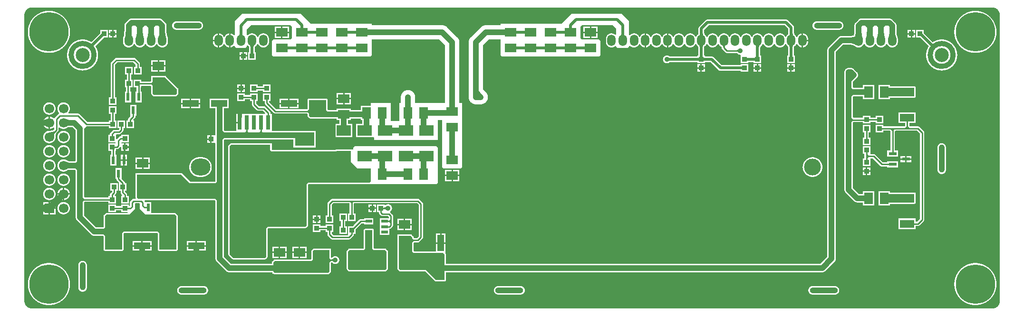
<source format=gbl>
G04*
G04 #@! TF.GenerationSoftware,Altium Limited,Altium Designer,22.1.2 (22)*
G04*
G04 Layer_Physical_Order=2*
G04 Layer_Color=15238730*
%FSLAX25Y25*%
%MOIN*%
G70*
G04*
G04 #@! TF.SameCoordinates,FAE6250E-A20C-4BD2-8625-F561C3F0017D*
G04*
G04*
G04 #@! TF.FilePolarity,Positive*
G04*
G01*
G75*
%ADD10C,0.01000*%
%ADD21C,0.04000*%
%ADD22C,0.02000*%
%ADD23O,0.19685X0.03937*%
%ADD24O,0.13780X0.11811*%
%ADD25O,0.03937X0.19685*%
%ADD26O,0.05866X0.07874*%
%ADD27C,0.11811*%
%ADD28C,0.09843*%
%ADD29C,0.27559*%
%ADD30C,0.06693*%
%ADD31R,0.06693X0.06693*%
%ADD32C,0.04724*%
%ADD33C,0.03543*%
%ADD34C,0.03700*%
%ADD35R,0.11417X0.04724*%
%ADD36R,0.04724X0.11417*%
%ADD37R,0.03347X0.03347*%
%ADD38R,0.13780X0.09685*%
%ADD39R,0.03150X0.10236*%
%ADD40R,0.22835X0.26775*%
%ADD41R,0.09843X0.07287*%
%ADD42R,0.05709X0.02362*%
%ADD43R,0.26775X0.22835*%
%ADD44R,0.10236X0.05512*%
%ADD45R,0.06000X0.08000*%
%ADD46R,0.03347X0.03347*%
%ADD47R,0.09685X0.13780*%
%ADD48C,0.03000*%
%ADD49R,0.02362X0.05709*%
%ADD50R,0.08000X0.06000*%
%ADD51R,0.07287X0.09843*%
%ADD52R,0.04500X0.02400*%
G36*
X7874Y214035D02*
X681102D01*
X681122Y214035D01*
X681303Y214032D01*
X681504Y214020D01*
X681704Y214002D01*
X681903Y213975D01*
X682101Y213942D01*
X682298Y213901D01*
X682493Y213852D01*
X682686Y213797D01*
X682877Y213734D01*
X683066Y213664D01*
X683251Y213587D01*
X683434Y213503D01*
X683613Y213413D01*
X683789Y213315D01*
X683961Y213212D01*
X684130Y213102D01*
X684294Y212985D01*
X684453Y212863D01*
X684608Y212735D01*
X684758Y212601D01*
X684902Y212461D01*
X685042Y212317D01*
X685176Y212167D01*
X685304Y212012D01*
X685426Y211853D01*
X685542Y211689D01*
X685653Y211521D01*
X685756Y211348D01*
X685853Y211173D01*
X685944Y210993D01*
X686028Y210810D01*
X686105Y210625D01*
X686175Y210436D01*
X686238Y210245D01*
X686293Y210052D01*
X686342Y209857D01*
X686383Y209661D01*
X686416Y209462D01*
X686443Y209263D01*
X686444Y209248D01*
X686475Y208661D01*
X686475Y208061D01*
X686475Y7874D01*
X686476Y7854D01*
X686473Y7673D01*
X686461Y7472D01*
X686443Y7272D01*
X686416Y7073D01*
X686383Y6875D01*
X686342Y6678D01*
X686293Y6483D01*
X686238Y6290D01*
X686175Y6099D01*
X686105Y5911D01*
X686028Y5725D01*
X685944Y5542D01*
X685854Y5363D01*
X685756Y5187D01*
X685653Y5015D01*
X685542Y4847D01*
X685426Y4683D01*
X685304Y4523D01*
X685176Y4369D01*
X685042Y4219D01*
X684902Y4074D01*
X684758Y3935D01*
X684608Y3801D01*
X684453Y3672D01*
X684294Y3550D01*
X684130Y3434D01*
X683961Y3324D01*
X683789Y3220D01*
X683613Y3123D01*
X683434Y3032D01*
X683251Y2949D01*
X683066Y2871D01*
X682877Y2802D01*
X682686Y2739D01*
X682493Y2683D01*
X682298Y2635D01*
X682101Y2594D01*
X681903Y2560D01*
X681704Y2534D01*
X681504Y2515D01*
X681303Y2504D01*
X681122Y2500D01*
X681102Y2501D01*
X7874D01*
X7854Y2500D01*
X7673Y2504D01*
X7472Y2515D01*
X7272Y2534D01*
X7073Y2560D01*
X6875Y2594D01*
X6678Y2635D01*
X6483Y2683D01*
X6290Y2739D01*
X6099Y2802D01*
X5911Y2871D01*
X5725Y2949D01*
X5542Y3032D01*
X5363Y3123D01*
X5187Y3220D01*
X5015Y3324D01*
X4847Y3434D01*
X4683Y3550D01*
X4523Y3672D01*
X4369Y3801D01*
X4219Y3935D01*
X4074Y4074D01*
X3935Y4219D01*
X3801Y4369D01*
X3672Y4523D01*
X3550Y4683D01*
X3434Y4847D01*
X3324Y5015D01*
X3220Y5187D01*
X3123Y5363D01*
X3032Y5542D01*
X2949Y5725D01*
X2871Y5911D01*
X2802Y6099D01*
X2739Y6290D01*
X2683Y6483D01*
X2635Y6678D01*
X2594Y6875D01*
X2560Y7073D01*
X2534Y7272D01*
X2515Y7472D01*
X2504Y7673D01*
X2500Y7854D01*
X2501Y7874D01*
X2501Y208661D01*
X2500Y208681D01*
X2504Y208862D01*
X2515Y209063D01*
X2534Y209263D01*
X2560Y209462D01*
X2594Y209661D01*
X2635Y209857D01*
X2683Y210052D01*
X2739Y210245D01*
X2802Y210436D01*
X2871Y210625D01*
X2948Y210810D01*
X3032Y210993D01*
X3123Y211173D01*
X3220Y211348D01*
X3324Y211521D01*
X3434Y211689D01*
X3550Y211853D01*
X3672Y212012D01*
X3801Y212167D01*
X3935Y212317D01*
X4074Y212461D01*
X4219Y212601D01*
X4369Y212735D01*
X4523Y212863D01*
X4683Y212985D01*
X4847Y213102D01*
X5015Y213212D01*
X5187Y213315D01*
X5363Y213413D01*
X5542Y213503D01*
X5725Y213587D01*
X5911Y213664D01*
X6099Y213734D01*
X6290Y213797D01*
X6483Y213852D01*
X6678Y213901D01*
X6875Y213942D01*
X7073Y213975D01*
X7272Y214002D01*
X7472Y214020D01*
X7673Y214032D01*
X7854Y214035D01*
X7874Y214035D01*
D02*
G37*
%LPC*%
G36*
X573819Y204249D02*
X558071D01*
X557925Y204245D01*
X557780Y204235D01*
X557635Y204217D01*
X557492Y204192D01*
X557349Y204160D01*
X557209Y204121D01*
X557071Y204075D01*
X556935Y204023D01*
X556801Y203964D01*
X556671Y203898D01*
X556544Y203826D01*
X556421Y203748D01*
X556302Y203664D01*
X556187Y203575D01*
X556077Y203480D01*
X555971Y203379D01*
X555871Y203274D01*
X555776Y203163D01*
X555686Y203048D01*
X555602Y202929D01*
X555524Y202806D01*
X555452Y202679D01*
X555387Y202549D01*
X555328Y202416D01*
X555275Y202280D01*
X555229Y202141D01*
X555191Y202001D01*
X555159Y201859D01*
X555134Y201715D01*
X555116Y201571D01*
X555105Y201425D01*
X555101Y201279D01*
X555105Y201134D01*
X555116Y200988D01*
X555134Y200844D01*
X555159Y200700D01*
X555191Y200558D01*
X555229Y200417D01*
X555275Y200279D01*
X555328Y200143D01*
X555387Y200010D01*
X555452Y199880D01*
X555524Y199753D01*
X555602Y199630D01*
X555686Y199511D01*
X555776Y199396D01*
X555871Y199285D01*
X555971Y199180D01*
X556077Y199079D01*
X556187Y198984D01*
X556302Y198895D01*
X556421Y198811D01*
X556544Y198733D01*
X556671Y198661D01*
X556801Y198595D01*
X556935Y198536D01*
X557071Y198484D01*
X557209Y198438D01*
X557349Y198399D01*
X557492Y198367D01*
X557635Y198342D01*
X557780Y198324D01*
X557925Y198314D01*
X558071Y198310D01*
X573819D01*
X573965Y198314D01*
X574110Y198324D01*
X574255Y198342D01*
X574398Y198367D01*
X574541Y198399D01*
X574681Y198438D01*
X574819Y198484D01*
X574955Y198536D01*
X575089Y198595D01*
X575219Y198661D01*
X575346Y198733D01*
X575469Y198811D01*
X575588Y198895D01*
X575703Y198984D01*
X575813Y199079D01*
X575919Y199180D01*
X576019Y199285D01*
X576114Y199396D01*
X576204Y199511D01*
X576288Y199630D01*
X576366Y199753D01*
X576438Y199880D01*
X576503Y200010D01*
X576562Y200143D01*
X576615Y200279D01*
X576660Y200417D01*
X576699Y200558D01*
X576731Y200700D01*
X576756Y200844D01*
X576774Y200988D01*
X576785Y201134D01*
X576788Y201279D01*
X576785Y201425D01*
X576774Y201571D01*
X576756Y201715D01*
X576731Y201859D01*
X576699Y202001D01*
X576660Y202141D01*
X576615Y202280D01*
X576562Y202416D01*
X576503Y202549D01*
X576438Y202679D01*
X576366Y202806D01*
X576288Y202929D01*
X576204Y203048D01*
X576114Y203163D01*
X576019Y203274D01*
X575919Y203379D01*
X575813Y203480D01*
X575703Y203575D01*
X575588Y203664D01*
X575469Y203748D01*
X575346Y203826D01*
X575219Y203898D01*
X575089Y203964D01*
X574955Y204023D01*
X574819Y204075D01*
X574681Y204121D01*
X574541Y204160D01*
X574398Y204192D01*
X574255Y204217D01*
X574110Y204235D01*
X573965Y204245D01*
X573819Y204249D01*
D02*
G37*
G36*
X124803D02*
X109055D01*
X108909Y204245D01*
X108764Y204235D01*
X108619Y204217D01*
X108476Y204192D01*
X108334Y204160D01*
X108193Y204121D01*
X108055Y204075D01*
X107919Y204023D01*
X107785Y203964D01*
X107655Y203898D01*
X107528Y203826D01*
X107405Y203748D01*
X107286Y203664D01*
X107171Y203575D01*
X107061Y203480D01*
X106955Y203379D01*
X106855Y203274D01*
X106760Y203163D01*
X106670Y203048D01*
X106586Y202929D01*
X106508Y202806D01*
X106436Y202679D01*
X106371Y202549D01*
X106312Y202416D01*
X106259Y202280D01*
X106213Y202141D01*
X106175Y202001D01*
X106143Y201859D01*
X106118Y201715D01*
X106100Y201571D01*
X106089Y201425D01*
X106086Y201279D01*
X106089Y201134D01*
X106100Y200988D01*
X106118Y200844D01*
X106143Y200700D01*
X106175Y200558D01*
X106213Y200417D01*
X106259Y200279D01*
X106312Y200143D01*
X106371Y200010D01*
X106436Y199880D01*
X106508Y199753D01*
X106586Y199630D01*
X106670Y199511D01*
X106760Y199396D01*
X106855Y199285D01*
X106955Y199180D01*
X107061Y199079D01*
X107171Y198984D01*
X107286Y198895D01*
X107405Y198811D01*
X107528Y198733D01*
X107655Y198661D01*
X107785Y198595D01*
X107919Y198536D01*
X108055Y198484D01*
X108193Y198438D01*
X108334Y198399D01*
X108476Y198367D01*
X108619Y198342D01*
X108764Y198324D01*
X108909Y198314D01*
X109055Y198310D01*
X124803D01*
X124949Y198314D01*
X125094Y198324D01*
X125239Y198342D01*
X125382Y198367D01*
X125525Y198399D01*
X125665Y198438D01*
X125803Y198484D01*
X125940Y198536D01*
X126073Y198595D01*
X126203Y198661D01*
X126330Y198733D01*
X126453Y198811D01*
X126572Y198895D01*
X126687Y198984D01*
X126797Y199079D01*
X126903Y199180D01*
X127003Y199285D01*
X127099Y199396D01*
X127188Y199511D01*
X127272Y199630D01*
X127350Y199753D01*
X127422Y199880D01*
X127487Y200010D01*
X127547Y200143D01*
X127599Y200279D01*
X127645Y200417D01*
X127683Y200558D01*
X127715Y200700D01*
X127740Y200844D01*
X127758Y200988D01*
X127769Y201134D01*
X127772Y201279D01*
X127769Y201425D01*
X127758Y201571D01*
X127740Y201715D01*
X127715Y201859D01*
X127683Y202001D01*
X127645Y202141D01*
X127599Y202280D01*
X127547Y202416D01*
X127487Y202549D01*
X127422Y202679D01*
X127350Y202806D01*
X127272Y202929D01*
X127188Y203048D01*
X127099Y203163D01*
X127003Y203274D01*
X126903Y203379D01*
X126797Y203480D01*
X126687Y203575D01*
X126572Y203664D01*
X126453Y203748D01*
X126330Y203826D01*
X126203Y203898D01*
X126073Y203964D01*
X125940Y204023D01*
X125803Y204075D01*
X125665Y204121D01*
X125525Y204160D01*
X125382Y204192D01*
X125239Y204217D01*
X125094Y204235D01*
X124949Y204245D01*
X124803Y204249D01*
D02*
G37*
G36*
X404500Y200500D02*
X400000D01*
Y197000D01*
X404500D01*
Y200500D01*
D02*
G37*
G36*
X188000D02*
X183500D01*
Y197000D01*
X188000D01*
Y200500D01*
D02*
G37*
G36*
X399000D02*
X394500D01*
Y197000D01*
X399000D01*
Y200500D01*
D02*
G37*
G36*
X182500D02*
X178000D01*
Y197000D01*
X182500D01*
Y200500D01*
D02*
G37*
G36*
X67224Y198173D02*
X65051D01*
Y196000D01*
X67224D01*
Y198173D01*
D02*
G37*
G36*
X64051D02*
X61878D01*
Y196000D01*
X64051D01*
Y198173D01*
D02*
G37*
G36*
X627122D02*
X624949D01*
Y196000D01*
X627122D01*
Y198173D01*
D02*
G37*
G36*
X623949D02*
X621776D01*
Y196000D01*
X623949D01*
Y198173D01*
D02*
G37*
G36*
X421500Y209500D02*
X386000D01*
X379000Y202500D01*
X336500D01*
Y201501D01*
X326000D01*
X325902Y201499D01*
X325804Y201497D01*
X325608Y201485D01*
X325412Y201466D01*
X325218Y201439D01*
X325024Y201405D01*
X324833Y201363D01*
X324642Y201313D01*
X324455Y201256D01*
X324269Y201192D01*
X324086Y201120D01*
X323906Y201042D01*
X323730Y200956D01*
X323556Y200863D01*
X323387Y200764D01*
X323222Y200658D01*
X323060Y200546D01*
X322904Y200427D01*
X322752Y200303D01*
X322605Y200172D01*
X322464Y200036D01*
X315464Y193036D01*
X315328Y192895D01*
X315197Y192748D01*
X315073Y192596D01*
X314954Y192439D01*
X314842Y192278D01*
X314736Y192113D01*
X314637Y191944D01*
X314544Y191770D01*
X314458Y191594D01*
X314380Y191414D01*
X314308Y191231D01*
X314244Y191045D01*
X314187Y190858D01*
X314137Y190667D01*
X314095Y190476D01*
X314061Y190282D01*
X314034Y190088D01*
X314015Y189892D01*
X314003Y189696D01*
X313999Y189500D01*
Y154500D01*
Y151000D01*
X314003Y150804D01*
X314015Y150608D01*
X314034Y150412D01*
X314061Y150218D01*
X314095Y150024D01*
X314137Y149832D01*
X314187Y149643D01*
X314244Y149455D01*
X314308Y149269D01*
X314380Y149086D01*
X314458Y148906D01*
X314544Y148730D01*
X314637Y148556D01*
X314736Y148387D01*
X314842Y148222D01*
X314954Y148061D01*
X315073Y147904D01*
X315197Y147752D01*
X315328Y147605D01*
X315464Y147464D01*
X315605Y147328D01*
X315752Y147197D01*
X315904Y147073D01*
X316060Y146954D01*
X316222Y146842D01*
X316387Y146736D01*
X316556Y146637D01*
X316730Y146544D01*
X316906Y146458D01*
X317086Y146380D01*
X317269Y146308D01*
X317455Y146244D01*
X317642Y146187D01*
X317832Y146137D01*
X318024Y146095D01*
X318218Y146061D01*
X318412Y146034D01*
X318608Y146014D01*
X318804Y146003D01*
X319000Y145999D01*
X322500D01*
X322696Y146003D01*
X322892Y146014D01*
X323088Y146034D01*
X323282Y146061D01*
X323476Y146095D01*
X323668Y146137D01*
X323857Y146187D01*
X324045Y146244D01*
X324231Y146308D01*
X324414Y146380D01*
X324594Y146458D01*
X324770Y146544D01*
X324944Y146637D01*
X325113Y146736D01*
X325278Y146842D01*
X325440Y146954D01*
X325596Y147073D01*
X325748Y147197D01*
X325895Y147328D01*
X326036Y147464D01*
X326172Y147605D01*
X326303Y147752D01*
X326427Y147904D01*
X326546Y148061D01*
X326658Y148222D01*
X326764Y148387D01*
X326863Y148556D01*
X326956Y148730D01*
X327042Y148906D01*
X327120Y149086D01*
X327192Y149269D01*
X327256Y149455D01*
X327313Y149643D01*
X327363Y149832D01*
X327405Y150024D01*
X327439Y150218D01*
X327466Y150412D01*
X327485Y150608D01*
X327497Y150804D01*
X327501Y151000D01*
X327497Y151196D01*
X327485Y151392D01*
X327466Y151588D01*
X327439Y151782D01*
X327405Y151976D01*
X327363Y152167D01*
X327313Y152357D01*
X327256Y152545D01*
X327192Y152731D01*
X327120Y152914D01*
X327042Y153094D01*
X326956Y153270D01*
X326863Y153444D01*
X326764Y153613D01*
X326658Y153778D01*
X326546Y153939D01*
X326427Y154096D01*
X326303Y154248D01*
X326172Y154395D01*
X326036Y154536D01*
X324001Y156571D01*
Y187428D01*
X328071Y191499D01*
X336500D01*
Y190500D01*
Y180500D01*
X337500Y179500D01*
X405500D01*
X406500Y180500D01*
Y190500D01*
X405500Y191500D01*
X393500D01*
X392500Y192500D01*
Y200500D01*
X393500Y201500D01*
X415000D01*
X417500Y199000D01*
Y194931D01*
X417104Y194714D01*
X416900Y194685D01*
X416831Y194751D01*
X416702Y194864D01*
X416568Y194972D01*
X416430Y195073D01*
X416287Y195168D01*
X416140Y195257D01*
X415990Y195340D01*
X415836Y195416D01*
X415679Y195485D01*
X415519Y195547D01*
X415356Y195602D01*
X415192Y195650D01*
X415025Y195691D01*
X414857Y195725D01*
X414687Y195751D01*
X414516Y195769D01*
X414345Y195781D01*
X414174Y195784D01*
X414002Y195781D01*
X413831Y195769D01*
X413660Y195751D01*
X413490Y195725D01*
X413322Y195691D01*
X413155Y195650D01*
X412991Y195602D01*
X412828Y195547D01*
X412668Y195485D01*
X412511Y195416D01*
X412357Y195340D01*
X412207Y195257D01*
X412060Y195168D01*
X411917Y195073D01*
X411779Y194972D01*
X411645Y194864D01*
X411516Y194751D01*
X411392Y194632D01*
X411273Y194508D01*
X411160Y194379D01*
X411053Y194245D01*
X410951Y194107D01*
X410856Y193964D01*
X410767Y193817D01*
X410684Y193667D01*
X410608Y193513D01*
X410539Y193356D01*
X410477Y193196D01*
X410422Y193034D01*
X410374Y192869D01*
X410333Y192702D01*
X410300Y192534D01*
X410274Y192364D01*
X410255Y192193D01*
X410244Y192022D01*
X410240Y191851D01*
Y189842D01*
X410244Y189671D01*
X410255Y189499D01*
X410274Y189329D01*
X410300Y189159D01*
X410333Y188991D01*
X410374Y188824D01*
X410422Y188659D01*
X410477Y188497D01*
X410539Y188337D01*
X410608Y188180D01*
X410684Y188026D01*
X410767Y187875D01*
X410856Y187729D01*
X410951Y187586D01*
X411053Y187448D01*
X411160Y187314D01*
X411273Y187185D01*
X411392Y187061D01*
X411516Y186942D01*
X411645Y186829D01*
X411779Y186721D01*
X411917Y186620D01*
X412060Y186524D01*
X412207Y186435D01*
X412357Y186353D01*
X412511Y186277D01*
X412668Y186208D01*
X412828Y186146D01*
X412991Y186091D01*
X413155Y186042D01*
X413322Y186002D01*
X413490Y185968D01*
X413660Y185942D01*
X413831Y185924D01*
X414002Y185912D01*
X414174Y185908D01*
X414345Y185912D01*
X414516Y185924D01*
X414687Y185942D01*
X414857Y185968D01*
X415025Y186002D01*
X415192Y186042D01*
X415356Y186091D01*
X415519Y186146D01*
X415679Y186208D01*
X415836Y186277D01*
X415990Y186353D01*
X416140Y186435D01*
X416287Y186524D01*
X416430Y186620D01*
X416568Y186721D01*
X416702Y186829D01*
X416831Y186942D01*
X416900Y187008D01*
X417104Y186979D01*
X417500Y186762D01*
Y186500D01*
X418500Y185500D01*
X425500D01*
X426500Y186500D01*
Y186869D01*
X426796Y187048D01*
X427100Y187102D01*
X427140Y187061D01*
X427264Y186942D01*
X427393Y186829D01*
X427527Y186721D01*
X427665Y186620D01*
X427808Y186524D01*
X427955Y186435D01*
X428105Y186353D01*
X428259Y186277D01*
X428416Y186208D01*
X428576Y186146D01*
X428739Y186091D01*
X428903Y186042D01*
X429070Y186002D01*
X429239Y185968D01*
X429408Y185942D01*
X429579Y185924D01*
X429750Y185912D01*
X429922Y185908D01*
X430093Y185912D01*
X430264Y185924D01*
X430435Y185942D01*
X430605Y185968D01*
X430773Y186002D01*
X430940Y186042D01*
X431104Y186091D01*
X431267Y186146D01*
X431427Y186208D01*
X431584Y186277D01*
X431738Y186353D01*
X431888Y186435D01*
X432035Y186524D01*
X432178Y186620D01*
X432316Y186721D01*
X432450Y186829D01*
X432579Y186942D01*
X432703Y187061D01*
X432822Y187185D01*
X432935Y187314D01*
X433042Y187448D01*
X433144Y187586D01*
X433239Y187729D01*
X433328Y187875D01*
X433411Y188026D01*
X433487Y188180D01*
X433538Y188296D01*
X433601Y188319D01*
X433667Y188337D01*
X434051D01*
X434116Y188319D01*
X434179Y188296D01*
X434230Y188180D01*
X434306Y188026D01*
X434389Y187875D01*
X434478Y187729D01*
X434573Y187586D01*
X434675Y187448D01*
X434782Y187314D01*
X434895Y187185D01*
X435014Y187061D01*
X435138Y186942D01*
X435267Y186829D01*
X435401Y186721D01*
X435539Y186620D01*
X435682Y186524D01*
X435829Y186435D01*
X435979Y186353D01*
X436133Y186277D01*
X436290Y186208D01*
X436450Y186146D01*
X436613Y186091D01*
X436777Y186042D01*
X436944Y186002D01*
X437113Y185968D01*
X437282Y185942D01*
X437296Y185941D01*
Y190846D01*
Y195752D01*
X437282Y195751D01*
X437113Y195725D01*
X436944Y195691D01*
X436777Y195650D01*
X436613Y195602D01*
X436450Y195547D01*
X436290Y195485D01*
X436133Y195416D01*
X435979Y195340D01*
X435829Y195257D01*
X435682Y195168D01*
X435539Y195073D01*
X435401Y194972D01*
X435267Y194864D01*
X435138Y194751D01*
X435014Y194632D01*
X434895Y194508D01*
X434782Y194379D01*
X434675Y194245D01*
X434573Y194107D01*
X434478Y193964D01*
X434389Y193817D01*
X434306Y193667D01*
X434230Y193513D01*
X434179Y193397D01*
X434116Y193374D01*
X434051Y193356D01*
X433667D01*
X433601Y193374D01*
X433538Y193397D01*
X433487Y193513D01*
X433411Y193667D01*
X433328Y193817D01*
X433239Y193964D01*
X433144Y194107D01*
X433042Y194245D01*
X432935Y194379D01*
X432822Y194508D01*
X432703Y194632D01*
X432579Y194751D01*
X432450Y194864D01*
X432316Y194972D01*
X432178Y195073D01*
X432035Y195168D01*
X431888Y195257D01*
X431738Y195340D01*
X431584Y195416D01*
X431427Y195485D01*
X431267Y195547D01*
X431104Y195602D01*
X430940Y195650D01*
X430773Y195691D01*
X430605Y195725D01*
X430435Y195751D01*
X430264Y195769D01*
X430093Y195781D01*
X429922Y195784D01*
X429750Y195781D01*
X429579Y195769D01*
X429408Y195751D01*
X429239Y195725D01*
X429070Y195691D01*
X428903Y195650D01*
X428739Y195602D01*
X428576Y195547D01*
X428416Y195485D01*
X428259Y195416D01*
X428105Y195340D01*
X427955Y195257D01*
X427808Y195168D01*
X427665Y195073D01*
X427527Y194972D01*
X427393Y194864D01*
X427264Y194751D01*
X427140Y194632D01*
X427100Y194590D01*
X426796Y194644D01*
X426500Y194824D01*
Y204500D01*
X421500Y209500D01*
D02*
G37*
G36*
X608925Y206194D02*
X589425D01*
X589278Y206190D01*
X589131Y206179D01*
X588985Y206161D01*
X588840Y206136D01*
X588696Y206104D01*
X588554Y206065D01*
X588414Y206018D01*
X588277Y205965D01*
X588142Y205906D01*
X588011Y205839D01*
X587882Y205767D01*
X587758Y205688D01*
X587638Y205603D01*
X587521Y205513D01*
X587410Y205416D01*
X587303Y205315D01*
X585280Y203291D01*
X585178Y203185D01*
X585082Y203073D01*
X584991Y202957D01*
X584906Y202836D01*
X584828Y202712D01*
X584755Y202584D01*
X584689Y202452D01*
X584629Y202318D01*
X584576Y202180D01*
X584530Y202041D01*
X584491Y201899D01*
X584458Y201755D01*
X584433Y201610D01*
X584415Y201464D01*
X584404Y201317D01*
X584401Y201169D01*
Y198005D01*
X584338Y196049D01*
X584293Y195531D01*
X584159Y194591D01*
X584130Y194456D01*
X583766Y194308D01*
X583338Y194171D01*
X582874Y194057D01*
X582387Y193969D01*
X581249Y193861D01*
X580638Y193847D01*
X575347D01*
X575346Y193847D01*
X575199Y193844D01*
X575052Y193833D01*
X574906Y193815D01*
X574761Y193790D01*
X574617Y193757D01*
X574475Y193718D01*
X574335Y193672D01*
X574198Y193619D01*
X574063Y193559D01*
X573932Y193493D01*
X573804Y193420D01*
X573679Y193342D01*
X573559Y193257D01*
X573443Y193166D01*
X573331Y193070D01*
X573224Y192968D01*
X566378Y186122D01*
X566277Y186015D01*
X566180Y185904D01*
X566090Y185788D01*
X566005Y185667D01*
X565926Y185543D01*
X565853Y185415D01*
X565787Y185283D01*
X565728Y185148D01*
X565674Y185011D01*
X565628Y184871D01*
X565589Y184729D01*
X565557Y184585D01*
X565532Y184440D01*
X565514Y184294D01*
X565503Y184147D01*
X565499Y184000D01*
Y38743D01*
X560757Y34001D01*
X298001Y34001D01*
Y40500D01*
X297997Y40587D01*
X297986Y40674D01*
X297967Y40759D01*
X297941Y40842D01*
X297907Y40923D01*
X297867Y41001D01*
X297820Y41074D01*
X297767Y41143D01*
X297708Y41208D01*
X297708Y41208D01*
X297635Y41281D01*
X297862Y41831D01*
X297862D01*
Y48039D01*
X294500D01*
X291138D01*
Y42501D01*
X279500D01*
X275915Y42501D01*
X275501Y42915D01*
Y48585D01*
X275915Y48999D01*
X278500D01*
X278607Y49003D01*
X278714Y49014D01*
X278819Y49033D01*
X278923Y49060D01*
X279025Y49094D01*
X279123Y49135D01*
X279219Y49183D01*
X279311Y49237D01*
X279399Y49298D01*
X279483Y49366D01*
X279561Y49439D01*
X281561Y51439D01*
X281634Y51517D01*
X281702Y51600D01*
X281763Y51688D01*
X281817Y51781D01*
X281865Y51876D01*
X281906Y51976D01*
X281940Y52077D01*
X281967Y52181D01*
X281986Y52286D01*
X281997Y52393D01*
X282001Y52500D01*
Y76000D01*
X281997Y76107D01*
X281986Y76214D01*
X281967Y76319D01*
X281940Y76423D01*
X281906Y76525D01*
X281865Y76623D01*
X281817Y76719D01*
X281763Y76811D01*
X281702Y76899D01*
X281634Y76983D01*
X281561Y77061D01*
X279561Y79061D01*
X279483Y79134D01*
X279399Y79202D01*
X279311Y79263D01*
X279219Y79317D01*
X279123Y79365D01*
X279025Y79406D01*
X278923Y79440D01*
X278819Y79467D01*
X278714Y79486D01*
X278607Y79497D01*
X278500Y79501D01*
X218500D01*
X218393Y79497D01*
X218286Y79486D01*
X218181Y79467D01*
X218077Y79440D01*
X217975Y79406D01*
X217877Y79365D01*
X217781Y79317D01*
X217688Y79263D01*
X217600Y79202D01*
X217517Y79134D01*
X217439Y79061D01*
X215439Y77061D01*
X215366Y76983D01*
X215298Y76899D01*
X215237Y76811D01*
X215183Y76719D01*
X215135Y76623D01*
X215094Y76525D01*
X215060Y76423D01*
X215033Y76319D01*
X215014Y76214D01*
X215003Y76107D01*
X214999Y76000D01*
Y67724D01*
X213827D01*
Y62378D01*
X219173D01*
Y67724D01*
X218001D01*
Y75378D01*
X219122Y76499D01*
X230387D01*
X230550Y76335D01*
Y69173D01*
X229378D01*
Y63827D01*
X234724D01*
Y69173D01*
X233552D01*
Y76284D01*
X233767Y76499D01*
X277878D01*
X278999Y75378D01*
Y53122D01*
X277878Y52001D01*
X275915D01*
X275501Y52415D01*
Y52500D01*
X275497Y52587D01*
X275486Y52674D01*
X275467Y52759D01*
X275452Y52806D01*
X275441Y52842D01*
X275407Y52923D01*
X275367Y53000D01*
X275320Y53074D01*
X275267Y53143D01*
X275208Y53208D01*
X274208Y54208D01*
X274143Y54267D01*
X274074Y54320D01*
X274001Y54367D01*
X274000Y54367D01*
Y54500D01*
X273522D01*
X273500Y54501D01*
X265000D01*
X264978Y54500D01*
X264000D01*
Y53522D01*
X263999Y53500D01*
Y42500D01*
Y32500D01*
Y30500D01*
X264003Y30413D01*
X264014Y30326D01*
X264033Y30241D01*
X264048Y30194D01*
X264059Y30158D01*
X264093Y30077D01*
X264133Y30000D01*
X264180Y29926D01*
X264233Y29857D01*
X264292Y29792D01*
X265292Y28792D01*
X265357Y28733D01*
X265426Y28680D01*
X265499Y28633D01*
X265577Y28593D01*
X265658Y28559D01*
X265741Y28533D01*
X265826Y28514D01*
X265913Y28503D01*
X266000Y28499D01*
X283585D01*
X290292Y21792D01*
X290357Y21733D01*
X290426Y21680D01*
X290499Y21633D01*
X290577Y21593D01*
X290658Y21559D01*
X290741Y21533D01*
X290826Y21514D01*
X290913Y21503D01*
X291000Y21499D01*
X297000D01*
X297087Y21503D01*
X297174Y21514D01*
X297259Y21533D01*
X297342Y21559D01*
X297423Y21593D01*
X297500Y21633D01*
X297574Y21680D01*
X297643Y21733D01*
X297664Y21752D01*
X297862D01*
Y21992D01*
X297867Y22000D01*
X297907Y22077D01*
X297941Y22158D01*
X297967Y22241D01*
X297986Y22326D01*
X297997Y22413D01*
X298001Y22500D01*
Y27999D01*
X562000Y27999D01*
X562147Y28003D01*
X562294Y28014D01*
X562440Y28032D01*
X562585Y28057D01*
X562729Y28089D01*
X562871Y28128D01*
X563011Y28174D01*
X563148Y28227D01*
X563283Y28287D01*
X563415Y28353D01*
X563543Y28426D01*
X563667Y28505D01*
X563788Y28590D01*
X563904Y28680D01*
X564015Y28776D01*
X564122Y28878D01*
X570622Y35378D01*
X570723Y35485D01*
X570820Y35596D01*
X570910Y35712D01*
X570995Y35833D01*
X571074Y35957D01*
X571147Y36085D01*
X571213Y36217D01*
X571273Y36352D01*
X571325Y36489D01*
X571372Y36629D01*
X571411Y36771D01*
X571443Y36915D01*
X571468Y37060D01*
X571486Y37206D01*
X571497Y37353D01*
X571501Y37500D01*
X571501Y37500D01*
Y182757D01*
X576589Y187846D01*
X580628D01*
X581848Y187791D01*
X582374Y187726D01*
X582874Y187636D01*
X583338Y187522D01*
X583766Y187385D01*
X584158Y187226D01*
X584516Y187047D01*
X584841Y186847D01*
X584976Y186747D01*
X585007Y186721D01*
X585145Y186620D01*
X585146Y186620D01*
X585173Y186600D01*
X585185Y186591D01*
X585197Y186582D01*
X585221Y186566D01*
X585245Y186550D01*
X585258Y186543D01*
X585271Y186535D01*
X585278Y186531D01*
X585288Y186524D01*
X585435Y186435D01*
X585585Y186353D01*
X585739Y186277D01*
X585896Y186208D01*
X586056Y186146D01*
X586219Y186091D01*
X586383Y186042D01*
X586550Y186002D01*
X586719Y185968D01*
X586888Y185942D01*
X587059Y185924D01*
X587230Y185912D01*
X587402Y185908D01*
X587573Y185912D01*
X587744Y185924D01*
X587915Y185942D01*
X588085Y185968D01*
X588253Y186002D01*
X588420Y186042D01*
X588584Y186091D01*
X588747Y186146D01*
X588907Y186208D01*
X589064Y186277D01*
X589218Y186353D01*
X589368Y186435D01*
X589515Y186524D01*
X589658Y186620D01*
X589796Y186721D01*
X589930Y186829D01*
X590059Y186942D01*
X590183Y187061D01*
X590302Y187185D01*
X590415Y187314D01*
X590522Y187448D01*
X590624Y187586D01*
X590719Y187729D01*
X590808Y187875D01*
X590891Y188026D01*
X590967Y188180D01*
X591018Y188296D01*
X591081Y188319D01*
X591147Y188337D01*
X591531D01*
X591596Y188319D01*
X591659Y188296D01*
X591710Y188180D01*
X591786Y188026D01*
X591869Y187875D01*
X591958Y187729D01*
X592053Y187586D01*
X592155Y187448D01*
X592262Y187314D01*
X592375Y187185D01*
X592494Y187061D01*
X592618Y186942D01*
X592747Y186829D01*
X592881Y186721D01*
X593019Y186620D01*
X593162Y186524D01*
X593309Y186435D01*
X593459Y186353D01*
X593613Y186277D01*
X593770Y186208D01*
X593930Y186146D01*
X594093Y186091D01*
X594257Y186042D01*
X594424Y186002D01*
X594593Y185968D01*
X594762Y185942D01*
X594933Y185924D01*
X595104Y185912D01*
X595276Y185908D01*
X595447Y185912D01*
X595618Y185924D01*
X595789Y185942D01*
X595959Y185968D01*
X596127Y186002D01*
X596294Y186042D01*
X596458Y186091D01*
X596621Y186146D01*
X596781Y186208D01*
X596938Y186277D01*
X597092Y186353D01*
X597242Y186435D01*
X597389Y186524D01*
X597532Y186620D01*
X597670Y186721D01*
X597804Y186829D01*
X597933Y186942D01*
X598057Y187061D01*
X598176Y187185D01*
X598289Y187314D01*
X598396Y187448D01*
X598498Y187586D01*
X598593Y187729D01*
X598682Y187875D01*
X598765Y188026D01*
X598841Y188180D01*
X598892Y188296D01*
X598955Y188319D01*
X599020Y188337D01*
X599405D01*
X599470Y188319D01*
X599533Y188296D01*
X599584Y188180D01*
X599660Y188026D01*
X599743Y187875D01*
X599832Y187729D01*
X599927Y187586D01*
X600029Y187448D01*
X600136Y187314D01*
X600249Y187185D01*
X600368Y187061D01*
X600492Y186942D01*
X600621Y186829D01*
X600755Y186721D01*
X600893Y186620D01*
X601036Y186524D01*
X601183Y186435D01*
X601333Y186353D01*
X601487Y186277D01*
X601644Y186208D01*
X601804Y186146D01*
X601967Y186091D01*
X602131Y186042D01*
X602298Y186002D01*
X602466Y185968D01*
X602636Y185942D01*
X602807Y185924D01*
X602978Y185912D01*
X603150Y185908D01*
X603321Y185912D01*
X603492Y185924D01*
X603663Y185942D01*
X603833Y185968D01*
X604001Y186002D01*
X604168Y186042D01*
X604332Y186091D01*
X604495Y186146D01*
X604655Y186208D01*
X604812Y186277D01*
X604966Y186353D01*
X605116Y186435D01*
X605263Y186524D01*
X605406Y186620D01*
X605544Y186721D01*
X605678Y186829D01*
X605807Y186942D01*
X605931Y187061D01*
X606050Y187185D01*
X606163Y187314D01*
X606270Y187448D01*
X606372Y187586D01*
X606467Y187729D01*
X606556Y187875D01*
X606639Y188026D01*
X606715Y188180D01*
X606766Y188296D01*
X606829Y188319D01*
X606894Y188337D01*
X607279D01*
X607344Y188319D01*
X607407Y188296D01*
X607458Y188180D01*
X607534Y188026D01*
X607617Y187875D01*
X607706Y187729D01*
X607801Y187586D01*
X607903Y187448D01*
X608010Y187314D01*
X608123Y187185D01*
X608242Y187061D01*
X608366Y186942D01*
X608495Y186829D01*
X608629Y186721D01*
X608767Y186620D01*
X608910Y186524D01*
X609057Y186435D01*
X609207Y186353D01*
X609361Y186277D01*
X609518Y186208D01*
X609678Y186146D01*
X609841Y186091D01*
X610005Y186042D01*
X610172Y186002D01*
X610340Y185968D01*
X610510Y185942D01*
X610681Y185924D01*
X610852Y185912D01*
X611024Y185908D01*
X611195Y185912D01*
X611366Y185924D01*
X611537Y185942D01*
X611707Y185968D01*
X611875Y186002D01*
X612042Y186042D01*
X612206Y186091D01*
X612369Y186146D01*
X612529Y186208D01*
X612686Y186277D01*
X612840Y186353D01*
X612990Y186435D01*
X613137Y186524D01*
X613280Y186620D01*
X613418Y186721D01*
X613552Y186829D01*
X613681Y186942D01*
X613805Y187061D01*
X613924Y187185D01*
X614037Y187314D01*
X614144Y187448D01*
X614246Y187586D01*
X614341Y187729D01*
X614430Y187875D01*
X614513Y188026D01*
X614589Y188180D01*
X614658Y188337D01*
X614720Y188497D01*
X614775Y188659D01*
X614823Y188824D01*
X614864Y188991D01*
X614897Y189159D01*
X614924Y189329D01*
X614942Y189499D01*
X614954Y189671D01*
X614957Y189842D01*
Y191851D01*
X614954Y192022D01*
X614942Y192193D01*
X614924Y192364D01*
X614897Y192534D01*
X614864Y192702D01*
X614823Y192869D01*
X614775Y193034D01*
X614720Y193196D01*
X614685Y193285D01*
X614676Y193316D01*
X614642Y193397D01*
X614601Y193485D01*
X614589Y193513D01*
X614575Y193541D01*
X614526Y193645D01*
X614439Y193889D01*
X614261Y194615D01*
X614197Y195010D01*
X614031Y197316D01*
X614024Y197998D01*
Y201094D01*
X614024Y201094D01*
X614021Y201242D01*
X614010Y201389D01*
X613992Y201535D01*
X613967Y201680D01*
X613935Y201824D01*
X613895Y201966D01*
X613849Y202105D01*
X613796Y202243D01*
X613736Y202378D01*
X613670Y202509D01*
X613597Y202637D01*
X613519Y202762D01*
X613434Y202882D01*
X613343Y202998D01*
X613247Y203110D01*
X613145Y203216D01*
X613145Y203217D01*
X611047Y205315D01*
X610940Y205416D01*
X610829Y205513D01*
X610713Y205603D01*
X610592Y205688D01*
X610468Y205767D01*
X610340Y205839D01*
X610208Y205906D01*
X610074Y205965D01*
X609936Y206018D01*
X609796Y206065D01*
X609654Y206104D01*
X609511Y206136D01*
X609365Y206161D01*
X609219Y206179D01*
X609072Y206190D01*
X608925Y206194D01*
D02*
G37*
G36*
X481500Y205501D02*
X481379Y205497D01*
X481259Y205486D01*
X481139Y205468D01*
X481021Y205443D01*
X480905Y205410D01*
X480791Y205371D01*
X480679Y205325D01*
X480570Y205272D01*
X480465Y205212D01*
X480427Y205188D01*
X480363Y205147D01*
X480266Y205075D01*
X480173Y204998D01*
X480085Y204915D01*
X475751Y200580D01*
X475668Y200492D01*
X475591Y200399D01*
X475519Y200302D01*
X475453Y200201D01*
X475394Y200095D01*
X475341Y199987D01*
X475295Y199875D01*
X475255Y199761D01*
X475223Y199644D01*
X475197Y199526D01*
X475179Y199407D01*
X475168Y199286D01*
X475165Y199166D01*
Y196611D01*
X475155Y196145D01*
X475129Y195752D01*
X475088Y195425D01*
X475036Y195171D01*
X475031Y195154D01*
X474909Y195073D01*
X474771Y194972D01*
X474637Y194864D01*
X474508Y194751D01*
X474384Y194632D01*
X474265Y194508D01*
X474152Y194379D01*
X474045Y194245D01*
X473943Y194107D01*
X473848Y193964D01*
X473759Y193817D01*
X473676Y193667D01*
X473600Y193513D01*
X473549Y193397D01*
X473486Y193374D01*
X473421Y193356D01*
X473036D01*
X472971Y193374D01*
X472908Y193397D01*
X472857Y193513D01*
X472781Y193667D01*
X472698Y193817D01*
X472609Y193964D01*
X472514Y194107D01*
X472412Y194245D01*
X472305Y194379D01*
X472192Y194508D01*
X472073Y194632D01*
X471949Y194751D01*
X471820Y194864D01*
X471686Y194972D01*
X471548Y195073D01*
X471405Y195168D01*
X471258Y195257D01*
X471108Y195340D01*
X470954Y195416D01*
X470797Y195485D01*
X470637Y195547D01*
X470474Y195602D01*
X470310Y195650D01*
X470143Y195691D01*
X469975Y195725D01*
X469805Y195751D01*
X469634Y195769D01*
X469463Y195781D01*
X469292Y195784D01*
X469120Y195781D01*
X468949Y195769D01*
X468778Y195751D01*
X468609Y195725D01*
X468440Y195691D01*
X468273Y195650D01*
X468109Y195602D01*
X467946Y195547D01*
X467786Y195485D01*
X467629Y195416D01*
X467475Y195340D01*
X467325Y195257D01*
X467178Y195168D01*
X467035Y195073D01*
X466897Y194972D01*
X466763Y194864D01*
X466634Y194751D01*
X466510Y194632D01*
X466391Y194508D01*
X466278Y194379D01*
X466171Y194245D01*
X466069Y194107D01*
X465974Y193964D01*
X465885Y193817D01*
X465802Y193667D01*
X465726Y193513D01*
X465675Y193397D01*
X465612Y193374D01*
X465547Y193356D01*
X465163D01*
X465097Y193374D01*
X465034Y193397D01*
X464983Y193513D01*
X464907Y193667D01*
X464824Y193817D01*
X464735Y193964D01*
X464640Y194107D01*
X464538Y194245D01*
X464431Y194379D01*
X464318Y194508D01*
X464199Y194632D01*
X464075Y194751D01*
X463946Y194864D01*
X463812Y194972D01*
X463674Y195073D01*
X463531Y195168D01*
X463384Y195257D01*
X463234Y195340D01*
X463080Y195416D01*
X462923Y195485D01*
X462763Y195547D01*
X462600Y195602D01*
X462436Y195650D01*
X462269Y195691D01*
X462101Y195725D01*
X461931Y195751D01*
X461760Y195769D01*
X461589Y195781D01*
X461418Y195784D01*
X461246Y195781D01*
X461075Y195769D01*
X460904Y195751D01*
X460735Y195725D01*
X460566Y195691D01*
X460399Y195650D01*
X460235Y195602D01*
X460072Y195547D01*
X459912Y195485D01*
X459755Y195416D01*
X459601Y195340D01*
X459451Y195257D01*
X459304Y195168D01*
X459161Y195073D01*
X459023Y194972D01*
X458889Y194864D01*
X458760Y194751D01*
X458636Y194632D01*
X458517Y194508D01*
X458404Y194379D01*
X458297Y194245D01*
X458195Y194107D01*
X458100Y193964D01*
X458011Y193817D01*
X457928Y193667D01*
X457852Y193513D01*
X457801Y193397D01*
X457738Y193374D01*
X457673Y193356D01*
X457289D01*
X457223Y193374D01*
X457160Y193397D01*
X457109Y193513D01*
X457033Y193667D01*
X456950Y193817D01*
X456861Y193964D01*
X456766Y194107D01*
X456664Y194245D01*
X456557Y194379D01*
X456444Y194508D01*
X456325Y194632D01*
X456201Y194751D01*
X456072Y194864D01*
X455938Y194972D01*
X455800Y195073D01*
X455657Y195168D01*
X455510Y195257D01*
X455360Y195340D01*
X455206Y195416D01*
X455049Y195485D01*
X454889Y195547D01*
X454726Y195602D01*
X454562Y195650D01*
X454395Y195691D01*
X454227Y195725D01*
X454057Y195751D01*
X454043Y195752D01*
Y190846D01*
Y185941D01*
X454057Y185942D01*
X454227Y185968D01*
X454395Y186002D01*
X454562Y186042D01*
X454726Y186091D01*
X454889Y186146D01*
X455049Y186208D01*
X455206Y186277D01*
X455360Y186353D01*
X455510Y186435D01*
X455657Y186524D01*
X455800Y186620D01*
X455938Y186721D01*
X456072Y186829D01*
X456201Y186942D01*
X456325Y187061D01*
X456444Y187185D01*
X456557Y187314D01*
X456664Y187448D01*
X456766Y187586D01*
X456861Y187729D01*
X456950Y187875D01*
X457033Y188026D01*
X457109Y188180D01*
X457160Y188296D01*
X457223Y188319D01*
X457289Y188337D01*
X457673D01*
X457738Y188319D01*
X457801Y188296D01*
X457852Y188180D01*
X457928Y188026D01*
X458011Y187875D01*
X458100Y187729D01*
X458195Y187586D01*
X458297Y187448D01*
X458404Y187314D01*
X458517Y187185D01*
X458636Y187061D01*
X458760Y186942D01*
X458889Y186829D01*
X459023Y186721D01*
X459161Y186620D01*
X459304Y186524D01*
X459451Y186435D01*
X459601Y186353D01*
X459755Y186277D01*
X459912Y186208D01*
X460072Y186146D01*
X460235Y186091D01*
X460399Y186042D01*
X460566Y186002D01*
X460735Y185968D01*
X460904Y185942D01*
X461075Y185924D01*
X461246Y185912D01*
X461418Y185908D01*
X461589Y185912D01*
X461760Y185924D01*
X461931Y185942D01*
X462101Y185968D01*
X462269Y186002D01*
X462436Y186042D01*
X462600Y186091D01*
X462763Y186146D01*
X462923Y186208D01*
X463080Y186277D01*
X463234Y186353D01*
X463384Y186435D01*
X463531Y186524D01*
X463674Y186620D01*
X463812Y186721D01*
X463946Y186829D01*
X464075Y186942D01*
X464199Y187061D01*
X464318Y187185D01*
X464431Y187314D01*
X464538Y187448D01*
X464640Y187586D01*
X464735Y187729D01*
X464824Y187875D01*
X464907Y188026D01*
X464983Y188180D01*
X465034Y188296D01*
X465097Y188319D01*
X465163Y188337D01*
X465547D01*
X465612Y188319D01*
X465675Y188296D01*
X465726Y188180D01*
X465802Y188026D01*
X465885Y187875D01*
X465974Y187729D01*
X466069Y187586D01*
X466171Y187448D01*
X466278Y187314D01*
X466391Y187185D01*
X466510Y187061D01*
X466634Y186942D01*
X466763Y186829D01*
X466897Y186721D01*
X467035Y186620D01*
X467178Y186524D01*
X467325Y186435D01*
X467475Y186353D01*
X467629Y186277D01*
X467786Y186208D01*
X467946Y186146D01*
X468109Y186091D01*
X468273Y186042D01*
X468440Y186002D01*
X468609Y185968D01*
X468778Y185942D01*
X468949Y185924D01*
X469120Y185912D01*
X469292Y185908D01*
X469463Y185912D01*
X469634Y185924D01*
X469805Y185942D01*
X469975Y185968D01*
X470143Y186002D01*
X470310Y186042D01*
X470474Y186091D01*
X470637Y186146D01*
X470797Y186208D01*
X470954Y186277D01*
X471108Y186353D01*
X471258Y186435D01*
X471405Y186524D01*
X471548Y186620D01*
X471686Y186721D01*
X471820Y186829D01*
X471949Y186942D01*
X472073Y187061D01*
X472192Y187185D01*
X472305Y187314D01*
X472412Y187448D01*
X472514Y187586D01*
X472609Y187729D01*
X472698Y187875D01*
X472781Y188026D01*
X472857Y188180D01*
X472908Y188296D01*
X472971Y188319D01*
X473036Y188337D01*
X473421D01*
X473486Y188319D01*
X473549Y188296D01*
X473600Y188180D01*
X473676Y188026D01*
X473759Y187875D01*
X473848Y187729D01*
X473943Y187586D01*
X474045Y187448D01*
X474152Y187314D01*
X474265Y187185D01*
X474384Y187061D01*
X474508Y186942D01*
X474637Y186829D01*
X474771Y186721D01*
X474859Y186657D01*
X474869Y186624D01*
X474919Y186371D01*
X474990Y185603D01*
X474999Y185141D01*
Y180224D01*
X474327D01*
Y179501D01*
X455540D01*
X455205Y179509D01*
X454957Y179532D01*
X454887Y179543D01*
X454868Y179548D01*
X454801Y179608D01*
X454688Y179700D01*
X454570Y179785D01*
X454449Y179864D01*
X454323Y179937D01*
X454194Y180002D01*
X454061Y180062D01*
X453926Y180114D01*
X453788Y180158D01*
X453647Y180196D01*
X453505Y180226D01*
X453362Y180249D01*
X453218Y180264D01*
X453073Y180272D01*
X452927D01*
X452782Y180264D01*
X452638Y180249D01*
X452495Y180226D01*
X452353Y180196D01*
X452212Y180158D01*
X452074Y180114D01*
X451939Y180062D01*
X451806Y180002D01*
X451677Y179937D01*
X451551Y179864D01*
X451430Y179785D01*
X451312Y179700D01*
X451199Y179608D01*
X451091Y179511D01*
X450989Y179409D01*
X450892Y179301D01*
X450800Y179188D01*
X450715Y179070D01*
X450636Y178949D01*
X450563Y178823D01*
X450497Y178694D01*
X450438Y178561D01*
X450386Y178426D01*
X450342Y178287D01*
X450304Y178147D01*
X450274Y178005D01*
X450251Y177862D01*
X450236Y177717D01*
X450228Y177573D01*
Y177427D01*
X450236Y177283D01*
X450251Y177138D01*
X450274Y176995D01*
X450304Y176853D01*
X450342Y176713D01*
X450386Y176575D01*
X450438Y176439D01*
X450497Y176306D01*
X450563Y176177D01*
X450636Y176051D01*
X450715Y175930D01*
X450800Y175812D01*
X450892Y175699D01*
X450989Y175592D01*
X451091Y175489D01*
X451199Y175392D01*
X451312Y175300D01*
X451430Y175215D01*
X451551Y175136D01*
X451677Y175063D01*
X451806Y174997D01*
X451939Y174938D01*
X452074Y174886D01*
X452212Y174842D01*
X452353Y174804D01*
X452495Y174774D01*
X452638Y174751D01*
X452782Y174736D01*
X452927Y174728D01*
X453073D01*
X453218Y174736D01*
X453362Y174751D01*
X453505Y174774D01*
X453647Y174804D01*
X453788Y174842D01*
X453926Y174886D01*
X454061Y174938D01*
X454194Y174997D01*
X454323Y175063D01*
X454449Y175136D01*
X454570Y175215D01*
X454688Y175300D01*
X454801Y175392D01*
X454868Y175452D01*
X454887Y175457D01*
X454948Y175466D01*
X455371Y175497D01*
X455535Y175499D01*
X474327D01*
Y174878D01*
X479673D01*
Y175499D01*
X483671D01*
X489187Y169983D01*
X489276Y169900D01*
X489368Y169823D01*
X489466Y169751D01*
X489567Y169685D01*
X489673Y169626D01*
X489781Y169573D01*
X489893Y169527D01*
X490007Y169487D01*
X490124Y169455D01*
X490242Y169430D01*
X490361Y169411D01*
X490482Y169400D01*
X490602Y169397D01*
X504827D01*
Y168724D01*
X510173D01*
Y174071D01*
X504827D01*
Y173399D01*
X491431D01*
X485915Y178915D01*
X485827Y178998D01*
X485734Y179075D01*
X485637Y179147D01*
X485535Y179212D01*
X485430Y179272D01*
X485321Y179325D01*
X485210Y179371D01*
X485095Y179410D01*
X484979Y179443D01*
X484861Y179468D01*
X484741Y179486D01*
X484621Y179497D01*
X484500Y179501D01*
X479673D01*
Y180224D01*
X479001D01*
Y185031D01*
X479010Y185495D01*
X479036Y185883D01*
X479077Y186203D01*
X479125Y186431D01*
X479132Y186435D01*
X479279Y186524D01*
X479422Y186620D01*
X479560Y186721D01*
X479694Y186829D01*
X479823Y186942D01*
X479947Y187061D01*
X480066Y187185D01*
X480179Y187314D01*
X480286Y187448D01*
X480388Y187586D01*
X480483Y187729D01*
X480572Y187875D01*
X480655Y188026D01*
X480731Y188180D01*
X480782Y188296D01*
X480845Y188319D01*
X480910Y188337D01*
X481295D01*
X481360Y188319D01*
X481423Y188296D01*
X481474Y188180D01*
X481550Y188026D01*
X481633Y187875D01*
X481722Y187729D01*
X481817Y187586D01*
X481919Y187448D01*
X482026Y187314D01*
X482139Y187185D01*
X482258Y187061D01*
X482382Y186942D01*
X482511Y186829D01*
X482645Y186721D01*
X482783Y186620D01*
X482926Y186524D01*
X483073Y186435D01*
X483223Y186353D01*
X483377Y186277D01*
X483534Y186208D01*
X483694Y186146D01*
X483857Y186091D01*
X484021Y186042D01*
X484188Y186002D01*
X484356Y185968D01*
X484526Y185942D01*
X484697Y185924D01*
X484868Y185912D01*
X485040Y185908D01*
X485211Y185912D01*
X485382Y185924D01*
X485553Y185942D01*
X485723Y185968D01*
X485891Y186002D01*
X486058Y186042D01*
X486222Y186091D01*
X486385Y186146D01*
X486545Y186208D01*
X486702Y186277D01*
X486856Y186353D01*
X487006Y186435D01*
X487153Y186524D01*
X487296Y186620D01*
X487434Y186721D01*
X487568Y186829D01*
X487697Y186942D01*
X487821Y187061D01*
X487940Y187185D01*
X488053Y187314D01*
X488160Y187448D01*
X488262Y187586D01*
X488357Y187729D01*
X488446Y187875D01*
X488529Y188026D01*
X488605Y188180D01*
X488656Y188296D01*
X488719Y188319D01*
X488785Y188337D01*
X489169D01*
X489234Y188319D01*
X489297Y188296D01*
X489348Y188180D01*
X489424Y188026D01*
X489507Y187875D01*
X489596Y187729D01*
X489691Y187586D01*
X489793Y187448D01*
X489900Y187314D01*
X490013Y187185D01*
X490132Y187061D01*
X490256Y186942D01*
X490385Y186829D01*
X490519Y186721D01*
X490657Y186620D01*
X490800Y186524D01*
X490947Y186435D01*
X491097Y186353D01*
X491251Y186277D01*
X491402Y186211D01*
X491408Y186125D01*
X491413Y185946D01*
Y185586D01*
X491416Y185479D01*
X491428Y185373D01*
X491447Y185267D01*
X491473Y185164D01*
X491507Y185062D01*
X491548Y184963D01*
X491596Y184867D01*
X491651Y184775D01*
X491712Y184687D01*
X491779Y184604D01*
X491852Y184525D01*
X493939Y182439D01*
X494017Y182366D01*
X494101Y182298D01*
X494188Y182237D01*
X494281Y182183D01*
X494377Y182135D01*
X494476Y182094D01*
X494577Y182060D01*
X494681Y182033D01*
X494786Y182014D01*
X494893Y182003D01*
X495000Y181999D01*
X501713D01*
X501795Y181995D01*
X501854Y181987D01*
X501915Y181972D01*
X501982Y181949D01*
X502054Y181917D01*
X502134Y181873D01*
X502221Y181817D01*
X502315Y181746D01*
X502415Y181660D01*
X502539Y181540D01*
X502548Y181532D01*
X502592Y181489D01*
X502699Y181392D01*
X502812Y181300D01*
X502930Y181215D01*
X503051Y181136D01*
X503177Y181063D01*
X503306Y180998D01*
X503439Y180938D01*
X503575Y180886D01*
X503713Y180842D01*
X503853Y180804D01*
X503995Y180774D01*
X504138Y180751D01*
X504283Y180736D01*
X504404Y180729D01*
X504427Y180728D01*
X504461Y180725D01*
X504612Y180698D01*
X504721Y180609D01*
X504771Y180543D01*
X504827Y180144D01*
X504827Y179665D01*
Y174827D01*
X510173D01*
Y175550D01*
X513827D01*
Y174878D01*
X519173D01*
Y180224D01*
X518501D01*
Y185071D01*
X518510Y185536D01*
X518536Y185928D01*
X518577Y186252D01*
X518629Y186505D01*
X518632Y186514D01*
X518649Y186524D01*
X518792Y186620D01*
X518930Y186721D01*
X519064Y186829D01*
X519193Y186942D01*
X519317Y187061D01*
X519436Y187185D01*
X519549Y187314D01*
X519656Y187448D01*
X519758Y187586D01*
X519853Y187729D01*
X519942Y187875D01*
X520025Y188026D01*
X520101Y188180D01*
X520152Y188296D01*
X520215Y188319D01*
X520281Y188337D01*
X520665D01*
X520730Y188319D01*
X520793Y188296D01*
X520844Y188180D01*
X520920Y188026D01*
X521003Y187875D01*
X521092Y187729D01*
X521187Y187586D01*
X521289Y187448D01*
X521396Y187314D01*
X521509Y187185D01*
X521628Y187061D01*
X521752Y186942D01*
X521881Y186829D01*
X522015Y186721D01*
X522153Y186620D01*
X522296Y186524D01*
X522443Y186435D01*
X522593Y186353D01*
X522747Y186277D01*
X522904Y186208D01*
X523064Y186146D01*
X523227Y186091D01*
X523391Y186042D01*
X523558Y186002D01*
X523727Y185968D01*
X523896Y185942D01*
X524067Y185924D01*
X524238Y185912D01*
X524410Y185908D01*
X524581Y185912D01*
X524752Y185924D01*
X524923Y185942D01*
X525093Y185968D01*
X525261Y186002D01*
X525428Y186042D01*
X525592Y186091D01*
X525755Y186146D01*
X525915Y186208D01*
X526072Y186277D01*
X526226Y186353D01*
X526376Y186435D01*
X526523Y186524D01*
X526666Y186620D01*
X526804Y186721D01*
X526938Y186829D01*
X527067Y186942D01*
X527191Y187061D01*
X527310Y187185D01*
X527423Y187314D01*
X527530Y187448D01*
X527632Y187586D01*
X527727Y187729D01*
X527816Y187875D01*
X527899Y188026D01*
X527975Y188180D01*
X528026Y188296D01*
X528089Y188319D01*
X528155Y188337D01*
X528539D01*
X528604Y188319D01*
X528667Y188296D01*
X528718Y188180D01*
X528794Y188026D01*
X528877Y187875D01*
X528966Y187729D01*
X529061Y187586D01*
X529163Y187448D01*
X529270Y187314D01*
X529383Y187185D01*
X529502Y187061D01*
X529626Y186942D01*
X529755Y186829D01*
X529889Y186721D01*
X530027Y186620D01*
X530170Y186524D01*
X530317Y186435D01*
X530467Y186353D01*
X530621Y186277D01*
X530778Y186208D01*
X530938Y186146D01*
X531101Y186091D01*
X531265Y186042D01*
X531432Y186002D01*
X531601Y185968D01*
X531770Y185942D01*
X531941Y185924D01*
X532112Y185912D01*
X532284Y185908D01*
X532455Y185912D01*
X532626Y185924D01*
X532797Y185942D01*
X532967Y185968D01*
X533135Y186002D01*
X533302Y186042D01*
X533466Y186091D01*
X533629Y186146D01*
X533789Y186208D01*
X533946Y186277D01*
X534100Y186353D01*
X534250Y186435D01*
X534397Y186524D01*
X534540Y186620D01*
X534678Y186721D01*
X534812Y186829D01*
X534941Y186942D01*
X535065Y187061D01*
X535184Y187185D01*
X535297Y187314D01*
X535404Y187448D01*
X535506Y187586D01*
X535601Y187729D01*
X535690Y187875D01*
X535773Y188026D01*
X535849Y188180D01*
X535900Y188296D01*
X535963Y188319D01*
X536028Y188337D01*
X536413D01*
X536478Y188319D01*
X536541Y188296D01*
X536592Y188180D01*
X536668Y188026D01*
X536751Y187875D01*
X536840Y187729D01*
X536935Y187586D01*
X537037Y187448D01*
X537144Y187314D01*
X537257Y187185D01*
X537376Y187061D01*
X537500Y186942D01*
X537629Y186829D01*
X537763Y186721D01*
X537859Y186651D01*
X537869Y186618D01*
X537919Y186365D01*
X537990Y185598D01*
X537999Y185137D01*
Y180224D01*
X537327D01*
Y174878D01*
X542673D01*
Y180224D01*
X542001D01*
Y185034D01*
X542010Y185497D01*
X542036Y185886D01*
X542077Y186206D01*
X542125Y186436D01*
X542271Y186524D01*
X542414Y186620D01*
X542552Y186721D01*
X542686Y186829D01*
X542815Y186942D01*
X542939Y187061D01*
X543058Y187185D01*
X543171Y187314D01*
X543278Y187448D01*
X543380Y187586D01*
X543475Y187729D01*
X543564Y187875D01*
X543647Y188026D01*
X543723Y188180D01*
X543774Y188296D01*
X543837Y188319D01*
X543902Y188337D01*
X544287D01*
X544352Y188319D01*
X544415Y188296D01*
X544466Y188180D01*
X544542Y188026D01*
X544625Y187875D01*
X544714Y187729D01*
X544809Y187586D01*
X544911Y187448D01*
X545018Y187314D01*
X545131Y187185D01*
X545250Y187061D01*
X545374Y186942D01*
X545503Y186829D01*
X545637Y186721D01*
X545775Y186620D01*
X545918Y186524D01*
X546065Y186435D01*
X546215Y186353D01*
X546369Y186277D01*
X546526Y186208D01*
X546686Y186146D01*
X546849Y186091D01*
X547013Y186042D01*
X547180Y186002D01*
X547348Y185968D01*
X547518Y185942D01*
X547532Y185941D01*
Y190846D01*
Y195752D01*
X547518Y195751D01*
X547348Y195725D01*
X547180Y195691D01*
X547013Y195650D01*
X546849Y195602D01*
X546686Y195547D01*
X546526Y195485D01*
X546369Y195416D01*
X546215Y195340D01*
X546065Y195257D01*
X545918Y195168D01*
X545775Y195073D01*
X545637Y194972D01*
X545503Y194864D01*
X545374Y194751D01*
X545250Y194632D01*
X545131Y194508D01*
X545018Y194379D01*
X544911Y194245D01*
X544809Y194107D01*
X544714Y193964D01*
X544625Y193817D01*
X544542Y193667D01*
X544466Y193513D01*
X544415Y193397D01*
X544352Y193374D01*
X544287Y193356D01*
X543902D01*
X543837Y193374D01*
X543774Y193397D01*
X543723Y193513D01*
X543647Y193667D01*
X543564Y193817D01*
X543475Y193964D01*
X543380Y194107D01*
X543278Y194245D01*
X543171Y194379D01*
X543058Y194508D01*
X542939Y194632D01*
X542815Y194751D01*
X542686Y194864D01*
X542552Y194972D01*
X542414Y195073D01*
X542292Y195154D01*
X542287Y195171D01*
X542238Y195410D01*
X542168Y196159D01*
X542159Y196611D01*
Y199842D01*
X542159Y199843D01*
X542155Y199963D01*
X542144Y200084D01*
X542126Y200203D01*
X542100Y200321D01*
X542068Y200438D01*
X542028Y200552D01*
X541982Y200664D01*
X541929Y200772D01*
X541870Y200878D01*
X541845Y200916D01*
X541804Y200979D01*
X541733Y201076D01*
X541655Y201169D01*
X541572Y201257D01*
X541572Y201257D01*
X537915Y204915D01*
X537827Y204998D01*
X537734Y205075D01*
X537637Y205147D01*
X537535Y205212D01*
X537430Y205272D01*
X537321Y205325D01*
X537210Y205371D01*
X537095Y205410D01*
X536979Y205443D01*
X536861Y205468D01*
X536741Y205486D01*
X536621Y205497D01*
X536500Y205501D01*
X481500D01*
X481500Y205501D01*
D02*
G37*
G36*
X145957Y195752D02*
X145943Y195751D01*
X145773Y195725D01*
X145605Y195691D01*
X145438Y195650D01*
X145274Y195602D01*
X145111Y195547D01*
X144951Y195485D01*
X144794Y195416D01*
X144640Y195340D01*
X144490Y195257D01*
X144343Y195168D01*
X144200Y195073D01*
X144062Y194972D01*
X143928Y194864D01*
X143799Y194751D01*
X143675Y194632D01*
X143556Y194508D01*
X143443Y194379D01*
X143336Y194245D01*
X143234Y194107D01*
X143139Y193964D01*
X143050Y193817D01*
X142967Y193667D01*
X142891Y193513D01*
X142840Y193397D01*
X142777Y193374D01*
X142712Y193356D01*
X142327D01*
X142262Y193374D01*
X142199Y193397D01*
X142148Y193513D01*
X142072Y193667D01*
X141989Y193817D01*
X141900Y193964D01*
X141805Y194107D01*
X141703Y194245D01*
X141596Y194379D01*
X141483Y194508D01*
X141364Y194632D01*
X141240Y194751D01*
X141111Y194864D01*
X140977Y194972D01*
X140839Y195073D01*
X140696Y195168D01*
X140549Y195257D01*
X140399Y195340D01*
X140245Y195416D01*
X140088Y195485D01*
X139928Y195547D01*
X139765Y195602D01*
X139601Y195650D01*
X139434Y195691D01*
X139266Y195725D01*
X139096Y195751D01*
X139083Y195752D01*
Y190846D01*
Y185941D01*
X139096Y185942D01*
X139266Y185968D01*
X139434Y186002D01*
X139601Y186042D01*
X139765Y186091D01*
X139928Y186146D01*
X140088Y186208D01*
X140245Y186277D01*
X140399Y186353D01*
X140549Y186435D01*
X140696Y186524D01*
X140839Y186620D01*
X140977Y186721D01*
X141111Y186829D01*
X141240Y186942D01*
X141364Y187061D01*
X141483Y187185D01*
X141596Y187314D01*
X141703Y187448D01*
X141805Y187586D01*
X141900Y187729D01*
X141989Y187875D01*
X142072Y188026D01*
X142148Y188180D01*
X142199Y188296D01*
X142262Y188319D01*
X142327Y188337D01*
X142712D01*
X142777Y188319D01*
X142840Y188296D01*
X142891Y188180D01*
X142967Y188026D01*
X143050Y187875D01*
X143139Y187729D01*
X143234Y187586D01*
X143336Y187448D01*
X143443Y187314D01*
X143556Y187185D01*
X143675Y187061D01*
X143799Y186942D01*
X143928Y186829D01*
X144062Y186721D01*
X144200Y186620D01*
X144343Y186524D01*
X144490Y186435D01*
X144640Y186353D01*
X144794Y186277D01*
X144951Y186208D01*
X145111Y186146D01*
X145274Y186091D01*
X145438Y186042D01*
X145605Y186002D01*
X145773Y185968D01*
X145943Y185942D01*
X145957Y185941D01*
Y190846D01*
Y195752D01*
D02*
G37*
G36*
X445670Y195784D02*
X445498Y195781D01*
X445327Y195769D01*
X445156Y195751D01*
X444986Y195725D01*
X444818Y195691D01*
X444651Y195650D01*
X444487Y195602D01*
X444324Y195547D01*
X444164Y195485D01*
X444007Y195416D01*
X443853Y195340D01*
X443703Y195257D01*
X443556Y195168D01*
X443413Y195073D01*
X443275Y194972D01*
X443141Y194864D01*
X443012Y194751D01*
X442888Y194632D01*
X442769Y194508D01*
X442656Y194379D01*
X442549Y194245D01*
X442447Y194107D01*
X442352Y193964D01*
X442263Y193817D01*
X442180Y193667D01*
X442104Y193513D01*
X442053Y193397D01*
X441990Y193374D01*
X441925Y193356D01*
X441540D01*
X441475Y193374D01*
X441412Y193397D01*
X441361Y193513D01*
X441285Y193667D01*
X441202Y193817D01*
X441113Y193964D01*
X441018Y194107D01*
X440916Y194245D01*
X440809Y194379D01*
X440696Y194508D01*
X440577Y194632D01*
X440453Y194751D01*
X440324Y194864D01*
X440190Y194972D01*
X440052Y195073D01*
X439909Y195168D01*
X439762Y195257D01*
X439612Y195340D01*
X439458Y195416D01*
X439301Y195485D01*
X439141Y195547D01*
X438978Y195602D01*
X438814Y195650D01*
X438647Y195691D01*
X438479Y195725D01*
X438309Y195751D01*
X438296Y195752D01*
Y190846D01*
Y185941D01*
X438309Y185942D01*
X438479Y185968D01*
X438647Y186002D01*
X438814Y186042D01*
X438978Y186091D01*
X439141Y186146D01*
X439301Y186208D01*
X439458Y186277D01*
X439612Y186353D01*
X439762Y186435D01*
X439909Y186524D01*
X440052Y186620D01*
X440190Y186721D01*
X440324Y186829D01*
X440453Y186942D01*
X440577Y187061D01*
X440696Y187185D01*
X440809Y187314D01*
X440916Y187448D01*
X441018Y187586D01*
X441113Y187729D01*
X441202Y187875D01*
X441285Y188026D01*
X441361Y188180D01*
X441412Y188296D01*
X441475Y188319D01*
X441540Y188337D01*
X441925D01*
X441990Y188319D01*
X442053Y188296D01*
X442104Y188180D01*
X442180Y188026D01*
X442263Y187875D01*
X442352Y187729D01*
X442447Y187586D01*
X442549Y187448D01*
X442656Y187314D01*
X442769Y187185D01*
X442888Y187061D01*
X443012Y186942D01*
X443141Y186829D01*
X443275Y186721D01*
X443413Y186620D01*
X443556Y186524D01*
X443703Y186435D01*
X443853Y186353D01*
X444007Y186277D01*
X444164Y186208D01*
X444324Y186146D01*
X444487Y186091D01*
X444651Y186042D01*
X444818Y186002D01*
X444986Y185968D01*
X445156Y185942D01*
X445327Y185924D01*
X445498Y185912D01*
X445670Y185908D01*
X445841Y185912D01*
X446012Y185924D01*
X446183Y185942D01*
X446353Y185968D01*
X446521Y186002D01*
X446688Y186042D01*
X446852Y186091D01*
X447015Y186146D01*
X447175Y186208D01*
X447332Y186277D01*
X447486Y186353D01*
X447636Y186435D01*
X447783Y186524D01*
X447926Y186620D01*
X448064Y186721D01*
X448198Y186829D01*
X448327Y186942D01*
X448451Y187061D01*
X448570Y187185D01*
X448683Y187314D01*
X448790Y187448D01*
X448892Y187586D01*
X448987Y187729D01*
X449076Y187875D01*
X449159Y188026D01*
X449235Y188180D01*
X449286Y188296D01*
X449349Y188319D01*
X449414Y188337D01*
X449799D01*
X449864Y188319D01*
X449927Y188296D01*
X449978Y188180D01*
X450054Y188026D01*
X450137Y187875D01*
X450226Y187729D01*
X450321Y187586D01*
X450423Y187448D01*
X450530Y187314D01*
X450643Y187185D01*
X450762Y187061D01*
X450886Y186942D01*
X451015Y186829D01*
X451149Y186721D01*
X451287Y186620D01*
X451430Y186524D01*
X451577Y186435D01*
X451727Y186353D01*
X451881Y186277D01*
X452038Y186208D01*
X452198Y186146D01*
X452361Y186091D01*
X452525Y186042D01*
X452692Y186002D01*
X452860Y185968D01*
X453030Y185942D01*
X453044Y185941D01*
Y190846D01*
Y195752D01*
X453030Y195751D01*
X452860Y195725D01*
X452692Y195691D01*
X452525Y195650D01*
X452361Y195602D01*
X452198Y195547D01*
X452038Y195485D01*
X451881Y195416D01*
X451727Y195340D01*
X451577Y195257D01*
X451430Y195168D01*
X451287Y195073D01*
X451149Y194972D01*
X451015Y194864D01*
X450886Y194751D01*
X450762Y194632D01*
X450643Y194508D01*
X450530Y194379D01*
X450423Y194245D01*
X450321Y194107D01*
X450226Y193964D01*
X450137Y193817D01*
X450054Y193667D01*
X449978Y193513D01*
X449927Y193397D01*
X449864Y193374D01*
X449799Y193356D01*
X449414D01*
X449349Y193374D01*
X449286Y193397D01*
X449235Y193513D01*
X449159Y193667D01*
X449076Y193817D01*
X448987Y193964D01*
X448892Y194107D01*
X448790Y194245D01*
X448683Y194379D01*
X448570Y194508D01*
X448451Y194632D01*
X448327Y194751D01*
X448198Y194864D01*
X448064Y194972D01*
X447926Y195073D01*
X447783Y195168D01*
X447636Y195257D01*
X447486Y195340D01*
X447332Y195416D01*
X447175Y195485D01*
X447015Y195547D01*
X446852Y195602D01*
X446688Y195650D01*
X446521Y195691D01*
X446353Y195725D01*
X446183Y195751D01*
X446012Y195769D01*
X445841Y195781D01*
X445670Y195784D01*
D02*
G37*
G36*
X627122Y195000D02*
X624949D01*
Y192827D01*
X627122D01*
Y195000D01*
D02*
G37*
G36*
X623949D02*
X621776D01*
Y192827D01*
X623949D01*
Y195000D01*
D02*
G37*
G36*
X67224Y195000D02*
X65051D01*
Y192827D01*
X67224D01*
Y195000D01*
D02*
G37*
G36*
X64051D02*
X61878D01*
Y192827D01*
X64051D01*
Y195000D01*
D02*
G37*
G36*
X404500Y196000D02*
X400000D01*
Y192500D01*
X404500D01*
Y196000D01*
D02*
G37*
G36*
X399000D02*
X394500D01*
Y192500D01*
X399000D01*
Y196000D01*
D02*
G37*
G36*
X188000D02*
X183500D01*
Y192500D01*
X188000D01*
Y196000D01*
D02*
G37*
G36*
X182500D02*
X178000D01*
Y192500D01*
X182500D01*
Y196000D01*
D02*
G37*
G36*
X548531Y195752D02*
Y191346D01*
X551965D01*
Y191851D01*
X551962Y192022D01*
X551950Y192193D01*
X551932Y192364D01*
X551905Y192534D01*
X551872Y192702D01*
X551831Y192869D01*
X551783Y193034D01*
X551728Y193196D01*
X551666Y193356D01*
X551597Y193513D01*
X551521Y193667D01*
X551438Y193817D01*
X551349Y193964D01*
X551254Y194107D01*
X551152Y194245D01*
X551045Y194379D01*
X550932Y194508D01*
X550813Y194632D01*
X550689Y194751D01*
X550560Y194864D01*
X550426Y194972D01*
X550288Y195073D01*
X550145Y195168D01*
X549998Y195257D01*
X549848Y195340D01*
X549694Y195416D01*
X549537Y195485D01*
X549377Y195547D01*
X549214Y195602D01*
X549050Y195650D01*
X548883Y195691D01*
X548715Y195725D01*
X548545Y195751D01*
X548531Y195752D01*
D02*
G37*
G36*
X138083D02*
X138069Y195751D01*
X137899Y195725D01*
X137731Y195691D01*
X137564Y195650D01*
X137400Y195602D01*
X137237Y195547D01*
X137077Y195485D01*
X136920Y195416D01*
X136766Y195340D01*
X136616Y195257D01*
X136469Y195168D01*
X136326Y195073D01*
X136188Y194972D01*
X136054Y194864D01*
X135925Y194751D01*
X135801Y194632D01*
X135682Y194508D01*
X135569Y194379D01*
X135462Y194245D01*
X135360Y194107D01*
X135265Y193964D01*
X135176Y193817D01*
X135093Y193667D01*
X135017Y193513D01*
X134948Y193356D01*
X134886Y193196D01*
X134831Y193034D01*
X134783Y192869D01*
X134742Y192702D01*
X134709Y192534D01*
X134683Y192364D01*
X134664Y192193D01*
X134653Y192022D01*
X134649Y191851D01*
Y191346D01*
X138083D01*
Y195752D01*
D02*
G37*
G36*
X61122Y198173D02*
X55776D01*
Y195908D01*
X49478Y189611D01*
X49251Y189762D01*
X49009Y189915D01*
X48763Y190061D01*
X48514Y190200D01*
X48261Y190333D01*
X48005Y190460D01*
X47746Y190579D01*
X47483Y190692D01*
X47218Y190798D01*
X46950Y190897D01*
X46679Y190989D01*
X46406Y191074D01*
X46132Y191151D01*
X45855Y191221D01*
X45576Y191284D01*
X45296Y191340D01*
X45014Y191388D01*
X44732Y191429D01*
X44448Y191463D01*
X44163Y191489D01*
X43878Y191508D01*
X43593Y191519D01*
X43307Y191523D01*
X43021Y191519D01*
X42736Y191508D01*
X42451Y191489D01*
X42166Y191463D01*
X41883Y191429D01*
X41600Y191388D01*
X41318Y191340D01*
X41038Y191284D01*
X40760Y191221D01*
X40483Y191151D01*
X40208Y191074D01*
X39935Y190989D01*
X39664Y190897D01*
X39396Y190798D01*
X39131Y190692D01*
X38868Y190579D01*
X38609Y190460D01*
X38353Y190333D01*
X38100Y190200D01*
X37851Y190061D01*
X37605Y189915D01*
X37364Y189762D01*
X37126Y189604D01*
X36893Y189439D01*
X36664Y189268D01*
X36439Y189091D01*
X36220Y188908D01*
X36005Y188720D01*
X35795Y188526D01*
X35591Y188327D01*
X35391Y188122D01*
X35197Y187912D01*
X35009Y187697D01*
X34826Y187478D01*
X34650Y187253D01*
X34479Y187024D01*
X34314Y186791D01*
X34155Y186554D01*
X34003Y186312D01*
X33856Y186066D01*
X33717Y185817D01*
X33584Y185564D01*
X33457Y185308D01*
X33338Y185049D01*
X33225Y184786D01*
X33119Y184521D01*
X33020Y184253D01*
X32929Y183982D01*
X32844Y183710D01*
X32766Y183435D01*
X32696Y183158D01*
X32633Y182879D01*
X32577Y182599D01*
X32529Y182317D01*
X32488Y182035D01*
X32454Y181751D01*
X32428Y181466D01*
X32409Y181181D01*
X32398Y180896D01*
X32394Y180610D01*
X32398Y180325D01*
X32409Y180039D01*
X32428Y179754D01*
X32454Y179470D01*
X32488Y179186D01*
X32529Y178903D01*
X32577Y178622D01*
X32633Y178341D01*
X32696Y178063D01*
X32766Y177786D01*
X32844Y177511D01*
X32929Y177238D01*
X33020Y176968D01*
X33119Y176699D01*
X33225Y176434D01*
X33338Y176172D01*
X33457Y175912D01*
X33584Y175656D01*
X33717Y175403D01*
X33856Y175154D01*
X34003Y174908D01*
X34155Y174667D01*
X34314Y174429D01*
X34479Y174196D01*
X34650Y173967D01*
X34826Y173743D01*
X35009Y173523D01*
X35197Y173308D01*
X35391Y173099D01*
X35591Y172894D01*
X35795Y172695D01*
X36005Y172501D01*
X36220Y172312D01*
X36439Y172129D01*
X36664Y171953D01*
X36893Y171782D01*
X37126Y171617D01*
X37364Y171458D01*
X37605Y171306D01*
X37851Y171160D01*
X38100Y171020D01*
X38353Y170887D01*
X38609Y170761D01*
X38868Y170641D01*
X39131Y170528D01*
X39396Y170422D01*
X39664Y170324D01*
X39935Y170232D01*
X40208Y170147D01*
X40483Y170069D01*
X40760Y169999D01*
X41038Y169936D01*
X41318Y169880D01*
X41600Y169832D01*
X41883Y169791D01*
X42166Y169757D01*
X42451Y169731D01*
X42736Y169713D01*
X43021Y169701D01*
X43307Y169698D01*
X43593Y169701D01*
X43878Y169713D01*
X44163Y169731D01*
X44448Y169757D01*
X44732Y169791D01*
X45014Y169832D01*
X45296Y169880D01*
X45576Y169936D01*
X45855Y169999D01*
X46132Y170069D01*
X46406Y170147D01*
X46679Y170232D01*
X46950Y170324D01*
X47218Y170422D01*
X47483Y170528D01*
X47746Y170641D01*
X48005Y170761D01*
X48261Y170887D01*
X48514Y171020D01*
X48763Y171160D01*
X49009Y171306D01*
X49251Y171458D01*
X49488Y171617D01*
X49721Y171782D01*
X49950Y171953D01*
X50175Y172129D01*
X50394Y172312D01*
X50609Y172501D01*
X50819Y172695D01*
X51024Y172894D01*
X51223Y173099D01*
X51417Y173308D01*
X51605Y173523D01*
X51788Y173743D01*
X51965Y173967D01*
X52136Y174196D01*
X52301Y174429D01*
X52459Y174667D01*
X52612Y174908D01*
X52758Y175154D01*
X52897Y175403D01*
X53030Y175656D01*
X53157Y175912D01*
X53276Y176172D01*
X53389Y176434D01*
X53495Y176699D01*
X53594Y176968D01*
X53686Y177238D01*
X53770Y177511D01*
X53848Y177786D01*
X53918Y178063D01*
X53981Y178341D01*
X54037Y178622D01*
X54085Y178903D01*
X54126Y179186D01*
X54160Y179470D01*
X54186Y179754D01*
X54205Y180039D01*
X54216Y180325D01*
X54220Y180610D01*
X54216Y180896D01*
X54205Y181181D01*
X54186Y181466D01*
X54160Y181751D01*
X54126Y182035D01*
X54085Y182317D01*
X54037Y182599D01*
X53981Y182879D01*
X53918Y183158D01*
X53848Y183435D01*
X53770Y183710D01*
X53686Y183982D01*
X53594Y184253D01*
X53495Y184521D01*
X53389Y184786D01*
X53276Y185049D01*
X53157Y185308D01*
X53030Y185564D01*
X52897Y185817D01*
X52758Y186066D01*
X52612Y186312D01*
X52459Y186554D01*
X52307Y186781D01*
X58353Y192827D01*
X61122D01*
Y198173D01*
D02*
G37*
G36*
X551965Y190346D02*
X548531D01*
Y185941D01*
X548545Y185942D01*
X548715Y185968D01*
X548883Y186002D01*
X549050Y186042D01*
X549214Y186091D01*
X549377Y186146D01*
X549537Y186208D01*
X549694Y186277D01*
X549848Y186353D01*
X549998Y186435D01*
X550145Y186524D01*
X550288Y186620D01*
X550426Y186721D01*
X550560Y186829D01*
X550689Y186942D01*
X550813Y187061D01*
X550932Y187185D01*
X551045Y187314D01*
X551152Y187448D01*
X551254Y187586D01*
X551349Y187729D01*
X551438Y187875D01*
X551521Y188026D01*
X551597Y188180D01*
X551666Y188337D01*
X551728Y188497D01*
X551783Y188659D01*
X551831Y188824D01*
X551872Y188991D01*
X551905Y189159D01*
X551932Y189329D01*
X551950Y189499D01*
X551962Y189671D01*
X551965Y189842D01*
Y190346D01*
D02*
G37*
G36*
X138083D02*
X134649D01*
Y189842D01*
X134653Y189671D01*
X134664Y189499D01*
X134683Y189329D01*
X134709Y189159D01*
X134742Y188991D01*
X134783Y188824D01*
X134831Y188659D01*
X134886Y188497D01*
X134948Y188337D01*
X135017Y188180D01*
X135093Y188026D01*
X135176Y187875D01*
X135265Y187729D01*
X135360Y187586D01*
X135462Y187448D01*
X135569Y187314D01*
X135682Y187185D01*
X135801Y187061D01*
X135925Y186942D01*
X136054Y186829D01*
X136188Y186721D01*
X136326Y186620D01*
X136469Y186524D01*
X136616Y186435D01*
X136766Y186353D01*
X136920Y186277D01*
X137077Y186208D01*
X137237Y186146D01*
X137400Y186091D01*
X137564Y186042D01*
X137731Y186002D01*
X137899Y185968D01*
X138069Y185942D01*
X138083Y185941D01*
Y190346D01*
D02*
G37*
G36*
X97114Y206194D02*
X77614D01*
X77467Y206190D01*
X77320Y206179D01*
X77174Y206161D01*
X77029Y206136D01*
X76885Y206104D01*
X76743Y206065D01*
X76603Y206018D01*
X76466Y205965D01*
X76331Y205906D01*
X76200Y205839D01*
X76071Y205767D01*
X75947Y205688D01*
X75827Y205603D01*
X75710Y205513D01*
X75599Y205416D01*
X75492Y205315D01*
X73469Y203291D01*
X73367Y203185D01*
X73271Y203073D01*
X73180Y202957D01*
X73095Y202836D01*
X73017Y202712D01*
X72944Y202584D01*
X72878Y202452D01*
X72818Y202318D01*
X72765Y202180D01*
X72719Y202041D01*
X72680Y201899D01*
X72647Y201755D01*
X72622Y201610D01*
X72604Y201464D01*
X72593Y201317D01*
X72590Y201169D01*
Y198005D01*
X72527Y196049D01*
X72482Y195531D01*
X72348Y194591D01*
X72269Y194223D01*
X72181Y193904D01*
X72088Y193645D01*
X72039Y193541D01*
X72025Y193513D01*
X72013Y193485D01*
X71972Y193397D01*
X71939Y193316D01*
X71929Y193285D01*
X71894Y193196D01*
X71839Y193034D01*
X71791Y192869D01*
X71750Y192702D01*
X71717Y192534D01*
X71690Y192364D01*
X71672Y192193D01*
X71661Y192022D01*
X71657Y191851D01*
Y189842D01*
X71661Y189671D01*
X71672Y189499D01*
X71690Y189329D01*
X71717Y189159D01*
X71750Y188991D01*
X71791Y188824D01*
X71839Y188659D01*
X71894Y188497D01*
X71956Y188337D01*
X72025Y188180D01*
X72101Y188026D01*
X72184Y187875D01*
X72273Y187729D01*
X72368Y187586D01*
X72470Y187448D01*
X72577Y187314D01*
X72690Y187185D01*
X72809Y187061D01*
X72933Y186942D01*
X73062Y186829D01*
X73196Y186721D01*
X73334Y186620D01*
X73477Y186524D01*
X73624Y186435D01*
X73774Y186353D01*
X73928Y186277D01*
X74085Y186208D01*
X74245Y186146D01*
X74408Y186091D01*
X74572Y186042D01*
X74739Y186002D01*
X74907Y185968D01*
X75077Y185942D01*
X75248Y185924D01*
X75419Y185912D01*
X75590Y185908D01*
X75762Y185912D01*
X75933Y185924D01*
X76104Y185942D01*
X76274Y185968D01*
X76442Y186002D01*
X76609Y186042D01*
X76773Y186091D01*
X76936Y186146D01*
X77096Y186208D01*
X77253Y186277D01*
X77407Y186353D01*
X77557Y186435D01*
X77704Y186524D01*
X77847Y186620D01*
X77985Y186721D01*
X78119Y186829D01*
X78248Y186942D01*
X78372Y187061D01*
X78491Y187185D01*
X78604Y187314D01*
X78711Y187448D01*
X78813Y187586D01*
X78908Y187729D01*
X78997Y187875D01*
X79080Y188026D01*
X79156Y188180D01*
X79207Y188296D01*
X79270Y188319D01*
X79335Y188337D01*
X79720D01*
X79785Y188319D01*
X79848Y188296D01*
X79899Y188180D01*
X79975Y188026D01*
X80058Y187875D01*
X80147Y187729D01*
X80242Y187586D01*
X80344Y187448D01*
X80451Y187314D01*
X80564Y187185D01*
X80683Y187061D01*
X80807Y186942D01*
X80936Y186829D01*
X81070Y186721D01*
X81208Y186620D01*
X81351Y186524D01*
X81498Y186435D01*
X81648Y186353D01*
X81802Y186277D01*
X81959Y186208D01*
X82119Y186146D01*
X82282Y186091D01*
X82446Y186042D01*
X82613Y186002D01*
X82781Y185968D01*
X82951Y185942D01*
X83122Y185924D01*
X83293Y185912D01*
X83464Y185908D01*
X83636Y185912D01*
X83807Y185924D01*
X83978Y185942D01*
X84148Y185968D01*
X84316Y186002D01*
X84483Y186042D01*
X84647Y186091D01*
X84810Y186146D01*
X84970Y186208D01*
X85127Y186277D01*
X85281Y186353D01*
X85431Y186435D01*
X85578Y186524D01*
X85721Y186620D01*
X85859Y186721D01*
X85993Y186829D01*
X86122Y186942D01*
X86246Y187061D01*
X86365Y187185D01*
X86478Y187314D01*
X86585Y187448D01*
X86687Y187586D01*
X86782Y187729D01*
X86871Y187875D01*
X86954Y188026D01*
X87030Y188180D01*
X87081Y188296D01*
X87144Y188319D01*
X87209Y188337D01*
X87594D01*
X87659Y188319D01*
X87722Y188296D01*
X87773Y188180D01*
X87849Y188026D01*
X87932Y187875D01*
X88021Y187729D01*
X88116Y187586D01*
X88218Y187448D01*
X88325Y187314D01*
X88438Y187185D01*
X88557Y187061D01*
X88681Y186942D01*
X88810Y186829D01*
X88944Y186721D01*
X89082Y186620D01*
X89225Y186524D01*
X89372Y186435D01*
X89522Y186353D01*
X89676Y186277D01*
X89833Y186208D01*
X89993Y186146D01*
X90156Y186091D01*
X90320Y186042D01*
X90487Y186002D01*
X90655Y185968D01*
X90825Y185942D01*
X90996Y185924D01*
X91167Y185912D01*
X91338Y185908D01*
X91510Y185912D01*
X91681Y185924D01*
X91852Y185942D01*
X92022Y185968D01*
X92190Y186002D01*
X92357Y186042D01*
X92521Y186091D01*
X92684Y186146D01*
X92844Y186208D01*
X93001Y186277D01*
X93155Y186353D01*
X93305Y186435D01*
X93452Y186524D01*
X93595Y186620D01*
X93733Y186721D01*
X93867Y186829D01*
X93996Y186942D01*
X94120Y187061D01*
X94239Y187185D01*
X94352Y187314D01*
X94459Y187448D01*
X94561Y187586D01*
X94656Y187729D01*
X94745Y187875D01*
X94828Y188026D01*
X94904Y188180D01*
X94955Y188296D01*
X95018Y188319D01*
X95083Y188337D01*
X95468D01*
X95533Y188319D01*
X95596Y188296D01*
X95647Y188180D01*
X95723Y188026D01*
X95806Y187875D01*
X95895Y187729D01*
X95990Y187586D01*
X96092Y187448D01*
X96199Y187314D01*
X96312Y187185D01*
X96431Y187061D01*
X96555Y186942D01*
X96684Y186829D01*
X96818Y186721D01*
X96956Y186620D01*
X97099Y186524D01*
X97246Y186435D01*
X97396Y186353D01*
X97550Y186277D01*
X97707Y186208D01*
X97867Y186146D01*
X98030Y186091D01*
X98194Y186042D01*
X98361Y186002D01*
X98529Y185968D01*
X98699Y185942D01*
X98870Y185924D01*
X99041Y185912D01*
X99212Y185908D01*
X99384Y185912D01*
X99555Y185924D01*
X99726Y185942D01*
X99896Y185968D01*
X100064Y186002D01*
X100231Y186042D01*
X100395Y186091D01*
X100558Y186146D01*
X100718Y186208D01*
X100875Y186277D01*
X101029Y186353D01*
X101179Y186435D01*
X101326Y186524D01*
X101469Y186620D01*
X101607Y186721D01*
X101741Y186829D01*
X101870Y186942D01*
X101994Y187061D01*
X102113Y187185D01*
X102226Y187314D01*
X102333Y187448D01*
X102435Y187586D01*
X102530Y187729D01*
X102619Y187875D01*
X102702Y188026D01*
X102778Y188180D01*
X102847Y188337D01*
X102909Y188497D01*
X102964Y188659D01*
X103012Y188824D01*
X103053Y188991D01*
X103086Y189159D01*
X103113Y189329D01*
X103131Y189499D01*
X103142Y189671D01*
X103146Y189842D01*
Y191851D01*
X103142Y192022D01*
X103131Y192193D01*
X103113Y192364D01*
X103086Y192534D01*
X103053Y192702D01*
X103012Y192869D01*
X102964Y193034D01*
X102909Y193196D01*
X102875Y193285D01*
X102865Y193316D01*
X102831Y193397D01*
X102790Y193485D01*
X102778Y193513D01*
X102764Y193541D01*
X102715Y193645D01*
X102628Y193889D01*
X102450Y194615D01*
X102386Y195010D01*
X102220Y197316D01*
X102214Y197998D01*
Y201094D01*
X102214Y201094D01*
X102210Y201242D01*
X102199Y201389D01*
X102181Y201535D01*
X102156Y201680D01*
X102123Y201824D01*
X102084Y201966D01*
X102038Y202105D01*
X101985Y202243D01*
X101925Y202378D01*
X101859Y202509D01*
X101786Y202637D01*
X101708Y202762D01*
X101623Y202882D01*
X101532Y202998D01*
X101436Y203110D01*
X101335Y203216D01*
X101334Y203217D01*
X99236Y205315D01*
X99129Y205416D01*
X99018Y205513D01*
X98902Y205603D01*
X98781Y205688D01*
X98657Y205767D01*
X98529Y205839D01*
X98397Y205906D01*
X98263Y205965D01*
X98125Y206018D01*
X97985Y206065D01*
X97843Y206104D01*
X97699Y206136D01*
X97554Y206161D01*
X97408Y206179D01*
X97261Y206190D01*
X97114Y206194D01*
D02*
G37*
G36*
X669462Y211630D02*
X669121D01*
X668779Y211622D01*
X668438Y211606D01*
X668098Y211583D01*
X667758Y211551D01*
X667418Y211512D01*
X667080Y211465D01*
X666743Y211410D01*
X666408Y211347D01*
X666074Y211276D01*
X665741Y211198D01*
X665411Y211112D01*
X665083Y211019D01*
X664756Y210918D01*
X664433Y210809D01*
X664112Y210694D01*
X663793Y210570D01*
X663478Y210440D01*
X663165Y210302D01*
X662856Y210157D01*
X662551Y210004D01*
X662249Y209845D01*
X661950Y209679D01*
X661656Y209506D01*
X661366Y209326D01*
X661080Y209140D01*
X660798Y208947D01*
X660521Y208748D01*
X660249Y208542D01*
X659981Y208330D01*
X659718Y208112D01*
X659461Y207888D01*
X659208Y207658D01*
X658961Y207422D01*
X658720Y207180D01*
X658484Y206933D01*
X658254Y206681D01*
X658030Y206424D01*
X657812Y206161D01*
X657600Y205893D01*
X657394Y205621D01*
X657195Y205344D01*
X657002Y205062D01*
X656815Y204776D01*
X656636Y204486D01*
X656463Y204191D01*
X656297Y203893D01*
X656137Y203591D01*
X655985Y203285D01*
X655840Y202976D01*
X655702Y202664D01*
X655572Y202349D01*
X655448Y202030D01*
X655332Y201709D01*
X655224Y201385D01*
X655123Y201059D01*
X655029Y200731D01*
X654944Y200400D01*
X654865Y200068D01*
X654795Y199734D01*
X654732Y199398D01*
X654677Y199061D01*
X654630Y198723D01*
X654591Y198384D01*
X654559Y198044D01*
X654535Y197704D01*
X654520Y197362D01*
X654512Y197021D01*
Y196680D01*
X654520Y196338D01*
X654535Y195997D01*
X654559Y195657D01*
X654591Y195317D01*
X654630Y194978D01*
X654677Y194639D01*
X654732Y194302D01*
X654795Y193967D01*
X654865Y193633D01*
X654944Y193300D01*
X655029Y192970D01*
X655123Y192642D01*
X655224Y192315D01*
X655332Y191992D01*
X655448Y191671D01*
X655572Y191352D01*
X655702Y191037D01*
X655840Y190725D01*
X655985Y190415D01*
X656137Y190110D01*
X656297Y189808D01*
X656463Y189509D01*
X656636Y189215D01*
X656815Y188925D01*
X657002Y188639D01*
X657195Y188357D01*
X657394Y188080D01*
X657600Y187808D01*
X657812Y187540D01*
X658030Y187277D01*
X658254Y187020D01*
X658484Y186767D01*
X658720Y186520D01*
X658961Y186279D01*
X659208Y186043D01*
X659461Y185813D01*
X659718Y185589D01*
X659981Y185371D01*
X660249Y185159D01*
X660521Y184953D01*
X660798Y184754D01*
X661080Y184561D01*
X661366Y184374D01*
X661656Y184195D01*
X661950Y184022D01*
X662249Y183856D01*
X662551Y183696D01*
X662856Y183544D01*
X663165Y183399D01*
X663478Y183261D01*
X663793Y183131D01*
X664112Y183007D01*
X664433Y182891D01*
X664756Y182783D01*
X665083Y182682D01*
X665411Y182588D01*
X665741Y182502D01*
X666074Y182424D01*
X666408Y182354D01*
X666743Y182291D01*
X667080Y182236D01*
X667418Y182189D01*
X667758Y182150D01*
X668098Y182118D01*
X668438Y182095D01*
X668779Y182079D01*
X669121Y182071D01*
X669462D01*
X669803Y182079D01*
X670144Y182095D01*
X670485Y182118D01*
X670825Y182150D01*
X671164Y182189D01*
X671502Y182236D01*
X671839Y182291D01*
X672175Y182354D01*
X672509Y182424D01*
X672841Y182502D01*
X673172Y182588D01*
X673500Y182682D01*
X673826Y182783D01*
X674150Y182891D01*
X674471Y183007D01*
X674789Y183131D01*
X675105Y183261D01*
X675417Y183399D01*
X675726Y183544D01*
X676032Y183696D01*
X676334Y183856D01*
X676632Y184022D01*
X676927Y184195D01*
X677217Y184374D01*
X677503Y184561D01*
X677785Y184754D01*
X678062Y184953D01*
X678334Y185159D01*
X678602Y185371D01*
X678864Y185589D01*
X679122Y185813D01*
X679374Y186043D01*
X679621Y186279D01*
X679863Y186520D01*
X680098Y186767D01*
X680329Y187020D01*
X680553Y187277D01*
X680771Y187540D01*
X680983Y187808D01*
X681189Y188080D01*
X681388Y188357D01*
X681581Y188639D01*
X681767Y188925D01*
X681947Y189215D01*
X682120Y189509D01*
X682286Y189808D01*
X682445Y190110D01*
X682597Y190415D01*
X682743Y190725D01*
X682880Y191037D01*
X683011Y191352D01*
X683135Y191671D01*
X683251Y191992D01*
X683359Y192315D01*
X683460Y192642D01*
X683553Y192970D01*
X683639Y193300D01*
X683717Y193633D01*
X683788Y193967D01*
X683851Y194302D01*
X683906Y194639D01*
X683953Y194978D01*
X683992Y195317D01*
X684024Y195657D01*
X684047Y195997D01*
X684063Y196338D01*
X684071Y196680D01*
Y197021D01*
X684063Y197362D01*
X684047Y197704D01*
X684024Y198044D01*
X683992Y198384D01*
X683953Y198723D01*
X683906Y199061D01*
X683851Y199398D01*
X683788Y199734D01*
X683717Y200068D01*
X683639Y200400D01*
X683553Y200731D01*
X683460Y201059D01*
X683359Y201385D01*
X683251Y201709D01*
X683135Y202030D01*
X683011Y202349D01*
X682880Y202664D01*
X682743Y202976D01*
X682597Y203285D01*
X682445Y203591D01*
X682286Y203893D01*
X682120Y204191D01*
X681947Y204486D01*
X681767Y204776D01*
X681581Y205062D01*
X681388Y205344D01*
X681189Y205621D01*
X680983Y205893D01*
X680771Y206161D01*
X680553Y206424D01*
X680329Y206681D01*
X680098Y206933D01*
X679863Y207180D01*
X679621Y207422D01*
X679374Y207658D01*
X679122Y207888D01*
X678864Y208112D01*
X678602Y208330D01*
X678334Y208542D01*
X678062Y208748D01*
X677785Y208947D01*
X677503Y209140D01*
X677217Y209326D01*
X676927Y209506D01*
X676632Y209679D01*
X676334Y209845D01*
X676032Y210004D01*
X675726Y210157D01*
X675417Y210302D01*
X675105Y210440D01*
X674789Y210570D01*
X674471Y210694D01*
X674150Y210809D01*
X673826Y210918D01*
X673500Y211019D01*
X673172Y211112D01*
X672841Y211198D01*
X672509Y211276D01*
X672175Y211347D01*
X671839Y211410D01*
X671502Y211465D01*
X671164Y211512D01*
X670825Y211551D01*
X670485Y211583D01*
X670144Y211606D01*
X669803Y211622D01*
X669462Y211630D01*
D02*
G37*
G36*
X19856D02*
X19514D01*
X19173Y211622D01*
X18832Y211606D01*
X18491Y211583D01*
X18151Y211551D01*
X17812Y211512D01*
X17474Y211465D01*
X17137Y211410D01*
X16802Y211347D01*
X16467Y211276D01*
X16135Y211198D01*
X15805Y211112D01*
X15476Y211019D01*
X15150Y210918D01*
X14826Y210809D01*
X14505Y210694D01*
X14187Y210570D01*
X13871Y210440D01*
X13559Y210302D01*
X13250Y210157D01*
X12944Y210004D01*
X12642Y209845D01*
X12344Y209679D01*
X12050Y209506D01*
X11760Y209326D01*
X11473Y209140D01*
X11192Y208947D01*
X10915Y208748D01*
X10642Y208542D01*
X10374Y208330D01*
X10112Y208112D01*
X9854Y207888D01*
X9602Y207658D01*
X9355Y207422D01*
X9114Y207180D01*
X8878Y206933D01*
X8648Y206681D01*
X8424Y206424D01*
X8206Y206161D01*
X7994Y205893D01*
X7788Y205621D01*
X7588Y205344D01*
X7395Y205062D01*
X7209Y204776D01*
X7029Y204486D01*
X6856Y204191D01*
X6690Y203893D01*
X6531Y203591D01*
X6379Y203285D01*
X6234Y202976D01*
X6096Y202664D01*
X5965Y202349D01*
X5842Y202030D01*
X5726Y201709D01*
X5617Y201385D01*
X5516Y201059D01*
X5423Y200731D01*
X5337Y200400D01*
X5259Y200068D01*
X5189Y199734D01*
X5126Y199398D01*
X5071Y199061D01*
X5024Y198723D01*
X4984Y198384D01*
X4953Y198044D01*
X4929Y197704D01*
X4913Y197362D01*
X4905Y197021D01*
Y196680D01*
X4913Y196338D01*
X4929Y195997D01*
X4953Y195657D01*
X4984Y195317D01*
X5024Y194978D01*
X5071Y194639D01*
X5126Y194302D01*
X5189Y193967D01*
X5259Y193633D01*
X5337Y193300D01*
X5423Y192970D01*
X5516Y192642D01*
X5617Y192315D01*
X5726Y191992D01*
X5842Y191671D01*
X5965Y191352D01*
X6096Y191037D01*
X6234Y190725D01*
X6379Y190415D01*
X6531Y190110D01*
X6690Y189808D01*
X6856Y189509D01*
X7029Y189215D01*
X7209Y188925D01*
X7395Y188639D01*
X7588Y188357D01*
X7788Y188080D01*
X7994Y187808D01*
X8206Y187540D01*
X8424Y187277D01*
X8648Y187020D01*
X8878Y186767D01*
X9114Y186520D01*
X9355Y186279D01*
X9602Y186043D01*
X9854Y185813D01*
X10112Y185589D01*
X10374Y185371D01*
X10642Y185159D01*
X10915Y184953D01*
X11192Y184754D01*
X11473Y184561D01*
X11760Y184374D01*
X12050Y184195D01*
X12344Y184022D01*
X12642Y183856D01*
X12944Y183696D01*
X13250Y183544D01*
X13559Y183399D01*
X13871Y183261D01*
X14187Y183131D01*
X14505Y183007D01*
X14826Y182891D01*
X15150Y182783D01*
X15476Y182682D01*
X15805Y182588D01*
X16135Y182502D01*
X16467Y182424D01*
X16802Y182354D01*
X17137Y182291D01*
X17474Y182236D01*
X17812Y182189D01*
X18151Y182150D01*
X18491Y182118D01*
X18832Y182095D01*
X19173Y182079D01*
X19514Y182071D01*
X19856D01*
X20197Y182079D01*
X20538Y182095D01*
X20879Y182118D01*
X21219Y182150D01*
X21558Y182189D01*
X21896Y182236D01*
X22233Y182291D01*
X22569Y182354D01*
X22903Y182424D01*
X23235Y182502D01*
X23565Y182588D01*
X23894Y182682D01*
X24220Y182783D01*
X24544Y182891D01*
X24865Y183007D01*
X25183Y183131D01*
X25499Y183261D01*
X25811Y183399D01*
X26120Y183544D01*
X26426Y183696D01*
X26728Y183856D01*
X27026Y184022D01*
X27320Y184195D01*
X27611Y184374D01*
X27897Y184561D01*
X28178Y184754D01*
X28455Y184953D01*
X28728Y185159D01*
X28995Y185371D01*
X29258Y185589D01*
X29516Y185813D01*
X29768Y186043D01*
X30015Y186279D01*
X30257Y186520D01*
X30492Y186767D01*
X30722Y187020D01*
X30946Y187277D01*
X31165Y187540D01*
X31376Y187808D01*
X31582Y188080D01*
X31782Y188357D01*
X31975Y188639D01*
X32161Y188925D01*
X32341Y189215D01*
X32514Y189509D01*
X32680Y189808D01*
X32839Y190110D01*
X32991Y190415D01*
X33136Y190725D01*
X33274Y191037D01*
X33405Y191352D01*
X33528Y191671D01*
X33644Y191992D01*
X33753Y192315D01*
X33854Y192642D01*
X33947Y192970D01*
X34033Y193300D01*
X34111Y193633D01*
X34181Y193967D01*
X34244Y194302D01*
X34299Y194639D01*
X34346Y194978D01*
X34386Y195317D01*
X34417Y195657D01*
X34441Y195997D01*
X34457Y196338D01*
X34465Y196680D01*
Y197021D01*
X34457Y197362D01*
X34441Y197704D01*
X34417Y198044D01*
X34386Y198384D01*
X34346Y198723D01*
X34299Y199061D01*
X34244Y199398D01*
X34181Y199734D01*
X34111Y200068D01*
X34033Y200400D01*
X33947Y200731D01*
X33854Y201059D01*
X33753Y201385D01*
X33644Y201709D01*
X33528Y202030D01*
X33405Y202349D01*
X33274Y202664D01*
X33136Y202976D01*
X32991Y203285D01*
X32839Y203591D01*
X32680Y203893D01*
X32514Y204191D01*
X32341Y204486D01*
X32161Y204776D01*
X31975Y205062D01*
X31782Y205344D01*
X31582Y205621D01*
X31376Y205893D01*
X31165Y206161D01*
X30946Y206424D01*
X30722Y206681D01*
X30492Y206933D01*
X30257Y207180D01*
X30015Y207422D01*
X29768Y207658D01*
X29516Y207888D01*
X29258Y208112D01*
X28995Y208330D01*
X28728Y208542D01*
X28455Y208748D01*
X28178Y208947D01*
X27897Y209140D01*
X27611Y209326D01*
X27320Y209506D01*
X27026Y209679D01*
X26728Y209845D01*
X26426Y210004D01*
X26120Y210157D01*
X25811Y210302D01*
X25499Y210440D01*
X25183Y210570D01*
X24865Y210694D01*
X24544Y210809D01*
X24220Y210918D01*
X23894Y211019D01*
X23565Y211112D01*
X23235Y211198D01*
X22903Y211276D01*
X22569Y211347D01*
X22233Y211410D01*
X21896Y211465D01*
X21558Y211512D01*
X21219Y211551D01*
X20879Y211583D01*
X20538Y211606D01*
X20197Y211622D01*
X19856Y211630D01*
D02*
G37*
G36*
X158622Y182673D02*
X156449D01*
Y180500D01*
X158622D01*
Y182673D01*
D02*
G37*
G36*
X155449D02*
X153276D01*
Y180500D01*
X155449D01*
Y182673D01*
D02*
G37*
G36*
X158622Y179500D02*
X156449D01*
Y177327D01*
X158622D01*
Y179500D01*
D02*
G37*
G36*
X155449D02*
X153276D01*
Y177327D01*
X155449D01*
Y179500D01*
D02*
G37*
G36*
X101500Y177000D02*
X97000D01*
Y173500D01*
X101500D01*
Y177000D01*
D02*
G37*
G36*
X96000D02*
X91500D01*
Y173500D01*
X96000D01*
Y177000D01*
D02*
G37*
G36*
X542673Y174122D02*
X540500D01*
Y171949D01*
X542673D01*
Y174122D01*
D02*
G37*
G36*
X519173D02*
X517000D01*
Y171949D01*
X519173D01*
Y174122D01*
D02*
G37*
G36*
X479673D02*
X477500D01*
Y171949D01*
X479673D01*
Y174122D01*
D02*
G37*
G36*
X539500D02*
X537327D01*
Y171949D01*
X539500D01*
Y174122D01*
D02*
G37*
G36*
X516000D02*
X513827D01*
Y171949D01*
X516000D01*
Y174122D01*
D02*
G37*
G36*
X476500D02*
X474327D01*
Y171949D01*
X476500D01*
Y174122D01*
D02*
G37*
G36*
X633224Y198173D02*
X627878D01*
Y192827D01*
X630623D01*
X636669Y186781D01*
X636517Y186554D01*
X636365Y186312D01*
X636219Y186066D01*
X636079Y185817D01*
X635946Y185564D01*
X635820Y185308D01*
X635700Y185049D01*
X635587Y184786D01*
X635481Y184521D01*
X635383Y184253D01*
X635291Y183982D01*
X635206Y183710D01*
X635128Y183435D01*
X635058Y183158D01*
X634995Y182879D01*
X634939Y182599D01*
X634891Y182317D01*
X634850Y182035D01*
X634816Y181751D01*
X634790Y181466D01*
X634772Y181181D01*
X634760Y180896D01*
X634757Y180610D01*
X634760Y180325D01*
X634772Y180039D01*
X634790Y179754D01*
X634816Y179470D01*
X634850Y179186D01*
X634891Y178903D01*
X634939Y178622D01*
X634995Y178341D01*
X635058Y178063D01*
X635128Y177786D01*
X635206Y177511D01*
X635291Y177238D01*
X635383Y176968D01*
X635481Y176699D01*
X635587Y176434D01*
X635700Y176172D01*
X635820Y175912D01*
X635946Y175656D01*
X636079Y175403D01*
X636219Y175154D01*
X636365Y174908D01*
X636517Y174667D01*
X636676Y174429D01*
X636841Y174196D01*
X637012Y173967D01*
X637189Y173743D01*
X637371Y173523D01*
X637560Y173308D01*
X637753Y173099D01*
X637953Y172894D01*
X638158Y172695D01*
X638367Y172501D01*
X638582Y172312D01*
X638802Y172129D01*
X639026Y171953D01*
X639255Y171782D01*
X639488Y171617D01*
X639726Y171458D01*
X639967Y171306D01*
X640213Y171160D01*
X640462Y171020D01*
X640715Y170887D01*
X640971Y170761D01*
X641231Y170641D01*
X641493Y170528D01*
X641758Y170422D01*
X642027Y170324D01*
X642297Y170232D01*
X642570Y170147D01*
X642845Y170069D01*
X643122Y169999D01*
X643400Y169936D01*
X643681Y169880D01*
X643962Y169832D01*
X644245Y169791D01*
X644529Y169757D01*
X644813Y169731D01*
X645098Y169713D01*
X645384Y169701D01*
X645669Y169698D01*
X645955Y169701D01*
X646240Y169713D01*
X646525Y169731D01*
X646810Y169757D01*
X647094Y169791D01*
X647376Y169832D01*
X647658Y169880D01*
X647938Y169936D01*
X648217Y169999D01*
X648494Y170069D01*
X648769Y170147D01*
X649041Y170232D01*
X649312Y170324D01*
X649580Y170422D01*
X649845Y170528D01*
X650108Y170641D01*
X650367Y170761D01*
X650624Y170887D01*
X650876Y171020D01*
X651126Y171160D01*
X651371Y171306D01*
X651613Y171458D01*
X651850Y171617D01*
X652083Y171782D01*
X652312Y171953D01*
X652537Y172129D01*
X652757Y172312D01*
X652971Y172501D01*
X653181Y172695D01*
X653386Y172894D01*
X653585Y173099D01*
X653779Y173308D01*
X653967Y173523D01*
X654150Y173743D01*
X654327Y173967D01*
X654498Y174196D01*
X654663Y174429D01*
X654821Y174667D01*
X654974Y174908D01*
X655120Y175154D01*
X655260Y175403D01*
X655393Y175656D01*
X655519Y175912D01*
X655638Y176172D01*
X655751Y176434D01*
X655857Y176699D01*
X655956Y176968D01*
X656048Y177238D01*
X656133Y177511D01*
X656210Y177786D01*
X656280Y178063D01*
X656343Y178341D01*
X656399Y178622D01*
X656448Y178903D01*
X656489Y179186D01*
X656522Y179470D01*
X656548Y179754D01*
X656567Y180039D01*
X656578Y180325D01*
X656582Y180610D01*
X656578Y180896D01*
X656567Y181181D01*
X656548Y181466D01*
X656522Y181751D01*
X656489Y182035D01*
X656448Y182317D01*
X656399Y182599D01*
X656343Y182879D01*
X656280Y183158D01*
X656210Y183435D01*
X656133Y183710D01*
X656048Y183982D01*
X655956Y184253D01*
X655857Y184521D01*
X655751Y184786D01*
X655638Y185049D01*
X655519Y185308D01*
X655393Y185564D01*
X655260Y185817D01*
X655120Y186066D01*
X654974Y186312D01*
X654821Y186554D01*
X654663Y186791D01*
X654498Y187024D01*
X654327Y187253D01*
X654150Y187478D01*
X653967Y187697D01*
X653779Y187912D01*
X653585Y188122D01*
X653386Y188327D01*
X653181Y188526D01*
X652971Y188720D01*
X652757Y188908D01*
X652537Y189091D01*
X652312Y189268D01*
X652083Y189439D01*
X651850Y189604D01*
X651613Y189762D01*
X651371Y189915D01*
X651126Y190061D01*
X650876Y190200D01*
X650624Y190333D01*
X650367Y190460D01*
X650108Y190579D01*
X649845Y190692D01*
X649580Y190798D01*
X649312Y190897D01*
X649041Y190989D01*
X648769Y191074D01*
X648494Y191151D01*
X648217Y191221D01*
X647938Y191284D01*
X647658Y191340D01*
X647376Y191388D01*
X647094Y191429D01*
X646810Y191463D01*
X646525Y191489D01*
X646240Y191508D01*
X645955Y191519D01*
X645669Y191523D01*
X645384Y191519D01*
X645098Y191508D01*
X644813Y191489D01*
X644529Y191463D01*
X644245Y191429D01*
X643962Y191388D01*
X643681Y191340D01*
X643400Y191284D01*
X643122Y191221D01*
X642845Y191151D01*
X642570Y191074D01*
X642297Y190989D01*
X642027Y190897D01*
X641758Y190798D01*
X641493Y190692D01*
X641231Y190579D01*
X640971Y190460D01*
X640715Y190333D01*
X640462Y190200D01*
X640213Y190061D01*
X639967Y189915D01*
X639726Y189762D01*
X639499Y189611D01*
X633224Y195885D01*
Y198173D01*
D02*
G37*
G36*
X101500Y172500D02*
X97000D01*
Y169000D01*
X101500D01*
Y172500D01*
D02*
G37*
G36*
X96000D02*
X91500D01*
Y169000D01*
X96000D01*
Y172500D01*
D02*
G37*
G36*
X542673Y170949D02*
X540500D01*
Y168776D01*
X542673D01*
Y170949D01*
D02*
G37*
G36*
X539500D02*
X537327D01*
Y168776D01*
X539500D01*
Y170949D01*
D02*
G37*
G36*
X519173D02*
X517000D01*
Y168776D01*
X519173D01*
Y170949D01*
D02*
G37*
G36*
X516000D02*
X513827D01*
Y168776D01*
X516000D01*
Y170949D01*
D02*
G37*
G36*
X479673D02*
X477500D01*
Y168776D01*
X479673D01*
Y170949D01*
D02*
G37*
G36*
X476500D02*
X474327D01*
Y168776D01*
X476500D01*
Y170949D01*
D02*
G37*
G36*
X79500Y178501D02*
X67000D01*
X66893Y178497D01*
X66786Y178486D01*
X66681Y178467D01*
X66577Y178440D01*
X66475Y178406D01*
X66377Y178365D01*
X66281Y178317D01*
X66189Y178263D01*
X66101Y178202D01*
X66017Y178134D01*
X65939Y178061D01*
X63439Y175561D01*
X63366Y175483D01*
X63298Y175399D01*
X63237Y175312D01*
X63183Y175219D01*
X63135Y175124D01*
X63094Y175024D01*
X63060Y174923D01*
X63033Y174819D01*
X63014Y174714D01*
X63003Y174607D01*
X62999Y174500D01*
Y150776D01*
X61827D01*
Y145429D01*
X67173D01*
Y150776D01*
X66001D01*
Y173878D01*
X67622Y175499D01*
X78878D01*
X80475Y173902D01*
Y172122D01*
X79303D01*
Y166776D01*
X84650D01*
Y172122D01*
X83477D01*
Y174524D01*
X83473Y174631D01*
X83462Y174737D01*
X83443Y174843D01*
X83416Y174946D01*
X83383Y175048D01*
X83342Y175147D01*
X83294Y175243D01*
X83239Y175335D01*
X83178Y175423D01*
X83111Y175506D01*
X83038Y175585D01*
X80561Y178061D01*
X80483Y178134D01*
X80400Y178202D01*
X80312Y178263D01*
X80219Y178317D01*
X80124Y178365D01*
X80024Y178406D01*
X79923Y178440D01*
X79819Y178467D01*
X79714Y178486D01*
X79607Y178497D01*
X79500Y178501D01*
D02*
G37*
G36*
X101000Y166001D02*
X92500D01*
X92478Y166000D01*
X91500D01*
Y165022D01*
X91499Y165000D01*
Y162415D01*
X91034Y161950D01*
X84547D01*
Y163122D01*
X79201D01*
Y157776D01*
X81113D01*
Y154929D01*
X80433D01*
Y147221D01*
X84795D01*
Y154929D01*
X84115D01*
Y157776D01*
X84547D01*
Y158948D01*
X91137D01*
X91499Y158585D01*
Y153500D01*
X91503Y153413D01*
X91514Y153326D01*
X91533Y153241D01*
X91548Y153194D01*
X91559Y153158D01*
X91593Y153077D01*
X91633Y152999D01*
X91680Y152926D01*
X91733Y152857D01*
X91792Y152792D01*
X92792Y151792D01*
X92857Y151733D01*
X92926Y151680D01*
X93000Y151633D01*
X93077Y151593D01*
X93158Y151559D01*
X93241Y151533D01*
X93326Y151514D01*
X93413Y151503D01*
X93500Y151499D01*
X108500D01*
X108587Y151503D01*
X108674Y151514D01*
X108759Y151533D01*
X108806Y151548D01*
X108842Y151559D01*
X108923Y151593D01*
X109001Y151633D01*
X109074Y151680D01*
X109143Y151733D01*
X109208Y151792D01*
X110208Y152792D01*
X110267Y152857D01*
X110320Y152926D01*
X110367Y152999D01*
X110407Y153077D01*
X110441Y153158D01*
X110467Y153241D01*
X110486Y153326D01*
X110497Y153413D01*
X110501Y153500D01*
Y156500D01*
X110501Y156500D01*
X110497Y156587D01*
X110486Y156674D01*
X110467Y156759D01*
X110441Y156842D01*
X110407Y156923D01*
X110367Y157001D01*
X110320Y157074D01*
X110267Y157143D01*
X110208Y157208D01*
X101708Y165708D01*
X101643Y165767D01*
X101574Y165820D01*
X101500Y165867D01*
X101500Y165867D01*
Y166000D01*
X101022D01*
X101000Y166001D01*
D02*
G37*
G36*
X175173Y159776D02*
X169827D01*
Y158603D01*
X166173D01*
Y159776D01*
X160827D01*
Y154429D01*
X166173D01*
Y155601D01*
X169827D01*
Y154429D01*
X175173D01*
Y159776D01*
D02*
G37*
G36*
X157173D02*
X155000D01*
Y157602D01*
X157173D01*
Y159776D01*
D02*
G37*
G36*
X154000D02*
X151827D01*
Y157602D01*
X154000D01*
Y159776D01*
D02*
G37*
G36*
X157173Y156602D02*
X155000D01*
Y154429D01*
X157173D01*
Y156602D01*
D02*
G37*
G36*
X154000D02*
X151827D01*
Y154429D01*
X154000D01*
Y156602D01*
D02*
G37*
G36*
X166173Y153673D02*
X160827D01*
Y152501D01*
X157173D01*
Y153673D01*
X151827D01*
Y148327D01*
X157173D01*
Y149499D01*
X160827D01*
Y148327D01*
X161999D01*
Y146000D01*
X162003Y145893D01*
X162014Y145786D01*
X162033Y145681D01*
X162060Y145577D01*
X162094Y145475D01*
X162135Y145377D01*
X162183Y145281D01*
X162237Y145188D01*
X162298Y145100D01*
X162366Y145017D01*
X162439Y144939D01*
X165439Y141939D01*
X165517Y141866D01*
X165601Y141798D01*
X165689Y141737D01*
X165781Y141683D01*
X165876Y141635D01*
X165975Y141594D01*
X166077Y141560D01*
X166181Y141533D01*
X166286Y141514D01*
X166393Y141503D01*
X166500Y141499D01*
X169878D01*
X171478Y139899D01*
X171230Y139299D01*
X155000D01*
Y136500D01*
X154000D01*
Y133181D01*
X153500D01*
Y132681D01*
X150925D01*
Y127265D01*
X142915D01*
X142501Y127679D01*
Y143138D01*
X145748D01*
Y149862D01*
X132331D01*
Y143138D01*
X136499D01*
Y124588D01*
X136098Y124199D01*
X135937Y124173D01*
X133898D01*
Y121500D01*
Y118827D01*
X135899D01*
X136071Y118827D01*
X136499Y118412D01*
Y91915D01*
X136085Y91501D01*
X118915D01*
X113208Y97208D01*
X113143Y97267D01*
X113074Y97320D01*
X113001Y97367D01*
X112923Y97407D01*
X112842Y97441D01*
X112759Y97467D01*
X112674Y97486D01*
X112587Y97497D01*
X112500Y97501D01*
X81500D01*
X81478Y97500D01*
X80500D01*
Y96522D01*
X80499Y96500D01*
Y80500D01*
X80503Y80413D01*
X80514Y80326D01*
X80533Y80241D01*
X80548Y80194D01*
X80559Y80158D01*
X80593Y80077D01*
X80441Y79693D01*
X80435Y79684D01*
X80250Y79501D01*
X79000D01*
X78893Y79497D01*
X78786Y79486D01*
X78681Y79467D01*
X78577Y79440D01*
X78475Y79406D01*
X78377Y79365D01*
X78281Y79317D01*
X78189Y79263D01*
X78101Y79202D01*
X78017Y79134D01*
X77939Y79061D01*
X76939Y78061D01*
X76866Y77983D01*
X76798Y77899D01*
X76737Y77811D01*
X76683Y77719D01*
X76635Y77623D01*
X76594Y77525D01*
X76560Y77423D01*
X76533Y77319D01*
X76514Y77214D01*
X76503Y77107D01*
X76499Y77000D01*
Y74622D01*
X76276Y74399D01*
X75673D01*
Y75571D01*
X70327D01*
Y74399D01*
X66673D01*
Y75571D01*
X61327D01*
Y70224D01*
X66673D01*
Y71397D01*
X70327D01*
Y70224D01*
X74888D01*
X75194Y69768D01*
X75218Y69624D01*
X75140Y69501D01*
X60000D01*
X59913Y69497D01*
X59826Y69486D01*
X59741Y69467D01*
X59694Y69452D01*
X59658Y69441D01*
X59577Y69407D01*
X59500Y69367D01*
X59426Y69320D01*
X59357Y69267D01*
X59292Y69208D01*
X58292Y68208D01*
X58233Y68143D01*
X58180Y68074D01*
X58133Y68001D01*
X58093Y67923D01*
X58059Y67842D01*
X58033Y67759D01*
X58014Y67674D01*
X58003Y67587D01*
X57999Y67500D01*
Y59915D01*
X57585Y59501D01*
X52743D01*
X44501Y67743D01*
Y77085D01*
X44915Y77499D01*
X61327D01*
Y76327D01*
X66673D01*
Y81673D01*
X66144D01*
X65896Y82273D01*
X66510Y82888D01*
X66583Y82966D01*
X66650Y83049D01*
X66711Y83137D01*
X66766Y83230D01*
X66814Y83325D01*
X66855Y83424D01*
X66889Y83526D01*
X66916Y83630D01*
X66935Y83735D01*
X66946Y83842D01*
X66950Y83949D01*
Y85327D01*
X68122D01*
Y90673D01*
X62776D01*
Y85327D01*
X63948D01*
Y84570D01*
X62939Y83561D01*
X62866Y83483D01*
X62798Y83399D01*
X62737Y83311D01*
X62683Y83219D01*
X62635Y83123D01*
X62594Y83025D01*
X62560Y82923D01*
X62533Y82819D01*
X62514Y82714D01*
X62503Y82607D01*
X62499Y82500D01*
Y81673D01*
X61327D01*
Y80501D01*
X44915D01*
X44501Y80915D01*
Y103000D01*
Y129000D01*
X44501Y129001D01*
X45999Y130499D01*
X46000Y130499D01*
X61724D01*
Y129327D01*
X67071D01*
Y134673D01*
X66001D01*
Y139327D01*
X67173D01*
Y144673D01*
X61827D01*
Y139327D01*
X62999D01*
Y134673D01*
X61724D01*
Y133501D01*
X46622D01*
X41061Y139061D01*
X40983Y139134D01*
X40900Y139202D01*
X40811Y139263D01*
X40719Y139317D01*
X40624Y139365D01*
X40525Y139406D01*
X40423Y139440D01*
X40319Y139467D01*
X40214Y139486D01*
X40107Y139497D01*
X40000Y139501D01*
X33496D01*
X33344Y139708D01*
X33239Y140101D01*
X33259Y140122D01*
X33375Y140259D01*
X33485Y140401D01*
X33590Y140548D01*
X33688Y140698D01*
X33780Y140852D01*
X33865Y141010D01*
X33944Y141172D01*
X34016Y141336D01*
X34082Y141504D01*
X34140Y141674D01*
X34191Y141846D01*
X34236Y142020D01*
X34272Y142196D01*
X34302Y142373D01*
X34324Y142552D01*
X34339Y142731D01*
X34346Y142910D01*
Y143090D01*
X34339Y143269D01*
X34324Y143448D01*
X34302Y143627D01*
X34272Y143804D01*
X34236Y143980D01*
X34191Y144154D01*
X34140Y144326D01*
X34082Y144496D01*
X34016Y144664D01*
X33944Y144828D01*
X33865Y144990D01*
X33780Y145148D01*
X33688Y145302D01*
X33590Y145452D01*
X33485Y145599D01*
X33375Y145741D01*
X33259Y145878D01*
X33137Y146010D01*
X33010Y146137D01*
X32878Y146259D01*
X32741Y146375D01*
X32599Y146485D01*
X32452Y146590D01*
X32302Y146688D01*
X32148Y146780D01*
X31990Y146865D01*
X31828Y146944D01*
X31664Y147017D01*
X31496Y147082D01*
X31326Y147140D01*
X31154Y147191D01*
X30980Y147236D01*
X30804Y147272D01*
X30627Y147302D01*
X30448Y147324D01*
X30269Y147339D01*
X30090Y147346D01*
X29910D01*
X29731Y147339D01*
X29552Y147324D01*
X29373Y147302D01*
X29196Y147272D01*
X29020Y147236D01*
X28846Y147191D01*
X28674Y147140D01*
X28504Y147082D01*
X28336Y147017D01*
X28172Y146944D01*
X28010Y146865D01*
X27852Y146780D01*
X27698Y146688D01*
X27547Y146590D01*
X27401Y146485D01*
X27259Y146375D01*
X27122Y146259D01*
X26990Y146137D01*
X26863Y146010D01*
X26741Y145878D01*
X26625Y145741D01*
X26515Y145599D01*
X26410Y145452D01*
X26312Y145302D01*
X26220Y145148D01*
X26135Y144990D01*
X26056Y144828D01*
X25984Y144664D01*
X25918Y144496D01*
X25860Y144326D01*
X25809Y144154D01*
X25765Y143980D01*
X25728Y143804D01*
X25698Y143627D01*
X25676Y143448D01*
X25661Y143269D01*
X25654Y143090D01*
Y142910D01*
X25661Y142731D01*
X25676Y142552D01*
X25698Y142373D01*
X25728Y142196D01*
X25765Y142020D01*
X25809Y141846D01*
X25860Y141674D01*
X25918Y141504D01*
X25984Y141336D01*
X26056Y141172D01*
X26135Y141010D01*
X26220Y140852D01*
X26312Y140698D01*
X26410Y140548D01*
X26515Y140401D01*
X26625Y140259D01*
X26741Y140122D01*
X26863Y139990D01*
X26890Y139852D01*
X26886Y139699D01*
X26844Y139483D01*
X26829Y139444D01*
X26744Y139303D01*
X26732Y139288D01*
X26689Y139263D01*
X26601Y139202D01*
X26517Y139134D01*
X26439Y139061D01*
X23939Y136561D01*
X23866Y136483D01*
X23798Y136399D01*
X23737Y136311D01*
X23711Y136268D01*
X23697Y136256D01*
X23555Y136170D01*
X23517Y136156D01*
X23301Y136115D01*
X23148Y136110D01*
X23010Y136137D01*
X22878Y136259D01*
X22740Y136375D01*
X22599Y136485D01*
X22453Y136590D01*
X22302Y136688D01*
X22148Y136780D01*
X21990Y136865D01*
X21828Y136944D01*
X21664Y137016D01*
X21496Y137082D01*
X21326Y137140D01*
X21154Y137191D01*
X20980Y137235D01*
X20804Y137272D01*
X20627Y137302D01*
X20500Y137318D01*
Y133000D01*
Y128682D01*
X20627Y128698D01*
X20804Y128728D01*
X20980Y128764D01*
X21154Y128809D01*
X21326Y128860D01*
X21496Y128918D01*
X21664Y128983D01*
X21828Y129056D01*
X21990Y129135D01*
X22148Y129220D01*
X22302Y129312D01*
X22453Y129410D01*
X22599Y129515D01*
X22740Y129625D01*
X22878Y129741D01*
X22899Y129761D01*
X23292Y129656D01*
X23499Y129504D01*
Y128622D01*
X22726Y127849D01*
X22635Y127771D01*
X22534Y127707D01*
X22386Y127637D01*
X22189Y127567D01*
X21943Y127501D01*
X21650Y127445D01*
X21323Y127401D01*
X20497Y127350D01*
X20027Y127347D01*
X20012Y127347D01*
X19910D01*
X19731Y127339D01*
X19552Y127324D01*
X19373Y127302D01*
X19196Y127272D01*
X19020Y127235D01*
X18846Y127191D01*
X18674Y127140D01*
X18504Y127082D01*
X18336Y127016D01*
X18172Y126944D01*
X18010Y126865D01*
X17852Y126780D01*
X17698Y126688D01*
X17548Y126590D01*
X17401Y126485D01*
X17259Y126375D01*
X17122Y126259D01*
X16990Y126137D01*
X16863Y126010D01*
X16741Y125878D01*
X16625Y125741D01*
X16515Y125599D01*
X16410Y125452D01*
X16312Y125302D01*
X16220Y125148D01*
X16135Y124990D01*
X16056Y124828D01*
X15983Y124664D01*
X15918Y124496D01*
X15860Y124326D01*
X15809Y124154D01*
X15765Y123980D01*
X15728Y123804D01*
X15698Y123627D01*
X15676Y123449D01*
X15661Y123269D01*
X15654Y123090D01*
Y122910D01*
X15661Y122731D01*
X15676Y122552D01*
X15698Y122373D01*
X15728Y122196D01*
X15765Y122020D01*
X15809Y121846D01*
X15860Y121674D01*
X15918Y121504D01*
X15983Y121336D01*
X16056Y121172D01*
X16135Y121010D01*
X16220Y120852D01*
X16312Y120698D01*
X16410Y120547D01*
X16515Y120401D01*
X16625Y120259D01*
X16741Y120122D01*
X16863Y119990D01*
X16990Y119863D01*
X17122Y119741D01*
X17259Y119625D01*
X17401Y119515D01*
X17548Y119410D01*
X17698Y119312D01*
X17852Y119220D01*
X18010Y119135D01*
X18172Y119056D01*
X18336Y118983D01*
X18504Y118918D01*
X18674Y118860D01*
X18846Y118809D01*
X19020Y118764D01*
X19196Y118728D01*
X19373Y118698D01*
X19552Y118676D01*
X19731Y118661D01*
X19910Y118654D01*
X20090D01*
X20269Y118661D01*
X20448Y118676D01*
X20627Y118698D01*
X20804Y118728D01*
X20980Y118764D01*
X21154Y118809D01*
X21326Y118860D01*
X21496Y118918D01*
X21664Y118983D01*
X21828Y119056D01*
X21990Y119135D01*
X22148Y119220D01*
X22302Y119312D01*
X22453Y119410D01*
X22599Y119515D01*
X22740Y119625D01*
X22878Y119741D01*
X23010Y119863D01*
X23137Y119990D01*
X23259Y120122D01*
X23375Y120259D01*
X23485Y120401D01*
X23590Y120547D01*
X23688Y120698D01*
X23780Y120852D01*
X23865Y121010D01*
X23944Y121172D01*
X24016Y121336D01*
X24082Y121504D01*
X24140Y121674D01*
X24191Y121846D01*
X24236Y122020D01*
X24272Y122196D01*
X24302Y122373D01*
X24324Y122552D01*
X24339Y122731D01*
X24346Y122910D01*
Y123012D01*
X24347Y123027D01*
X24350Y123497D01*
X24401Y124323D01*
X24445Y124650D01*
X24501Y124943D01*
X24567Y125189D01*
X24637Y125386D01*
X24707Y125534D01*
X24771Y125635D01*
X24849Y125726D01*
X26061Y126939D01*
X26134Y127017D01*
X26202Y127101D01*
X26263Y127189D01*
X26317Y127281D01*
X26365Y127376D01*
X26406Y127476D01*
X26440Y127577D01*
X26467Y127681D01*
X26486Y127786D01*
X26497Y127893D01*
X26501Y128000D01*
Y129504D01*
X26708Y129656D01*
X27101Y129761D01*
X27122Y129741D01*
X27259Y129625D01*
X27401Y129515D01*
X27547Y129410D01*
X27698Y129312D01*
X27852Y129220D01*
X28010Y129135D01*
X28172Y129056D01*
X28336Y128983D01*
X28504Y128918D01*
X28674Y128860D01*
X28846Y128809D01*
X29020Y128764D01*
X29196Y128728D01*
X29373Y128698D01*
X29552Y128676D01*
X29731Y128661D01*
X29910Y128654D01*
X30090D01*
X30269Y128661D01*
X30448Y128676D01*
X30627Y128698D01*
X30804Y128728D01*
X30980Y128764D01*
X31154Y128809D01*
X31326Y128860D01*
X31496Y128918D01*
X31664Y128983D01*
X31828Y129056D01*
X31990Y129135D01*
X32148Y129220D01*
X32302Y129312D01*
X32452Y129410D01*
X32599Y129515D01*
X32741Y129625D01*
X32878Y129741D01*
X33010Y129863D01*
X33016Y129869D01*
X33021Y129871D01*
X33126Y129897D01*
X33255Y129920D01*
X34353Y129996D01*
X34700Y129999D01*
X34700Y129999D01*
X36257D01*
X38499Y127757D01*
Y106415D01*
X38085Y106001D01*
X34700D01*
X34700Y106001D01*
X34340Y106004D01*
X33731Y106030D01*
X33272Y106078D01*
X33126Y106103D01*
X33021Y106129D01*
X33016Y106131D01*
X33010Y106137D01*
X32878Y106259D01*
X32741Y106375D01*
X32599Y106485D01*
X32452Y106590D01*
X32302Y106688D01*
X32148Y106780D01*
X31990Y106865D01*
X31828Y106944D01*
X31664Y107017D01*
X31496Y107082D01*
X31326Y107140D01*
X31154Y107191D01*
X30980Y107236D01*
X30804Y107272D01*
X30627Y107302D01*
X30448Y107324D01*
X30269Y107339D01*
X30090Y107346D01*
X29910D01*
X29731Y107339D01*
X29552Y107324D01*
X29373Y107302D01*
X29196Y107272D01*
X29020Y107236D01*
X28846Y107191D01*
X28674Y107140D01*
X28504Y107082D01*
X28336Y107017D01*
X28172Y106944D01*
X28010Y106865D01*
X27852Y106780D01*
X27698Y106688D01*
X27547Y106590D01*
X27401Y106485D01*
X27259Y106375D01*
X27122Y106259D01*
X26990Y106137D01*
X26863Y106010D01*
X26741Y105878D01*
X26625Y105741D01*
X26515Y105599D01*
X26410Y105453D01*
X26312Y105302D01*
X26220Y105148D01*
X26135Y104990D01*
X26056Y104828D01*
X25984Y104664D01*
X25918Y104496D01*
X25860Y104326D01*
X25809Y104154D01*
X25765Y103980D01*
X25728Y103804D01*
X25698Y103627D01*
X25676Y103448D01*
X25661Y103269D01*
X25654Y103090D01*
Y102910D01*
X25661Y102731D01*
X25676Y102551D01*
X25698Y102373D01*
X25728Y102196D01*
X25765Y102020D01*
X25809Y101846D01*
X25860Y101674D01*
X25918Y101504D01*
X25984Y101336D01*
X26056Y101172D01*
X26135Y101010D01*
X26220Y100852D01*
X26312Y100698D01*
X26410Y100548D01*
X26515Y100401D01*
X26625Y100259D01*
X26741Y100122D01*
X26863Y99990D01*
X26990Y99863D01*
X27122Y99741D01*
X27259Y99625D01*
X27401Y99515D01*
X27547Y99410D01*
X27698Y99312D01*
X27852Y99220D01*
X28010Y99135D01*
X28172Y99056D01*
X28336Y98984D01*
X28504Y98918D01*
X28674Y98860D01*
X28846Y98809D01*
X29020Y98764D01*
X29196Y98728D01*
X29373Y98698D01*
X29552Y98676D01*
X29731Y98661D01*
X29910Y98654D01*
X30090D01*
X30269Y98661D01*
X30448Y98676D01*
X30627Y98698D01*
X30804Y98728D01*
X30980Y98764D01*
X31154Y98809D01*
X31326Y98860D01*
X31496Y98918D01*
X31664Y98984D01*
X31828Y99056D01*
X31990Y99135D01*
X32148Y99220D01*
X32302Y99312D01*
X32452Y99410D01*
X32599Y99515D01*
X32741Y99625D01*
X32878Y99741D01*
X33010Y99863D01*
X33016Y99869D01*
X33021Y99871D01*
X33126Y99897D01*
X33255Y99919D01*
X34353Y99996D01*
X34700Y99999D01*
X34700Y99999D01*
X38085D01*
X38499Y99585D01*
Y79000D01*
Y66500D01*
X38503Y66353D01*
X38513Y66206D01*
X38532Y66060D01*
X38557Y65915D01*
X38589Y65771D01*
X38628Y65629D01*
X38675Y65489D01*
X38728Y65352D01*
X38787Y65217D01*
X38853Y65085D01*
X38926Y64957D01*
X39005Y64833D01*
X39090Y64712D01*
X39180Y64596D01*
X39276Y64485D01*
X39378Y64378D01*
X49378Y54378D01*
X49485Y54277D01*
X49596Y54180D01*
X49712Y54090D01*
X49833Y54005D01*
X49957Y53926D01*
X50085Y53853D01*
X50217Y53787D01*
X50352Y53728D01*
X50489Y53675D01*
X50629Y53628D01*
X50771Y53589D01*
X50915Y53557D01*
X51060Y53532D01*
X51206Y53513D01*
X51353Y53503D01*
X51500Y53499D01*
X57585D01*
X57999Y53085D01*
Y44000D01*
X58003Y43913D01*
X58014Y43826D01*
X58033Y43741D01*
X58059Y43658D01*
X58093Y43577D01*
X58133Y43499D01*
X58180Y43426D01*
X58233Y43357D01*
X58252Y43336D01*
Y43138D01*
X58492D01*
X58499Y43133D01*
X58577Y43093D01*
X58658Y43059D01*
X58741Y43033D01*
X58826Y43014D01*
X58913Y43003D01*
X59000Y42999D01*
X71000D01*
X71087Y43003D01*
X71174Y43014D01*
X71259Y43033D01*
X71342Y43059D01*
X71423Y43093D01*
X71500Y43133D01*
X71508Y43138D01*
X71669D01*
Y43257D01*
X71708Y43292D01*
X71767Y43357D01*
X71820Y43426D01*
X71867Y43499D01*
X71907Y43577D01*
X71941Y43658D01*
X71967Y43741D01*
X71986Y43826D01*
X71997Y43913D01*
X72001Y44000D01*
X72001Y55070D01*
X72430Y55499D01*
X95570Y55499D01*
X95999Y55070D01*
Y44000D01*
X96003Y43913D01*
X96014Y43826D01*
X96033Y43741D01*
X96059Y43658D01*
X96093Y43577D01*
X96133Y43499D01*
X96180Y43426D01*
X96233Y43357D01*
X96252Y43336D01*
Y43138D01*
X96492D01*
X96500Y43133D01*
X96577Y43093D01*
X96658Y43059D01*
X96741Y43033D01*
X96826Y43014D01*
X96913Y43003D01*
X97000Y42999D01*
X109000D01*
X109087Y43003D01*
X109174Y43014D01*
X109259Y43033D01*
X109342Y43059D01*
X109423Y43093D01*
X109501Y43133D01*
X109508Y43138D01*
X109669D01*
Y43257D01*
X109708Y43292D01*
X109767Y43357D01*
X109820Y43426D01*
X109867Y43499D01*
X109907Y43577D01*
X109941Y43658D01*
X109967Y43741D01*
X109986Y43826D01*
X109997Y43913D01*
X110001Y44000D01*
Y67500D01*
X109997Y67587D01*
X109986Y67674D01*
X109967Y67759D01*
X109952Y67806D01*
X109941Y67842D01*
X109907Y67923D01*
X109867Y68001D01*
X109820Y68074D01*
X109767Y68143D01*
X109708Y68208D01*
X108708Y69208D01*
X108643Y69267D01*
X108574Y69320D01*
X108501Y69367D01*
X108423Y69407D01*
X108342Y69441D01*
X108259Y69467D01*
X108174Y69486D01*
X108087Y69497D01*
X108000Y69501D01*
X91992D01*
X91421Y69571D01*
Y77280D01*
X87059D01*
X86817Y77719D01*
X86763Y77811D01*
X86702Y77899D01*
X86782Y78235D01*
X86937Y78499D01*
X136085D01*
X136499Y78085D01*
Y37500D01*
X136503Y37353D01*
X136514Y37206D01*
X136532Y37060D01*
X136557Y36915D01*
X136589Y36771D01*
X136628Y36629D01*
X136674Y36489D01*
X136727Y36352D01*
X136787Y36217D01*
X136853Y36085D01*
X136926Y35957D01*
X137005Y35833D01*
X137090Y35712D01*
X137180Y35596D01*
X137276Y35485D01*
X137378Y35378D01*
X143878Y28878D01*
X143985Y28776D01*
X144096Y28680D01*
X144212Y28590D01*
X144333Y28505D01*
X144457Y28426D01*
X144585Y28353D01*
X144717Y28287D01*
X144852Y28227D01*
X144989Y28174D01*
X145129Y28128D01*
X145271Y28089D01*
X145415Y28057D01*
X145560Y28032D01*
X145706Y28014D01*
X145853Y28003D01*
X146000Y27999D01*
X146000Y27999D01*
X176133D01*
X176180Y27926D01*
X176233Y27857D01*
X176292Y27792D01*
X176342Y27742D01*
Y26999D01*
X177085D01*
X177292Y26792D01*
X177357Y26733D01*
X177426Y26680D01*
X177499Y26633D01*
X177577Y26593D01*
X177658Y26559D01*
X177741Y26533D01*
X177826Y26514D01*
X177913Y26503D01*
X178000Y26499D01*
X215500Y26499D01*
X215587Y26503D01*
X215674Y26514D01*
X215759Y26533D01*
X215842Y26559D01*
X215923Y26593D01*
X216001Y26633D01*
X216074Y26680D01*
X216143Y26733D01*
X216208Y26792D01*
X217208Y27792D01*
X217267Y27857D01*
X217320Y27926D01*
X217367Y27999D01*
X217407Y28077D01*
X217441Y28158D01*
X217467Y28241D01*
X217486Y28326D01*
X217497Y28413D01*
X217501Y28500D01*
Y34577D01*
X217915Y34972D01*
X217982Y34949D01*
X218054Y34917D01*
X218134Y34873D01*
X218221Y34817D01*
X218315Y34746D01*
X218415Y34660D01*
X218539Y34540D01*
X218548Y34532D01*
X218591Y34489D01*
X218699Y34392D01*
X218812Y34300D01*
X218930Y34215D01*
X219051Y34136D01*
X219177Y34063D01*
X219306Y33997D01*
X219439Y33939D01*
X219574Y33886D01*
X219712Y33842D01*
X219853Y33804D01*
X219995Y33774D01*
X220138Y33751D01*
X220283Y33736D01*
X220427Y33728D01*
X220573D01*
X220718Y33736D01*
X220862Y33751D01*
X221005Y33774D01*
X221147Y33804D01*
X221287Y33842D01*
X221426Y33886D01*
X221561Y33939D01*
X221694Y33997D01*
X221823Y34063D01*
X221949Y34136D01*
X222070Y34215D01*
X222188Y34300D01*
X222301Y34392D01*
X222409Y34489D01*
X222511Y34591D01*
X222608Y34699D01*
X222700Y34812D01*
X222785Y34930D01*
X222864Y35051D01*
X222937Y35177D01*
X223003Y35306D01*
X223061Y35439D01*
X223114Y35574D01*
X223158Y35713D01*
X223196Y35853D01*
X223226Y35995D01*
X223249Y36138D01*
X223264Y36283D01*
X223272Y36427D01*
Y36573D01*
X223264Y36718D01*
X223249Y36862D01*
X223226Y37005D01*
X223196Y37147D01*
X223158Y37288D01*
X223114Y37426D01*
X223061Y37561D01*
X223003Y37694D01*
X222937Y37823D01*
X222864Y37949D01*
X222785Y38070D01*
X222700Y38188D01*
X222608Y38301D01*
X222511Y38408D01*
X222409Y38511D01*
X222301Y38608D01*
X222188Y38700D01*
X222070Y38785D01*
X221949Y38864D01*
X221823Y38937D01*
X221694Y39002D01*
X221561Y39061D01*
X221426Y39114D01*
X221287Y39158D01*
X221147Y39196D01*
X221005Y39226D01*
X220862Y39249D01*
X220718Y39264D01*
X220573Y39272D01*
X220427D01*
X220283Y39264D01*
X220138Y39249D01*
X219995Y39226D01*
X219853Y39196D01*
X219712Y39158D01*
X219574Y39114D01*
X219439Y39061D01*
X219306Y39002D01*
X219177Y38937D01*
X219051Y38864D01*
X218930Y38785D01*
X218812Y38700D01*
X218699Y38608D01*
X218591Y38511D01*
X218548Y38468D01*
X218539Y38460D01*
X218415Y38340D01*
X218315Y38254D01*
X218221Y38183D01*
X218134Y38127D01*
X218054Y38083D01*
X217982Y38051D01*
X217915Y38028D01*
X217501Y38423D01*
Y43500D01*
X217497Y43587D01*
X217486Y43674D01*
X217467Y43759D01*
X217441Y43842D01*
X217413Y43908D01*
Y44390D01*
X216956D01*
X216923Y44407D01*
X216842Y44441D01*
X216759Y44467D01*
X216674Y44486D01*
X216587Y44497D01*
X216500Y44501D01*
X205500D01*
X205413Y44497D01*
X205326Y44486D01*
X205241Y44467D01*
X205158Y44441D01*
X205077Y44407D01*
X204999Y44367D01*
X204926Y44320D01*
X204857Y44267D01*
X204792Y44208D01*
X204042Y43458D01*
X203983Y43393D01*
X203930Y43324D01*
X203883Y43251D01*
X203843Y43173D01*
X203809Y43092D01*
X203783Y43009D01*
X203764Y42924D01*
X203753Y42837D01*
X203749Y42750D01*
Y37430D01*
X203320Y37001D01*
X178000Y37001D01*
X177913Y36997D01*
X177826Y36986D01*
X177741Y36967D01*
X177658Y36941D01*
X177577Y36907D01*
X177499Y36867D01*
X177426Y36820D01*
X177357Y36767D01*
X177292Y36708D01*
X177292Y36708D01*
X176292Y35708D01*
X176233Y35643D01*
X176180Y35574D01*
X176133Y35500D01*
X176108Y35452D01*
X176093Y35423D01*
X176077Y35384D01*
X176059Y35342D01*
X176033Y35259D01*
X176014Y35174D01*
X176003Y35087D01*
X175999Y35000D01*
Y34001D01*
X147243D01*
X142501Y38743D01*
Y120849D01*
X142915Y121263D01*
X191110D01*
Y115587D01*
X206890D01*
Y127272D01*
X191110D01*
Y127265D01*
X176075D01*
Y139299D01*
X175001D01*
Y140000D01*
X174997Y140107D01*
X174986Y140214D01*
X174967Y140319D01*
X174940Y140423D01*
X174906Y140524D01*
X174865Y140623D01*
X174817Y140719D01*
X174763Y140812D01*
X174702Y140900D01*
X174634Y140983D01*
X174561Y141061D01*
X171561Y144061D01*
X171483Y144134D01*
X171399Y144202D01*
X171311Y144263D01*
X171219Y144317D01*
X171124Y144365D01*
X171025Y144406D01*
X170923Y144440D01*
X170819Y144467D01*
X170714Y144486D01*
X170607Y144497D01*
X170500Y144501D01*
X167122D01*
X165001Y146622D01*
Y148327D01*
X166173D01*
Y153673D01*
D02*
G37*
G36*
X231500Y154000D02*
X227000D01*
Y150500D01*
X231500D01*
Y154000D01*
D02*
G37*
G36*
X226000D02*
X221500D01*
Y150500D01*
X226000D01*
Y154000D01*
D02*
G37*
G36*
X609500Y159500D02*
X601500D01*
Y149500D01*
X609500D01*
Y150499D01*
X626500D01*
X626587Y150503D01*
X626674Y150514D01*
X626759Y150533D01*
X626842Y150559D01*
X626923Y150593D01*
X627001Y150633D01*
X627074Y150680D01*
X627143Y150733D01*
X627151Y150740D01*
X627483D01*
Y151312D01*
X627486Y151326D01*
X627497Y151413D01*
X627501Y151500D01*
Y157500D01*
X627497Y157587D01*
X627486Y157674D01*
X627483Y157688D01*
Y158252D01*
X627160D01*
X627143Y158267D01*
X627074Y158320D01*
X627001Y158367D01*
X626923Y158407D01*
X626842Y158441D01*
X626759Y158467D01*
X626674Y158486D01*
X626587Y158497D01*
X626500Y158501D01*
X609500D01*
Y159500D01*
D02*
G37*
G36*
X582000Y171501D02*
X580500D01*
X580353Y171497D01*
X580206Y171486D01*
X580060Y171468D01*
X579915Y171443D01*
X579771Y171411D01*
X579629Y171372D01*
X579489Y171326D01*
X579352Y171273D01*
X579217Y171213D01*
X579085Y171147D01*
X578957Y171074D01*
X578833Y170995D01*
X578712Y170910D01*
X578596Y170820D01*
X578485Y170723D01*
X578378Y170622D01*
X578276Y170515D01*
X578180Y170404D01*
X578090Y170288D01*
X578005Y170167D01*
X577926Y170043D01*
X577853Y169915D01*
X577787Y169783D01*
X577728Y169648D01*
X577674Y169511D01*
X577628Y169371D01*
X577589Y169229D01*
X577557Y169085D01*
X577532Y168940D01*
X577514Y168794D01*
X577503Y168647D01*
X577499Y168500D01*
Y163000D01*
Y154500D01*
Y135000D01*
Y86000D01*
X577503Y85853D01*
X577514Y85706D01*
X577532Y85560D01*
X577557Y85414D01*
X577589Y85271D01*
X577628Y85129D01*
X577674Y84989D01*
X577728Y84852D01*
X577787Y84717D01*
X577853Y84585D01*
X577926Y84457D01*
X578005Y84333D01*
X578090Y84212D01*
X578180Y84096D01*
X578276Y83985D01*
X578378Y83878D01*
X584378Y77878D01*
X584485Y77776D01*
X584596Y77680D01*
X584712Y77590D01*
X584833Y77505D01*
X584957Y77426D01*
X585085Y77353D01*
X585217Y77287D01*
X585352Y77227D01*
X585489Y77175D01*
X585629Y77128D01*
X585771Y77089D01*
X585915Y77057D01*
X586060Y77032D01*
X586206Y77013D01*
X586353Y77003D01*
X586500Y76999D01*
X590500D01*
Y75000D01*
X598500D01*
Y85000D01*
X590500D01*
Y83001D01*
X587743D01*
X583501Y87243D01*
Y133085D01*
X583915Y133499D01*
X590327D01*
Y132378D01*
X595673D01*
Y133550D01*
X599327D01*
Y132378D01*
X604673D01*
Y137724D01*
X599327D01*
Y136552D01*
X595673D01*
Y137724D01*
X590327D01*
Y136501D01*
X583915D01*
X583501Y136915D01*
Y151085D01*
X583915Y151499D01*
X590500D01*
Y149500D01*
X598500D01*
Y159500D01*
X590500D01*
Y157501D01*
X583915D01*
X583501Y157915D01*
Y161757D01*
X586122Y164378D01*
X586122Y164378D01*
X586224Y164485D01*
X586320Y164596D01*
X586410Y164712D01*
X586495Y164833D01*
X586574Y164957D01*
X586647Y165085D01*
X586713Y165217D01*
X586772Y165352D01*
X586826Y165489D01*
X586872Y165629D01*
X586911Y165771D01*
X586943Y165915D01*
X586968Y166060D01*
X586986Y166206D01*
X586997Y166353D01*
X587001Y166500D01*
X586997Y166647D01*
X586986Y166794D01*
X586968Y166940D01*
X586943Y167085D01*
X586911Y167229D01*
X586872Y167371D01*
X586826Y167511D01*
X586772Y167648D01*
X586713Y167783D01*
X586647Y167915D01*
X586574Y168043D01*
X586495Y168167D01*
X586410Y168288D01*
X586320Y168404D01*
X586224Y168515D01*
X586122Y168622D01*
X586122Y168622D01*
X584122Y170622D01*
X584015Y170723D01*
X583904Y170820D01*
X583788Y170910D01*
X583667Y170995D01*
X583543Y171074D01*
X583415Y171147D01*
X583283Y171213D01*
X583148Y171273D01*
X583011Y171326D01*
X582871Y171372D01*
X582729Y171411D01*
X582585Y171443D01*
X582440Y171468D01*
X582294Y171486D01*
X582147Y171497D01*
X582000Y171501D01*
D02*
G37*
G36*
X78547Y172122D02*
X73201D01*
Y166776D01*
X74373D01*
Y163122D01*
X73098D01*
Y157776D01*
X73633D01*
Y154929D01*
X72953D01*
Y147221D01*
X77315D01*
Y154929D01*
X76635D01*
Y157776D01*
X78445D01*
Y163122D01*
X77375D01*
Y166776D01*
X78547D01*
Y172122D01*
D02*
G37*
G36*
X196500Y209500D02*
X155000D01*
X150000Y204500D01*
Y194677D01*
X149681Y194498D01*
X149400Y194459D01*
X149357Y194508D01*
X149238Y194632D01*
X149114Y194751D01*
X148985Y194864D01*
X148851Y194972D01*
X148713Y195073D01*
X148570Y195168D01*
X148423Y195257D01*
X148273Y195340D01*
X148119Y195416D01*
X147962Y195485D01*
X147802Y195547D01*
X147639Y195602D01*
X147475Y195650D01*
X147308Y195691D01*
X147140Y195725D01*
X146970Y195751D01*
X146957Y195752D01*
Y190846D01*
Y185941D01*
X146970Y185942D01*
X147140Y185968D01*
X147308Y186002D01*
X147475Y186042D01*
X147639Y186091D01*
X147802Y186146D01*
X147962Y186208D01*
X148119Y186277D01*
X148273Y186353D01*
X148423Y186435D01*
X148570Y186524D01*
X148713Y186620D01*
X148851Y186721D01*
X148985Y186829D01*
X149114Y186942D01*
X149238Y187061D01*
X149357Y187185D01*
X149400Y187234D01*
X149681Y187195D01*
X150000Y187015D01*
Y186500D01*
X151000Y185500D01*
X157500D01*
X158500Y186500D01*
Y187229D01*
X159041Y187431D01*
X159100Y187427D01*
X159191Y187314D01*
X159304Y187185D01*
X159423Y187061D01*
X159547Y186942D01*
X159676Y186829D01*
X159810Y186721D01*
X159859Y186685D01*
X159868Y186654D01*
X159919Y186398D01*
X159990Y185625D01*
X159999Y185162D01*
Y182673D01*
X159378D01*
Y177327D01*
X164724D01*
Y182673D01*
X164001D01*
Y185019D01*
X164010Y185483D01*
X164036Y185870D01*
X164077Y186188D01*
X164123Y186409D01*
X164171Y186435D01*
X164318Y186524D01*
X164461Y186620D01*
X164599Y186721D01*
X164733Y186829D01*
X164862Y186942D01*
X164986Y187061D01*
X165105Y187185D01*
X165218Y187314D01*
X165325Y187448D01*
X165427Y187586D01*
X165522Y187729D01*
X165611Y187875D01*
X165694Y188026D01*
X165770Y188180D01*
X165821Y188296D01*
X165884Y188319D01*
X165949Y188337D01*
X166334D01*
X166399Y188319D01*
X166462Y188296D01*
X166513Y188180D01*
X166589Y188026D01*
X166672Y187875D01*
X166761Y187729D01*
X166856Y187586D01*
X166958Y187448D01*
X167065Y187314D01*
X167178Y187185D01*
X167297Y187061D01*
X167421Y186942D01*
X167550Y186829D01*
X167684Y186721D01*
X167822Y186620D01*
X167965Y186524D01*
X168112Y186435D01*
X168262Y186353D01*
X168416Y186277D01*
X168573Y186208D01*
X168733Y186146D01*
X168896Y186091D01*
X169060Y186042D01*
X169227Y186002D01*
X169395Y185968D01*
X169565Y185942D01*
X169736Y185924D01*
X169907Y185912D01*
X170079Y185908D01*
X170250Y185912D01*
X170421Y185924D01*
X170592Y185942D01*
X170762Y185968D01*
X170930Y186002D01*
X171097Y186042D01*
X171261Y186091D01*
X171424Y186146D01*
X171584Y186208D01*
X171741Y186277D01*
X171895Y186353D01*
X172045Y186435D01*
X172192Y186524D01*
X172335Y186620D01*
X172473Y186721D01*
X172607Y186829D01*
X172736Y186942D01*
X172860Y187061D01*
X172979Y187185D01*
X173092Y187314D01*
X173199Y187448D01*
X173301Y187586D01*
X173396Y187729D01*
X173485Y187875D01*
X173568Y188026D01*
X173644Y188180D01*
X173713Y188337D01*
X173775Y188497D01*
X173830Y188659D01*
X173878Y188824D01*
X173919Y188991D01*
X173952Y189159D01*
X173979Y189329D01*
X173997Y189499D01*
X174009Y189671D01*
X174012Y189842D01*
Y191851D01*
X174009Y192022D01*
X173997Y192193D01*
X173979Y192364D01*
X173952Y192534D01*
X173919Y192702D01*
X173878Y192869D01*
X173830Y193034D01*
X173775Y193196D01*
X173713Y193356D01*
X173644Y193513D01*
X173568Y193667D01*
X173485Y193817D01*
X173396Y193964D01*
X173301Y194107D01*
X173199Y194245D01*
X173092Y194379D01*
X172979Y194508D01*
X172860Y194632D01*
X172736Y194751D01*
X172607Y194864D01*
X172473Y194972D01*
X172335Y195073D01*
X172192Y195168D01*
X172045Y195257D01*
X171895Y195340D01*
X171741Y195416D01*
X171584Y195485D01*
X171424Y195547D01*
X171261Y195602D01*
X171097Y195650D01*
X170930Y195691D01*
X170762Y195725D01*
X170592Y195751D01*
X170421Y195769D01*
X170250Y195781D01*
X170079Y195784D01*
X169907Y195781D01*
X169736Y195769D01*
X169565Y195751D01*
X169395Y195725D01*
X169227Y195691D01*
X169060Y195650D01*
X168896Y195602D01*
X168733Y195547D01*
X168573Y195485D01*
X168416Y195416D01*
X168262Y195340D01*
X168112Y195257D01*
X167965Y195168D01*
X167822Y195073D01*
X167684Y194972D01*
X167550Y194864D01*
X167421Y194751D01*
X167297Y194632D01*
X167178Y194508D01*
X167065Y194379D01*
X166958Y194245D01*
X166856Y194107D01*
X166761Y193964D01*
X166672Y193817D01*
X166589Y193667D01*
X166513Y193513D01*
X166462Y193397D01*
X166399Y193374D01*
X166334Y193356D01*
X165949D01*
X165884Y193374D01*
X165821Y193397D01*
X165770Y193513D01*
X165694Y193667D01*
X165611Y193817D01*
X165522Y193964D01*
X165427Y194107D01*
X165325Y194245D01*
X165218Y194379D01*
X165105Y194508D01*
X164986Y194632D01*
X164862Y194751D01*
X164733Y194864D01*
X164599Y194972D01*
X164461Y195073D01*
X164318Y195168D01*
X164171Y195257D01*
X164021Y195340D01*
X163867Y195416D01*
X163710Y195485D01*
X163550Y195547D01*
X163387Y195602D01*
X163223Y195650D01*
X163056Y195691D01*
X162888Y195725D01*
X162718Y195751D01*
X162547Y195769D01*
X162376Y195781D01*
X162205Y195784D01*
X162033Y195781D01*
X161862Y195769D01*
X161691Y195751D01*
X161521Y195725D01*
X161353Y195691D01*
X161186Y195650D01*
X161022Y195602D01*
X160859Y195547D01*
X160699Y195485D01*
X160542Y195416D01*
X160388Y195340D01*
X160238Y195257D01*
X160091Y195168D01*
X159948Y195073D01*
X159810Y194972D01*
X159676Y194864D01*
X159547Y194751D01*
X159423Y194632D01*
X159304Y194508D01*
X159191Y194379D01*
X159100Y194266D01*
X159041Y194262D01*
X158500Y194464D01*
Y198500D01*
X161500Y201500D01*
X189000Y201500D01*
X190000Y200500D01*
X190000Y192500D01*
X189000Y191500D01*
X177000D01*
X176000Y190500D01*
Y180500D01*
X177000Y179500D01*
X245000D01*
X246000Y180500D01*
Y190500D01*
Y191499D01*
X293428D01*
X297499Y187428D01*
Y147000D01*
X296100D01*
X295500Y147000D01*
D01*
X294900Y147000D01*
X276501D01*
Y151000D01*
X276497Y151196D01*
X276485Y151392D01*
X276466Y151588D01*
X276439Y151782D01*
X276405Y151976D01*
X276363Y152167D01*
X276313Y152357D01*
X276256Y152545D01*
X276192Y152731D01*
X276120Y152914D01*
X276042Y153094D01*
X275956Y153270D01*
X275863Y153444D01*
X275764Y153613D01*
X275658Y153778D01*
X275546Y153939D01*
X275427Y154096D01*
X275303Y154248D01*
X275172Y154395D01*
X275036Y154536D01*
X274895Y154672D01*
X274748Y154803D01*
X274596Y154927D01*
X274440Y155046D01*
X274278Y155158D01*
X274113Y155264D01*
X273944Y155363D01*
X273770Y155456D01*
X273594Y155542D01*
X273414Y155620D01*
X273231Y155692D01*
X273045Y155756D01*
X272857Y155813D01*
X272668Y155863D01*
X272476Y155905D01*
X272282Y155939D01*
X272088Y155966D01*
X271892Y155985D01*
X271696Y155997D01*
X271500Y156001D01*
X271304Y155997D01*
X271108Y155985D01*
X270912Y155966D01*
X270718Y155939D01*
X270524Y155905D01*
X270333Y155863D01*
X270143Y155813D01*
X269955Y155756D01*
X269769Y155692D01*
X269586Y155620D01*
X269406Y155542D01*
X269230Y155456D01*
X269056Y155363D01*
X268887Y155264D01*
X268722Y155158D01*
X268561Y155046D01*
X268404Y154927D01*
X268252Y154803D01*
X268105Y154672D01*
X267964Y154536D01*
X267828Y154395D01*
X267697Y154248D01*
X267573Y154096D01*
X267454Y153939D01*
X267342Y153778D01*
X267236Y153613D01*
X267137Y153444D01*
X267044Y153270D01*
X266958Y153094D01*
X266880Y152914D01*
X266808Y152731D01*
X266744Y152545D01*
X266687Y152357D01*
X266637Y152167D01*
X266595Y151976D01*
X266561Y151782D01*
X266534Y151588D01*
X266514Y151392D01*
X266503Y151196D01*
X266499Y151000D01*
Y147000D01*
X265500D01*
Y134143D01*
X259500D01*
Y147000D01*
X245500D01*
Y145000D01*
X238500D01*
Y142001D01*
X231500D01*
Y143000D01*
X221500D01*
Y142001D01*
X215415D01*
X215001Y142415D01*
Y149000D01*
X214997Y149087D01*
X214986Y149174D01*
X214967Y149259D01*
X214941Y149342D01*
X214907Y149423D01*
X214867Y149501D01*
X214820Y149574D01*
X214767Y149643D01*
X214748Y149664D01*
Y149862D01*
X214508D01*
X214500Y149867D01*
X214423Y149907D01*
X214342Y149941D01*
X214259Y149967D01*
X214174Y149986D01*
X214087Y149997D01*
X214000Y150001D01*
X202000D01*
X201913Y149997D01*
X201826Y149986D01*
X201741Y149967D01*
X201658Y149941D01*
X201577Y149907D01*
X201500Y149867D01*
X201492Y149862D01*
X201331D01*
Y149743D01*
X201292Y149708D01*
X201233Y149643D01*
X201180Y149574D01*
X201133Y149501D01*
X201093Y149423D01*
X201059Y149342D01*
X201033Y149259D01*
X201014Y149174D01*
X201003Y149087D01*
X200999Y149000D01*
Y142915D01*
X200585Y142501D01*
X179122D01*
X174001Y147622D01*
Y148327D01*
X175173D01*
Y153673D01*
X169827D01*
Y148327D01*
X170999D01*
Y147000D01*
X171003Y146893D01*
X171014Y146786D01*
X171033Y146681D01*
X171060Y146577D01*
X171094Y146476D01*
X171135Y146377D01*
X171183Y146281D01*
X171237Y146188D01*
X171298Y146100D01*
X171366Y146017D01*
X171439Y145939D01*
X177439Y139939D01*
X177517Y139866D01*
X177601Y139798D01*
X177689Y139737D01*
X177781Y139683D01*
X177876Y139635D01*
X177975Y139594D01*
X178077Y139560D01*
X178181Y139533D01*
X178286Y139514D01*
X178393Y139503D01*
X178500Y139499D01*
X200585D01*
X200999Y139085D01*
Y138000D01*
X201003Y137913D01*
X201014Y137826D01*
X201033Y137741D01*
X201048Y137694D01*
X201059Y137658D01*
X201093Y137577D01*
X201133Y137499D01*
X201180Y137426D01*
X201233Y137357D01*
X201292Y137292D01*
X202292Y136292D01*
X202357Y136233D01*
X202426Y136180D01*
X202500Y136133D01*
X202577Y136093D01*
X202658Y136059D01*
X202741Y136033D01*
X202826Y136014D01*
X202913Y136003D01*
X203000Y135999D01*
X221500D01*
Y135000D01*
X223499D01*
Y132143D01*
X220579D01*
Y122857D01*
X232421D01*
Y132143D01*
X229501D01*
Y135000D01*
X231500D01*
Y135999D01*
X238500D01*
Y135000D01*
X239499D01*
Y132143D01*
X235079D01*
Y122857D01*
X247500D01*
X247579Y122289D01*
Y120857D01*
X292421D01*
Y131000D01*
X292500D01*
Y134999D01*
X295500D01*
Y102000D01*
X296500Y101000D01*
X308500D01*
X309500Y102000D01*
Y135000D01*
Y147000D01*
X307501D01*
Y189500D01*
X307499Y189598D01*
X307497Y189696D01*
X307486Y189892D01*
X307466Y190088D01*
X307439Y190282D01*
X307405Y190476D01*
X307363Y190667D01*
X307313Y190858D01*
X307256Y191045D01*
X307192Y191231D01*
X307120Y191414D01*
X307042Y191594D01*
X306956Y191770D01*
X306863Y191944D01*
X306764Y192113D01*
X306658Y192278D01*
X306546Y192439D01*
X306427Y192596D01*
X306303Y192748D01*
X306172Y192895D01*
X306036Y193036D01*
X299036Y200036D01*
X298895Y200172D01*
X298748Y200303D01*
X298596Y200427D01*
X298440Y200546D01*
X298278Y200658D01*
X298113Y200764D01*
X297944Y200863D01*
X297770Y200956D01*
X297594Y201042D01*
X297414Y201120D01*
X297231Y201192D01*
X297045Y201256D01*
X296858Y201313D01*
X296668Y201363D01*
X296476Y201405D01*
X296282Y201439D01*
X296088Y201466D01*
X295892Y201485D01*
X295696Y201497D01*
X295500Y201501D01*
X246000D01*
Y202500D01*
X203500D01*
X196500Y209500D01*
D02*
G37*
G36*
X194669Y149862D02*
X188461D01*
Y147000D01*
X194669D01*
Y149862D01*
D02*
G37*
G36*
X125669D02*
X119461D01*
Y147000D01*
X125669D01*
Y149862D01*
D02*
G37*
G36*
X187461D02*
X181252D01*
Y147000D01*
X187461D01*
Y149862D01*
D02*
G37*
G36*
X118461D02*
X112252D01*
Y147000D01*
X118461D01*
Y149862D01*
D02*
G37*
G36*
X231500Y149500D02*
X227000D01*
Y146000D01*
X231500D01*
Y149500D01*
D02*
G37*
G36*
X226000D02*
X221500D01*
Y146000D01*
X226000D01*
Y149500D01*
D02*
G37*
G36*
X194669Y146000D02*
X188461D01*
Y143138D01*
X194669D01*
Y146000D01*
D02*
G37*
G36*
X187461D02*
X181252D01*
Y143138D01*
X187461D01*
Y146000D01*
D02*
G37*
G36*
X125669D02*
X119461D01*
Y143138D01*
X125669D01*
Y146000D01*
D02*
G37*
G36*
X118461D02*
X112252D01*
Y143138D01*
X118461D01*
Y146000D01*
D02*
G37*
G36*
X20090Y147346D02*
X19910D01*
X19731Y147339D01*
X19552Y147324D01*
X19373Y147302D01*
X19196Y147272D01*
X19020Y147236D01*
X18846Y147191D01*
X18674Y147140D01*
X18504Y147082D01*
X18336Y147017D01*
X18172Y146944D01*
X18010Y146865D01*
X17852Y146780D01*
X17698Y146688D01*
X17548Y146590D01*
X17401Y146485D01*
X17259Y146375D01*
X17122Y146259D01*
X16990Y146137D01*
X16863Y146010D01*
X16741Y145878D01*
X16625Y145741D01*
X16515Y145599D01*
X16410Y145452D01*
X16312Y145302D01*
X16220Y145148D01*
X16135Y144990D01*
X16056Y144828D01*
X15983Y144664D01*
X15918Y144496D01*
X15860Y144326D01*
X15809Y144154D01*
X15765Y143980D01*
X15728Y143804D01*
X15698Y143627D01*
X15676Y143448D01*
X15661Y143269D01*
X15654Y143090D01*
Y142910D01*
X15661Y142731D01*
X15676Y142552D01*
X15698Y142373D01*
X15728Y142196D01*
X15765Y142020D01*
X15809Y141846D01*
X15860Y141674D01*
X15918Y141504D01*
X15983Y141336D01*
X16056Y141172D01*
X16135Y141010D01*
X16220Y140852D01*
X16312Y140698D01*
X16410Y140548D01*
X16515Y140401D01*
X16625Y140259D01*
X16741Y140122D01*
X16863Y139990D01*
X16990Y139863D01*
X17122Y139741D01*
X17259Y139625D01*
X17401Y139515D01*
X17548Y139410D01*
X17698Y139312D01*
X17852Y139220D01*
X18010Y139135D01*
X18172Y139056D01*
X18336Y138984D01*
X18504Y138918D01*
X18674Y138860D01*
X18846Y138809D01*
X19020Y138765D01*
X19196Y138728D01*
X19373Y138698D01*
X19552Y138676D01*
X19731Y138661D01*
X19910Y138654D01*
X20090D01*
X20269Y138661D01*
X20448Y138676D01*
X20627Y138698D01*
X20804Y138728D01*
X20980Y138765D01*
X21154Y138809D01*
X21326Y138860D01*
X21496Y138918D01*
X21664Y138984D01*
X21828Y139056D01*
X21990Y139135D01*
X22148Y139220D01*
X22302Y139312D01*
X22453Y139410D01*
X22599Y139515D01*
X22740Y139625D01*
X22878Y139741D01*
X23010Y139863D01*
X23137Y139990D01*
X23259Y140122D01*
X23375Y140259D01*
X23485Y140401D01*
X23590Y140548D01*
X23688Y140698D01*
X23780Y140852D01*
X23865Y141010D01*
X23944Y141172D01*
X24016Y141336D01*
X24082Y141504D01*
X24140Y141674D01*
X24191Y141846D01*
X24236Y142020D01*
X24272Y142196D01*
X24302Y142373D01*
X24324Y142552D01*
X24339Y142731D01*
X24346Y142910D01*
Y143090D01*
X24339Y143269D01*
X24324Y143448D01*
X24302Y143627D01*
X24272Y143804D01*
X24236Y143980D01*
X24191Y144154D01*
X24140Y144326D01*
X24082Y144496D01*
X24016Y144664D01*
X23944Y144828D01*
X23865Y144990D01*
X23780Y145148D01*
X23688Y145302D01*
X23590Y145452D01*
X23485Y145599D01*
X23375Y145741D01*
X23259Y145878D01*
X23137Y146010D01*
X23010Y146137D01*
X22878Y146259D01*
X22740Y146375D01*
X22599Y146485D01*
X22453Y146590D01*
X22302Y146688D01*
X22148Y146780D01*
X21990Y146865D01*
X21828Y146944D01*
X21664Y147017D01*
X21496Y147082D01*
X21326Y147140D01*
X21154Y147191D01*
X20980Y147236D01*
X20804Y147272D01*
X20627Y147302D01*
X20448Y147324D01*
X20269Y147339D01*
X20090Y147346D01*
D02*
G37*
G36*
X81055Y145677D02*
X76693D01*
Y137969D01*
X76693D01*
X76884Y137507D01*
X75541Y136164D01*
X75468Y136085D01*
X75401Y136002D01*
X75340Y135914D01*
X75285Y135822D01*
X75237Y135726D01*
X75196Y135627D01*
X75162Y135525D01*
X75136Y135421D01*
X75117Y135316D01*
X75105Y135209D01*
X75101Y135102D01*
Y134673D01*
X73929D01*
Y129327D01*
X79276D01*
Y134673D01*
X79080D01*
X78850Y135228D01*
X79935Y136313D01*
X80008Y136391D01*
X80076Y136475D01*
X80137Y136563D01*
X80191Y136655D01*
X80239Y136750D01*
X80280Y136849D01*
X80314Y136951D01*
X80341Y137055D01*
X80360Y137160D01*
X80371Y137267D01*
X80375Y137374D01*
Y137969D01*
X81055D01*
Y145677D01*
D02*
G37*
G36*
X152000Y139299D02*
X150925D01*
Y133681D01*
X153000D01*
Y136500D01*
X152000D01*
Y139299D01*
D02*
G37*
G36*
X19500Y137318D02*
X19373Y137302D01*
X19196Y137272D01*
X19020Y137235D01*
X18846Y137191D01*
X18674Y137140D01*
X18504Y137082D01*
X18336Y137016D01*
X18172Y136944D01*
X18010Y136865D01*
X17852Y136780D01*
X17698Y136688D01*
X17548Y136590D01*
X17401Y136485D01*
X17259Y136375D01*
X17122Y136259D01*
X16990Y136137D01*
X16863Y136010D01*
X16741Y135878D01*
X16625Y135741D01*
X16515Y135599D01*
X16410Y135452D01*
X16312Y135302D01*
X16220Y135148D01*
X16160Y135036D01*
X16867Y135086D01*
X17081Y135123D01*
X17262Y135168D01*
X17411Y135219D01*
X17527Y135277D01*
X17610Y135343D01*
Y133500D01*
X19500D01*
Y137318D01*
D02*
G37*
G36*
Y132500D02*
X17610D01*
Y130657D01*
X17527Y130723D01*
X17411Y130781D01*
X17262Y130832D01*
X17081Y130877D01*
X16867Y130914D01*
X16342Y130969D01*
X16153Y130977D01*
X16220Y130852D01*
X16312Y130698D01*
X16410Y130547D01*
X16515Y130401D01*
X16625Y130259D01*
X16741Y130122D01*
X16863Y129990D01*
X16990Y129863D01*
X17122Y129741D01*
X17259Y129625D01*
X17401Y129515D01*
X17548Y129410D01*
X17698Y129312D01*
X17852Y129220D01*
X18010Y129135D01*
X18172Y129056D01*
X18336Y128983D01*
X18504Y128918D01*
X18674Y128860D01*
X18846Y128809D01*
X19020Y128764D01*
X19196Y128728D01*
X19373Y128698D01*
X19500Y128682D01*
Y132500D01*
D02*
G37*
G36*
X627483Y140260D02*
X615246D01*
Y132748D01*
X619999D01*
Y130863D01*
X619585Y130450D01*
X604673D01*
Y131622D01*
X599327D01*
Y126276D01*
X604673D01*
Y127448D01*
X609459D01*
X609873Y127034D01*
Y113421D01*
X607520D01*
Y109059D01*
X615228D01*
Y113421D01*
X612875D01*
Y127034D01*
X613289Y127448D01*
X628430D01*
X630499Y125378D01*
Y65622D01*
X628382Y63505D01*
X627483D01*
Y65760D01*
X615246D01*
Y58248D01*
X627483D01*
Y60503D01*
X629004D01*
X629111Y60507D01*
X629218Y60518D01*
X629323Y60537D01*
X629427Y60564D01*
X629529Y60598D01*
X629628Y60639D01*
X629723Y60687D01*
X629815Y60741D01*
X629903Y60802D01*
X629987Y60870D01*
X630065Y60943D01*
X633061Y63939D01*
X633134Y64017D01*
X633202Y64100D01*
X633263Y64188D01*
X633317Y64281D01*
X633365Y64376D01*
X633406Y64476D01*
X633440Y64577D01*
X633467Y64681D01*
X633486Y64786D01*
X633497Y64893D01*
X633501Y65000D01*
Y126000D01*
X633497Y126107D01*
X633486Y126214D01*
X633467Y126319D01*
X633440Y126423D01*
X633406Y126524D01*
X633365Y126623D01*
X633317Y126719D01*
X633263Y126812D01*
X633202Y126900D01*
X633134Y126983D01*
X633061Y127061D01*
X630113Y130010D01*
X630034Y130083D01*
X629951Y130150D01*
X629863Y130211D01*
X629771Y130266D01*
X629675Y130314D01*
X629576Y130355D01*
X629474Y130389D01*
X629370Y130415D01*
X629265Y130435D01*
X629158Y130446D01*
X629051Y130450D01*
X623415D01*
X623001Y130863D01*
Y132748D01*
X627483D01*
Y140260D01*
D02*
G37*
G36*
X132898Y124173D02*
X130724D01*
Y122000D01*
X132898D01*
Y124173D01*
D02*
G37*
G36*
Y121000D02*
X130724D01*
Y118827D01*
X132898D01*
Y121000D01*
D02*
G37*
G36*
X30090Y127347D02*
X29910D01*
X29731Y127339D01*
X29552Y127324D01*
X29373Y127302D01*
X29196Y127272D01*
X29020Y127235D01*
X28846Y127191D01*
X28674Y127140D01*
X28504Y127082D01*
X28336Y127016D01*
X28172Y126944D01*
X28010Y126865D01*
X27852Y126780D01*
X27698Y126688D01*
X27547Y126590D01*
X27401Y126485D01*
X27259Y126375D01*
X27122Y126259D01*
X26990Y126137D01*
X26863Y126010D01*
X26741Y125878D01*
X26625Y125741D01*
X26515Y125599D01*
X26410Y125452D01*
X26312Y125302D01*
X26220Y125148D01*
X26135Y124990D01*
X26056Y124828D01*
X25984Y124664D01*
X25918Y124496D01*
X25860Y124326D01*
X25809Y124154D01*
X25765Y123980D01*
X25728Y123804D01*
X25698Y123627D01*
X25676Y123449D01*
X25661Y123269D01*
X25654Y123090D01*
Y122910D01*
X25661Y122731D01*
X25676Y122552D01*
X25698Y122373D01*
X25728Y122196D01*
X25765Y122020D01*
X25809Y121846D01*
X25860Y121674D01*
X25918Y121504D01*
X25984Y121336D01*
X26056Y121172D01*
X26135Y121010D01*
X26220Y120852D01*
X26312Y120698D01*
X26410Y120547D01*
X26515Y120401D01*
X26625Y120259D01*
X26741Y120122D01*
X26863Y119990D01*
X26990Y119863D01*
X27122Y119741D01*
X27259Y119625D01*
X27401Y119515D01*
X27547Y119410D01*
X27698Y119312D01*
X27852Y119220D01*
X28010Y119135D01*
X28172Y119056D01*
X28336Y118983D01*
X28504Y118918D01*
X28674Y118860D01*
X28846Y118809D01*
X29020Y118764D01*
X29196Y118728D01*
X29373Y118698D01*
X29552Y118676D01*
X29731Y118661D01*
X29910Y118654D01*
X30090D01*
X30269Y118661D01*
X30448Y118676D01*
X30627Y118698D01*
X30804Y118728D01*
X30980Y118764D01*
X31154Y118809D01*
X31326Y118860D01*
X31496Y118918D01*
X31664Y118983D01*
X31828Y119056D01*
X31990Y119135D01*
X32148Y119220D01*
X32302Y119312D01*
X32452Y119410D01*
X32599Y119515D01*
X32741Y119625D01*
X32878Y119741D01*
X33010Y119863D01*
X33137Y119990D01*
X33259Y120122D01*
X33375Y120259D01*
X33485Y120401D01*
X33590Y120547D01*
X33688Y120698D01*
X33780Y120852D01*
X33865Y121010D01*
X33944Y121172D01*
X34016Y121336D01*
X34082Y121504D01*
X34140Y121674D01*
X34191Y121846D01*
X34236Y122020D01*
X34272Y122196D01*
X34302Y122373D01*
X34324Y122552D01*
X34339Y122731D01*
X34346Y122910D01*
Y123090D01*
X34339Y123269D01*
X34324Y123449D01*
X34302Y123627D01*
X34272Y123804D01*
X34236Y123980D01*
X34191Y124154D01*
X34140Y124326D01*
X34082Y124496D01*
X34016Y124664D01*
X33944Y124828D01*
X33865Y124990D01*
X33780Y125148D01*
X33688Y125302D01*
X33590Y125452D01*
X33485Y125599D01*
X33375Y125741D01*
X33259Y125878D01*
X33137Y126010D01*
X33010Y126137D01*
X32878Y126259D01*
X32741Y126375D01*
X32599Y126485D01*
X32452Y126590D01*
X32302Y126688D01*
X32148Y126780D01*
X31990Y126865D01*
X31828Y126944D01*
X31664Y127016D01*
X31496Y127082D01*
X31326Y127140D01*
X31154Y127191D01*
X30980Y127235D01*
X30804Y127272D01*
X30627Y127302D01*
X30448Y127324D01*
X30269Y127339D01*
X30090Y127347D01*
D02*
G37*
G36*
X595673Y131622D02*
X590327D01*
Y126276D01*
X591499D01*
Y122673D01*
X590327D01*
Y117327D01*
X595673D01*
Y122673D01*
X594501D01*
Y126276D01*
X595673D01*
Y131622D01*
D02*
G37*
G36*
X73500Y118571D02*
Y116398D01*
X75673D01*
Y118571D01*
X73500D01*
D02*
G37*
G36*
X75673Y115398D02*
X73500D01*
Y113224D01*
X75673D01*
Y115398D01*
D02*
G37*
G36*
X73173Y134673D02*
X67827D01*
Y129327D01*
X68999D01*
Y128622D01*
X68378Y128001D01*
X65500D01*
X65393Y127997D01*
X65286Y127986D01*
X65181Y127967D01*
X65077Y127940D01*
X64976Y127906D01*
X64877Y127865D01*
X64781Y127817D01*
X64688Y127763D01*
X64600Y127702D01*
X64517Y127634D01*
X64439Y127561D01*
X62939Y126061D01*
X62866Y125983D01*
X62798Y125900D01*
X62737Y125812D01*
X62683Y125719D01*
X62635Y125624D01*
X62594Y125524D01*
X62560Y125423D01*
X62533Y125319D01*
X62514Y125214D01*
X62503Y125107D01*
X62499Y125000D01*
Y124673D01*
X61327D01*
Y119327D01*
X66308Y119327D01*
X66528Y118949D01*
X66308Y118571D01*
X61327D01*
Y113224D01*
X63259D01*
Y110429D01*
X62579D01*
Y102720D01*
X66941D01*
Y110429D01*
X66261D01*
Y113224D01*
X66673D01*
Y114397D01*
X67398D01*
X67505Y114400D01*
X67611Y114412D01*
X67717Y114431D01*
X67821Y114457D01*
X67922Y114491D01*
X68021Y114532D01*
X68117Y114580D01*
X68209Y114635D01*
X68297Y114696D01*
X68381Y114763D01*
X68459Y114836D01*
X69561Y115939D01*
X69634Y116017D01*
X69702Y116101D01*
X70229Y115838D01*
X70327Y115769D01*
Y113224D01*
X72500D01*
Y115898D01*
Y118571D01*
X70692Y118571D01*
X70472Y118949D01*
X70692Y119327D01*
X75673D01*
Y124673D01*
X70327D01*
Y123501D01*
X70000D01*
X69893Y123497D01*
X69786Y123486D01*
X69681Y123467D01*
X69577Y123440D01*
X69476Y123406D01*
X69376Y123365D01*
X69281Y123317D01*
X69188Y123263D01*
X69100Y123202D01*
X69017Y123134D01*
X68939Y123061D01*
X67439Y121561D01*
X67366Y121483D01*
X67298Y121399D01*
X66771Y121662D01*
X66673Y121731D01*
Y124673D01*
X67138Y124999D01*
X69000D01*
X69107Y125003D01*
X69214Y125014D01*
X69319Y125033D01*
X69423Y125060D01*
X69525Y125094D01*
X69624Y125135D01*
X69719Y125183D01*
X69811Y125237D01*
X69899Y125298D01*
X69983Y125366D01*
X70061Y125439D01*
X71561Y126939D01*
X71634Y127017D01*
X71702Y127101D01*
X71763Y127189D01*
X71817Y127281D01*
X71865Y127376D01*
X71906Y127476D01*
X71940Y127577D01*
X71967Y127681D01*
X71986Y127786D01*
X71997Y127893D01*
X72001Y128000D01*
Y129327D01*
X73173D01*
Y134673D01*
D02*
G37*
G36*
X30090Y117347D02*
X29910D01*
X29731Y117339D01*
X29552Y117324D01*
X29373Y117302D01*
X29196Y117272D01*
X29020Y117236D01*
X28846Y117191D01*
X28674Y117140D01*
X28504Y117082D01*
X28336Y117016D01*
X28172Y116944D01*
X28010Y116865D01*
X27852Y116780D01*
X27698Y116688D01*
X27547Y116590D01*
X27401Y116485D01*
X27259Y116375D01*
X27122Y116259D01*
X26990Y116137D01*
X26863Y116010D01*
X26741Y115878D01*
X26625Y115741D01*
X26515Y115599D01*
X26410Y115453D01*
X26312Y115302D01*
X26220Y115148D01*
X26135Y114990D01*
X26056Y114828D01*
X25984Y114664D01*
X25918Y114496D01*
X25860Y114326D01*
X25809Y114154D01*
X25765Y113980D01*
X25728Y113804D01*
X25698Y113627D01*
X25676Y113449D01*
X25661Y113269D01*
X25654Y113090D01*
Y112910D01*
X25661Y112731D01*
X25676Y112551D01*
X25698Y112373D01*
X25728Y112196D01*
X25765Y112020D01*
X25809Y111846D01*
X25860Y111674D01*
X25918Y111504D01*
X25984Y111336D01*
X26056Y111172D01*
X26135Y111010D01*
X26220Y110852D01*
X26312Y110698D01*
X26410Y110547D01*
X26515Y110401D01*
X26625Y110259D01*
X26741Y110122D01*
X26863Y109990D01*
X26990Y109863D01*
X27122Y109741D01*
X27259Y109625D01*
X27401Y109515D01*
X27547Y109410D01*
X27698Y109312D01*
X27852Y109220D01*
X28010Y109135D01*
X28172Y109056D01*
X28336Y108984D01*
X28504Y108918D01*
X28674Y108860D01*
X28846Y108809D01*
X29020Y108765D01*
X29196Y108728D01*
X29373Y108698D01*
X29552Y108676D01*
X29731Y108661D01*
X29910Y108653D01*
X30090D01*
X30269Y108661D01*
X30448Y108676D01*
X30627Y108698D01*
X30804Y108728D01*
X30980Y108765D01*
X31154Y108809D01*
X31326Y108860D01*
X31496Y108918D01*
X31664Y108984D01*
X31828Y109056D01*
X31990Y109135D01*
X32148Y109220D01*
X32302Y109312D01*
X32452Y109410D01*
X32599Y109515D01*
X32741Y109625D01*
X32878Y109741D01*
X33010Y109863D01*
X33137Y109990D01*
X33259Y110122D01*
X33375Y110259D01*
X33485Y110401D01*
X33590Y110547D01*
X33688Y110698D01*
X33780Y110852D01*
X33865Y111010D01*
X33944Y111172D01*
X34016Y111336D01*
X34082Y111504D01*
X34140Y111674D01*
X34191Y111846D01*
X34236Y112020D01*
X34272Y112196D01*
X34302Y112373D01*
X34324Y112551D01*
X34339Y112731D01*
X34346Y112910D01*
Y113090D01*
X34339Y113269D01*
X34324Y113449D01*
X34302Y113627D01*
X34272Y113804D01*
X34236Y113980D01*
X34191Y114154D01*
X34140Y114326D01*
X34082Y114496D01*
X34016Y114664D01*
X33944Y114828D01*
X33865Y114990D01*
X33780Y115148D01*
X33688Y115302D01*
X33590Y115453D01*
X33485Y115599D01*
X33375Y115741D01*
X33259Y115878D01*
X33137Y116010D01*
X33010Y116137D01*
X32878Y116259D01*
X32741Y116375D01*
X32599Y116485D01*
X32452Y116590D01*
X32302Y116688D01*
X32148Y116780D01*
X31990Y116865D01*
X31828Y116944D01*
X31664Y117016D01*
X31496Y117082D01*
X31326Y117140D01*
X31154Y117191D01*
X30980Y117236D01*
X30804Y117272D01*
X30627Y117302D01*
X30448Y117324D01*
X30269Y117339D01*
X30090Y117347D01*
D02*
G37*
G36*
X20090D02*
X19910D01*
X19731Y117339D01*
X19552Y117324D01*
X19373Y117302D01*
X19196Y117272D01*
X19020Y117236D01*
X18846Y117191D01*
X18674Y117140D01*
X18504Y117082D01*
X18336Y117016D01*
X18172Y116944D01*
X18010Y116865D01*
X17852Y116780D01*
X17698Y116688D01*
X17548Y116590D01*
X17401Y116485D01*
X17259Y116375D01*
X17122Y116259D01*
X16990Y116137D01*
X16863Y116010D01*
X16741Y115878D01*
X16625Y115741D01*
X16515Y115599D01*
X16410Y115453D01*
X16312Y115302D01*
X16220Y115148D01*
X16135Y114990D01*
X16056Y114828D01*
X15983Y114664D01*
X15918Y114496D01*
X15860Y114326D01*
X15809Y114154D01*
X15765Y113980D01*
X15728Y113804D01*
X15698Y113627D01*
X15676Y113449D01*
X15661Y113269D01*
X15654Y113090D01*
Y112910D01*
X15661Y112731D01*
X15676Y112551D01*
X15698Y112373D01*
X15728Y112196D01*
X15765Y112020D01*
X15809Y111846D01*
X15860Y111674D01*
X15918Y111504D01*
X15983Y111336D01*
X16056Y111172D01*
X16135Y111010D01*
X16220Y110852D01*
X16312Y110698D01*
X16410Y110547D01*
X16515Y110401D01*
X16625Y110259D01*
X16741Y110122D01*
X16863Y109990D01*
X16990Y109863D01*
X17122Y109741D01*
X17259Y109625D01*
X17401Y109515D01*
X17548Y109410D01*
X17698Y109312D01*
X17852Y109220D01*
X18010Y109135D01*
X18172Y109056D01*
X18336Y108984D01*
X18504Y108918D01*
X18674Y108860D01*
X18846Y108809D01*
X19020Y108765D01*
X19196Y108728D01*
X19373Y108698D01*
X19552Y108676D01*
X19731Y108661D01*
X19910Y108653D01*
X20090D01*
X20269Y108661D01*
X20448Y108676D01*
X20627Y108698D01*
X20804Y108728D01*
X20980Y108765D01*
X21154Y108809D01*
X21326Y108860D01*
X21496Y108918D01*
X21664Y108984D01*
X21828Y109056D01*
X21990Y109135D01*
X22148Y109220D01*
X22302Y109312D01*
X22453Y109410D01*
X22599Y109515D01*
X22740Y109625D01*
X22878Y109741D01*
X23010Y109863D01*
X23137Y109990D01*
X23259Y110122D01*
X23375Y110259D01*
X23485Y110401D01*
X23590Y110547D01*
X23688Y110698D01*
X23780Y110852D01*
X23865Y111010D01*
X23944Y111172D01*
X24016Y111336D01*
X24082Y111504D01*
X24140Y111674D01*
X24191Y111846D01*
X24236Y112020D01*
X24272Y112196D01*
X24302Y112373D01*
X24324Y112551D01*
X24339Y112731D01*
X24346Y112910D01*
Y113090D01*
X24339Y113269D01*
X24324Y113449D01*
X24302Y113627D01*
X24272Y113804D01*
X24236Y113980D01*
X24191Y114154D01*
X24140Y114326D01*
X24082Y114496D01*
X24016Y114664D01*
X23944Y114828D01*
X23865Y114990D01*
X23780Y115148D01*
X23688Y115302D01*
X23590Y115453D01*
X23485Y115599D01*
X23375Y115741D01*
X23259Y115878D01*
X23137Y116010D01*
X23010Y116137D01*
X22878Y116259D01*
X22740Y116375D01*
X22599Y116485D01*
X22453Y116590D01*
X22302Y116688D01*
X22148Y116780D01*
X21990Y116865D01*
X21828Y116944D01*
X21664Y117016D01*
X21496Y117082D01*
X21326Y117140D01*
X21154Y117191D01*
X20980Y117236D01*
X20804Y117272D01*
X20627Y117302D01*
X20448Y117324D01*
X20269Y117339D01*
X20090Y117347D01*
D02*
G37*
G36*
X624480Y109681D02*
X621126D01*
Y108000D01*
X624480D01*
Y109681D01*
D02*
G37*
G36*
X620126D02*
X616772D01*
Y108000D01*
X620126D01*
Y109681D01*
D02*
G37*
G36*
X74421Y110429D02*
X72740D01*
Y107075D01*
X74421D01*
Y110429D01*
D02*
G37*
G36*
X71740D02*
X70059D01*
Y107075D01*
X71740D01*
Y110429D01*
D02*
G37*
G36*
X624480Y107000D02*
X621126D01*
Y105319D01*
X624480D01*
Y107000D01*
D02*
G37*
G36*
X620126D02*
X616772D01*
Y105319D01*
X620126D01*
Y107000D01*
D02*
G37*
G36*
X90500Y108500D02*
X86000D01*
Y105000D01*
X90500D01*
Y108500D01*
D02*
G37*
G36*
X85000D02*
X80500D01*
Y105000D01*
X85000D01*
Y108500D01*
D02*
G37*
G36*
X74421Y106075D02*
X72740D01*
Y102720D01*
X74421D01*
Y106075D01*
D02*
G37*
G36*
X71740D02*
X70059D01*
Y102720D01*
X71740D01*
Y106075D01*
D02*
G37*
G36*
X595673Y116571D02*
X590327D01*
Y111224D01*
X591499D01*
Y107724D01*
X590327D01*
Y102378D01*
X595673D01*
Y107724D01*
X596170Y107974D01*
X597404D01*
X602679Y102699D01*
X602757Y102626D01*
X602841Y102558D01*
X602929Y102497D01*
X603021Y102443D01*
X603117Y102394D01*
X603216Y102354D01*
X603317Y102320D01*
X603421Y102293D01*
X603527Y102274D01*
X603633Y102263D01*
X603740Y102259D01*
X607520D01*
Y101579D01*
X615228D01*
Y105941D01*
X607520D01*
Y105261D01*
X604362D01*
X599087Y110536D01*
X599009Y110609D01*
X598925Y110676D01*
X598837Y110737D01*
X598745Y110792D01*
X598649Y110840D01*
X598550Y110881D01*
X598449Y110915D01*
X598345Y110941D01*
X598239Y110960D01*
X598133Y110972D01*
X598026Y110975D01*
X596170D01*
X595673Y111224D01*
Y116571D01*
D02*
G37*
G36*
X90500Y104000D02*
X86000D01*
Y100500D01*
X90500D01*
Y104000D01*
D02*
G37*
G36*
X85000D02*
X80500D01*
Y100500D01*
X85000D01*
Y104000D01*
D02*
G37*
G36*
X595673Y101622D02*
X593500D01*
Y99449D01*
X595673D01*
Y101622D01*
D02*
G37*
G36*
X592500D02*
X590327D01*
Y99449D01*
X592500D01*
Y101622D01*
D02*
G37*
G36*
X20090Y107346D02*
X19910D01*
X19731Y107339D01*
X19552Y107324D01*
X19373Y107302D01*
X19196Y107272D01*
X19020Y107236D01*
X18846Y107191D01*
X18674Y107140D01*
X18504Y107082D01*
X18336Y107017D01*
X18172Y106944D01*
X18010Y106865D01*
X17852Y106780D01*
X17698Y106688D01*
X17548Y106590D01*
X17401Y106485D01*
X17259Y106375D01*
X17122Y106259D01*
X16990Y106137D01*
X16863Y106010D01*
X16741Y105878D01*
X16625Y105741D01*
X16515Y105599D01*
X16410Y105453D01*
X16312Y105302D01*
X16220Y105148D01*
X16135Y104990D01*
X16056Y104828D01*
X15983Y104664D01*
X15918Y104496D01*
X15860Y104326D01*
X15809Y104154D01*
X15765Y103980D01*
X15728Y103804D01*
X15698Y103627D01*
X15676Y103448D01*
X15661Y103269D01*
X15654Y103090D01*
Y102910D01*
X15661Y102731D01*
X15676Y102551D01*
X15698Y102373D01*
X15728Y102196D01*
X15765Y102020D01*
X15809Y101846D01*
X15860Y101674D01*
X15918Y101504D01*
X15983Y101336D01*
X16056Y101172D01*
X16135Y101010D01*
X16220Y100852D01*
X16312Y100698D01*
X16410Y100548D01*
X16515Y100401D01*
X16625Y100259D01*
X16741Y100122D01*
X16863Y99990D01*
X16990Y99863D01*
X17122Y99741D01*
X17259Y99625D01*
X17401Y99515D01*
X17548Y99410D01*
X17698Y99312D01*
X17852Y99220D01*
X18010Y99135D01*
X18172Y99056D01*
X18336Y98984D01*
X18504Y98918D01*
X18674Y98860D01*
X18846Y98809D01*
X19020Y98764D01*
X19196Y98728D01*
X19373Y98698D01*
X19552Y98676D01*
X19731Y98661D01*
X19910Y98654D01*
X20090D01*
X20269Y98661D01*
X20448Y98676D01*
X20627Y98698D01*
X20804Y98728D01*
X20980Y98764D01*
X21154Y98809D01*
X21326Y98860D01*
X21496Y98918D01*
X21664Y98984D01*
X21828Y99056D01*
X21990Y99135D01*
X22148Y99220D01*
X22302Y99312D01*
X22453Y99410D01*
X22599Y99515D01*
X22740Y99625D01*
X22878Y99741D01*
X23010Y99863D01*
X23137Y99990D01*
X23259Y100122D01*
X23375Y100259D01*
X23485Y100401D01*
X23590Y100548D01*
X23688Y100698D01*
X23780Y100852D01*
X23865Y101010D01*
X23944Y101172D01*
X24016Y101336D01*
X24082Y101504D01*
X24140Y101674D01*
X24191Y101846D01*
X24236Y102020D01*
X24272Y102196D01*
X24302Y102373D01*
X24324Y102551D01*
X24339Y102731D01*
X24346Y102910D01*
Y103090D01*
X24339Y103269D01*
X24324Y103448D01*
X24302Y103627D01*
X24272Y103804D01*
X24236Y103980D01*
X24191Y104154D01*
X24140Y104326D01*
X24082Y104496D01*
X24016Y104664D01*
X23944Y104828D01*
X23865Y104990D01*
X23780Y105148D01*
X23688Y105302D01*
X23590Y105453D01*
X23485Y105599D01*
X23375Y105741D01*
X23259Y105878D01*
X23137Y106010D01*
X23010Y106137D01*
X22878Y106259D01*
X22740Y106375D01*
X22599Y106485D01*
X22453Y106590D01*
X22302Y106688D01*
X22148Y106780D01*
X21990Y106865D01*
X21828Y106944D01*
X21664Y107017D01*
X21496Y107082D01*
X21326Y107140D01*
X21154Y107191D01*
X20980Y107236D01*
X20804Y107272D01*
X20627Y107302D01*
X20448Y107324D01*
X20269Y107339D01*
X20090Y107346D01*
D02*
G37*
G36*
X645669Y118619D02*
X645524Y118615D01*
X645378Y118605D01*
X645234Y118587D01*
X645090Y118562D01*
X644948Y118530D01*
X644807Y118491D01*
X644669Y118445D01*
X644533Y118393D01*
X644400Y118334D01*
X644270Y118268D01*
X644143Y118196D01*
X644020Y118119D01*
X643900Y118035D01*
X643785Y117945D01*
X643675Y117850D01*
X643570Y117749D01*
X643469Y117644D01*
X643374Y117533D01*
X643284Y117419D01*
X643200Y117299D01*
X643122Y117176D01*
X643050Y117049D01*
X642985Y116919D01*
X642926Y116786D01*
X642873Y116650D01*
X642828Y116512D01*
X642789Y116371D01*
X642757Y116229D01*
X642732Y116085D01*
X642714Y115941D01*
X642703Y115795D01*
X642700Y115650D01*
Y99902D01*
X642703Y99756D01*
X642714Y99611D01*
X642732Y99466D01*
X642757Y99322D01*
X642789Y99180D01*
X642828Y99040D01*
X642873Y98901D01*
X642926Y98765D01*
X642985Y98632D01*
X643050Y98502D01*
X643122Y98375D01*
X643200Y98252D01*
X643284Y98133D01*
X643374Y98018D01*
X643469Y97907D01*
X643570Y97802D01*
X643675Y97701D01*
X643785Y97606D01*
X643900Y97517D01*
X644020Y97433D01*
X644143Y97355D01*
X644270Y97283D01*
X644400Y97217D01*
X644533Y97158D01*
X644669Y97106D01*
X644807Y97060D01*
X644948Y97021D01*
X645090Y96989D01*
X645234Y96964D01*
X645378Y96947D01*
X645524Y96936D01*
X645669Y96932D01*
X645815Y96936D01*
X645960Y96947D01*
X646105Y96964D01*
X646249Y96989D01*
X646391Y97021D01*
X646531Y97060D01*
X646670Y97106D01*
X646806Y97158D01*
X646939Y97217D01*
X647069Y97283D01*
X647196Y97355D01*
X647319Y97433D01*
X647438Y97517D01*
X647553Y97606D01*
X647663Y97701D01*
X647769Y97802D01*
X647869Y97907D01*
X647965Y98018D01*
X648054Y98133D01*
X648138Y98252D01*
X648216Y98375D01*
X648288Y98502D01*
X648354Y98632D01*
X648413Y98765D01*
X648465Y98901D01*
X648511Y99040D01*
X648550Y99180D01*
X648582Y99322D01*
X648606Y99466D01*
X648624Y99611D01*
X648635Y99756D01*
X648639Y99902D01*
Y115650D01*
X648635Y115795D01*
X648624Y115941D01*
X648606Y116085D01*
X648582Y116229D01*
X648550Y116371D01*
X648511Y116512D01*
X648465Y116650D01*
X648413Y116786D01*
X648354Y116919D01*
X648288Y117049D01*
X648216Y117176D01*
X648138Y117299D01*
X648054Y117419D01*
X647965Y117533D01*
X647869Y117644D01*
X647769Y117749D01*
X647663Y117850D01*
X647553Y117945D01*
X647438Y118035D01*
X647319Y118119D01*
X647196Y118196D01*
X647069Y118268D01*
X646939Y118334D01*
X646806Y118393D01*
X646670Y118445D01*
X646531Y118491D01*
X646391Y118530D01*
X646249Y118562D01*
X646105Y118587D01*
X645960Y118605D01*
X645815Y118615D01*
X645669Y118619D01*
D02*
G37*
G36*
X307500Y100000D02*
X303000D01*
Y96500D01*
X307500D01*
Y100000D01*
D02*
G37*
G36*
X302000D02*
X297500D01*
Y96500D01*
X302000D01*
Y100000D01*
D02*
G37*
G36*
X595673Y98449D02*
X593500D01*
Y96276D01*
X595673D01*
Y98449D01*
D02*
G37*
G36*
X592500D02*
X590327D01*
Y96276D01*
X592500D01*
Y98449D01*
D02*
G37*
G36*
X555231Y108776D02*
X555005D01*
X554779Y108768D01*
X554554Y108753D01*
X554329Y108731D01*
X554105Y108702D01*
X553882Y108665D01*
X553660Y108621D01*
X553440Y108570D01*
X553222Y108511D01*
X553005Y108445D01*
X552791Y108373D01*
X552580Y108293D01*
X552371Y108207D01*
X552165Y108113D01*
X551963Y108013D01*
X551763Y107907D01*
X551568Y107794D01*
X551376Y107675D01*
X551188Y107549D01*
X551004Y107417D01*
X550825Y107280D01*
X550650Y107136D01*
X550480Y106987D01*
X550315Y106833D01*
X550155Y106673D01*
X550001Y106508D01*
X549852Y106338D01*
X549708Y106164D01*
X549571Y105984D01*
X549439Y105800D01*
X549314Y105613D01*
X549194Y105421D01*
X549081Y105225D01*
X548975Y105026D01*
X548875Y104823D01*
X548781Y104617D01*
X548695Y104408D01*
X548615Y104197D01*
X548543Y103983D01*
X548477Y103767D01*
X548419Y103548D01*
X548367Y103328D01*
X548323Y103106D01*
X548286Y102884D01*
X548257Y102659D01*
X548235Y102435D01*
X548220Y102209D01*
X548213Y101983D01*
Y101757D01*
X548220Y101531D01*
X548235Y101306D01*
X548257Y101081D01*
X548286Y100857D01*
X548323Y100634D01*
X548367Y100412D01*
X548419Y100192D01*
X548477Y99974D01*
X548543Y99757D01*
X548615Y99543D01*
X548695Y99332D01*
X548781Y99123D01*
X548875Y98917D01*
X548975Y98715D01*
X549081Y98515D01*
X549194Y98320D01*
X549314Y98128D01*
X549439Y97940D01*
X549571Y97756D01*
X549708Y97577D01*
X549852Y97402D01*
X550001Y97232D01*
X550155Y97067D01*
X550315Y96907D01*
X550480Y96753D01*
X550650Y96604D01*
X550825Y96460D01*
X551004Y96323D01*
X551188Y96191D01*
X551376Y96066D01*
X551568Y95946D01*
X551763Y95833D01*
X551963Y95727D01*
X552165Y95627D01*
X552371Y95534D01*
X552580Y95447D01*
X552791Y95367D01*
X553005Y95295D01*
X553222Y95229D01*
X553440Y95171D01*
X553660Y95119D01*
X553882Y95075D01*
X554105Y95038D01*
X554329Y95009D01*
X554554Y94987D01*
X554779Y94972D01*
X555005Y94965D01*
X555231D01*
X555457Y94972D01*
X555683Y94987D01*
X555907Y95009D01*
X556132Y95038D01*
X556355Y95075D01*
X556576Y95119D01*
X556796Y95171D01*
X557015Y95229D01*
X557231Y95295D01*
X557445Y95367D01*
X557656Y95447D01*
X557865Y95534D01*
X558071Y95627D01*
X558274Y95727D01*
X558473Y95833D01*
X558669Y95946D01*
X558861Y96066D01*
X559049Y96191D01*
X559232Y96323D01*
X559412Y96460D01*
X559586Y96604D01*
X559756Y96753D01*
X559921Y96907D01*
X560081Y97067D01*
X560235Y97232D01*
X560385Y97402D01*
X560528Y97577D01*
X560665Y97756D01*
X560797Y97940D01*
X560923Y98128D01*
X561042Y98320D01*
X561155Y98515D01*
X561262Y98715D01*
X561361Y98917D01*
X561455Y99123D01*
X561541Y99332D01*
X561621Y99543D01*
X561693Y99757D01*
X561759Y99974D01*
X561818Y100192D01*
X561869Y100412D01*
X561913Y100634D01*
X561950Y100857D01*
X561979Y101081D01*
X562001Y101306D01*
X562016Y101531D01*
X562024Y101757D01*
Y101983D01*
X562016Y102209D01*
X562001Y102435D01*
X561979Y102659D01*
X561950Y102884D01*
X561913Y103106D01*
X561869Y103328D01*
X561818Y103548D01*
X561759Y103767D01*
X561693Y103983D01*
X561621Y104197D01*
X561541Y104408D01*
X561455Y104617D01*
X561361Y104823D01*
X561262Y105026D01*
X561155Y105225D01*
X561042Y105421D01*
X560923Y105613D01*
X560797Y105800D01*
X560665Y105984D01*
X560528Y106164D01*
X560385Y106338D01*
X560235Y106508D01*
X560081Y106673D01*
X559921Y106833D01*
X559756Y106987D01*
X559586Y107136D01*
X559412Y107280D01*
X559232Y107417D01*
X559049Y107549D01*
X558861Y107675D01*
X558669Y107794D01*
X558473Y107907D01*
X558274Y108013D01*
X558071Y108113D01*
X557865Y108207D01*
X557656Y108293D01*
X557445Y108373D01*
X557231Y108445D01*
X557015Y108511D01*
X556796Y108570D01*
X556576Y108621D01*
X556355Y108665D01*
X556132Y108702D01*
X555907Y108731D01*
X555683Y108753D01*
X555457Y108768D01*
X555231Y108776D01*
D02*
G37*
G36*
X126969Y108776D02*
X125000D01*
X124774Y108773D01*
X124548Y108762D01*
X124323Y108743D01*
X124099Y108717D01*
X123875Y108684D01*
X123653Y108644D01*
X123432Y108596D01*
X123213Y108541D01*
X122995Y108479D01*
X122780Y108410D01*
X122567Y108334D01*
X122357Y108251D01*
X122150Y108161D01*
X121945Y108064D01*
X121744Y107961D01*
X121547Y107851D01*
X121353Y107735D01*
X121163Y107613D01*
X120977Y107484D01*
X120796Y107349D01*
X120619Y107209D01*
X120446Y107063D01*
X120279Y106911D01*
X120116Y106754D01*
X119959Y106591D01*
X119808Y106424D01*
X119661Y106252D01*
X119521Y106075D01*
X119386Y105893D01*
X119257Y105707D01*
X119135Y105517D01*
X119019Y105323D01*
X118909Y105126D01*
X118806Y104925D01*
X118709Y104720D01*
X118619Y104513D01*
X118536Y104303D01*
X118460Y104090D01*
X118391Y103875D01*
X118329Y103658D01*
X118274Y103438D01*
X118226Y103217D01*
X118186Y102995D01*
X118153Y102772D01*
X118127Y102547D01*
X118108Y102322D01*
X118097Y102096D01*
X118094Y101870D01*
X118097Y101644D01*
X118108Y101418D01*
X118127Y101193D01*
X118153Y100969D01*
X118186Y100745D01*
X118226Y100523D01*
X118274Y100302D01*
X118329Y100083D01*
X118391Y99865D01*
X118460Y99650D01*
X118536Y99437D01*
X118619Y99227D01*
X118709Y99020D01*
X118806Y98815D01*
X118909Y98614D01*
X119019Y98417D01*
X119135Y98223D01*
X119257Y98033D01*
X119386Y97847D01*
X119521Y97666D01*
X119661Y97489D01*
X119808Y97316D01*
X119959Y97149D01*
X120116Y96987D01*
X120279Y96829D01*
X120446Y96678D01*
X120619Y96531D01*
X120796Y96391D01*
X120977Y96256D01*
X121163Y96128D01*
X121353Y96005D01*
X121547Y95889D01*
X121744Y95779D01*
X121945Y95676D01*
X122150Y95579D01*
X122357Y95489D01*
X122567Y95406D01*
X122780Y95330D01*
X122995Y95261D01*
X123213Y95199D01*
X123432Y95144D01*
X123653Y95096D01*
X123875Y95056D01*
X124099Y95023D01*
X124323Y94997D01*
X124548Y94978D01*
X124774Y94967D01*
X125000Y94964D01*
X126969D01*
X127194Y94967D01*
X127420Y94978D01*
X127646Y94997D01*
X127870Y95023D01*
X128094Y95056D01*
X128316Y95096D01*
X128537Y95144D01*
X128756Y95199D01*
X128973Y95261D01*
X129189Y95330D01*
X129401Y95406D01*
X129612Y95489D01*
X129819Y95579D01*
X130023Y95676D01*
X130224Y95779D01*
X130422Y95889D01*
X130616Y96005D01*
X130806Y96128D01*
X130991Y96256D01*
X131173Y96391D01*
X131350Y96531D01*
X131522Y96678D01*
X131690Y96829D01*
X131852Y96987D01*
X132009Y97149D01*
X132161Y97316D01*
X132307Y97489D01*
X132448Y97666D01*
X132582Y97847D01*
X132711Y98033D01*
X132834Y98223D01*
X132950Y98417D01*
X133059Y98614D01*
X133163Y98815D01*
X133259Y99020D01*
X133349Y99227D01*
X133432Y99437D01*
X133508Y99650D01*
X133578Y99865D01*
X133640Y100083D01*
X133695Y100302D01*
X133742Y100523D01*
X133783Y100745D01*
X133816Y100969D01*
X133842Y101193D01*
X133860Y101418D01*
X133871Y101644D01*
X133875Y101870D01*
X133871Y102096D01*
X133860Y102322D01*
X133842Y102547D01*
X133816Y102772D01*
X133783Y102995D01*
X133742Y103217D01*
X133695Y103438D01*
X133640Y103658D01*
X133578Y103875D01*
X133508Y104090D01*
X133432Y104303D01*
X133349Y104513D01*
X133259Y104720D01*
X133163Y104925D01*
X133059Y105126D01*
X132950Y105323D01*
X132834Y105517D01*
X132711Y105707D01*
X132582Y105893D01*
X132448Y106075D01*
X132307Y106252D01*
X132161Y106424D01*
X132009Y106591D01*
X131852Y106754D01*
X131690Y106911D01*
X131522Y107063D01*
X131350Y107209D01*
X131173Y107349D01*
X130991Y107484D01*
X130806Y107613D01*
X130616Y107735D01*
X130422Y107851D01*
X130224Y107961D01*
X130023Y108064D01*
X129819Y108161D01*
X129612Y108251D01*
X129401Y108334D01*
X129189Y108410D01*
X128973Y108479D01*
X128756Y108541D01*
X128537Y108596D01*
X128316Y108644D01*
X128094Y108684D01*
X127870Y108717D01*
X127646Y108743D01*
X127420Y108762D01*
X127194Y108773D01*
X126969Y108776D01*
D02*
G37*
G36*
X307500Y95500D02*
X303000D01*
Y92000D01*
X307500D01*
Y95500D01*
D02*
G37*
G36*
X302000D02*
X297500D01*
Y92000D01*
X302000D01*
Y95500D01*
D02*
G37*
G36*
X175917Y118433D02*
X151083D01*
Y118425D01*
X147424D01*
X147337Y118422D01*
X147251Y118410D01*
X147165Y118391D01*
X147082Y118365D01*
X147001Y118332D01*
X146971Y118316D01*
X146924Y118291D01*
X146850Y118244D01*
X146781Y118191D01*
X146717Y118132D01*
X145792Y117208D01*
X145733Y117143D01*
X145680Y117074D01*
X145633Y117000D01*
X145593Y116923D01*
X145559Y116842D01*
X145533Y116759D01*
X145514Y116674D01*
X145503Y116587D01*
X145499Y116500D01*
Y40500D01*
X145503Y40413D01*
X145514Y40326D01*
X145533Y40241D01*
X145548Y40194D01*
X145559Y40158D01*
X145593Y40077D01*
X145633Y39999D01*
X145680Y39926D01*
X145733Y39857D01*
X145792Y39792D01*
X148292Y37292D01*
X148357Y37233D01*
X148426Y37180D01*
X148500Y37133D01*
X148577Y37093D01*
X148658Y37059D01*
X148741Y37033D01*
X148826Y37014D01*
X148913Y37003D01*
X149000Y36999D01*
X171000D01*
X171087Y37003D01*
X171174Y37014D01*
X171259Y37033D01*
X171306Y37048D01*
X171342Y37059D01*
X171423Y37093D01*
X171501Y37133D01*
X171574Y37180D01*
X171643Y37233D01*
X171708Y37292D01*
X172708Y38292D01*
X172767Y38357D01*
X172820Y38426D01*
X172867Y38500D01*
X172907Y38577D01*
X172941Y38658D01*
X172967Y38741D01*
X172986Y38826D01*
X172997Y38913D01*
X173001Y39000D01*
Y58585D01*
X173415Y58999D01*
X199500D01*
X199587Y59003D01*
X199674Y59014D01*
X199759Y59033D01*
X199806Y59048D01*
X199842Y59059D01*
X199923Y59093D01*
X200001Y59133D01*
X200074Y59180D01*
X200143Y59233D01*
X200208Y59292D01*
X201208Y60292D01*
X201267Y60357D01*
X201320Y60426D01*
X201367Y60500D01*
X201407Y60577D01*
X201441Y60658D01*
X201467Y60741D01*
X201486Y60826D01*
X201497Y60913D01*
X201501Y61000D01*
Y89570D01*
X201930Y89999D01*
X244500Y89999D01*
X244521Y90000D01*
X291500Y90000D01*
X292500Y91000D01*
Y115500D01*
X291500Y116500D01*
X234000D01*
X233000Y115500D01*
Y114195D01*
X232421Y114143D01*
Y114143D01*
X220579D01*
Y114001D01*
X176280D01*
X175917Y114363D01*
Y118433D01*
D02*
G37*
G36*
X30090Y97347D02*
X29910D01*
X29731Y97339D01*
X29552Y97324D01*
X29373Y97302D01*
X29196Y97272D01*
X29020Y97236D01*
X28846Y97191D01*
X28674Y97140D01*
X28504Y97082D01*
X28336Y97017D01*
X28172Y96944D01*
X28010Y96865D01*
X27852Y96780D01*
X27698Y96688D01*
X27547Y96590D01*
X27401Y96485D01*
X27259Y96375D01*
X27122Y96259D01*
X26990Y96137D01*
X26863Y96010D01*
X26741Y95878D01*
X26625Y95740D01*
X26515Y95599D01*
X26410Y95452D01*
X26312Y95302D01*
X26220Y95148D01*
X26135Y94990D01*
X26056Y94828D01*
X25984Y94664D01*
X25918Y94496D01*
X25860Y94326D01*
X25809Y94154D01*
X25765Y93980D01*
X25728Y93804D01*
X25698Y93627D01*
X25676Y93449D01*
X25661Y93269D01*
X25654Y93090D01*
Y92910D01*
X25661Y92731D01*
X25676Y92551D01*
X25698Y92373D01*
X25728Y92196D01*
X25765Y92020D01*
X25809Y91846D01*
X25860Y91674D01*
X25918Y91504D01*
X25984Y91336D01*
X26056Y91172D01*
X26135Y91010D01*
X26220Y90852D01*
X26312Y90698D01*
X26410Y90548D01*
X26515Y90401D01*
X26625Y90259D01*
X26741Y90122D01*
X26863Y89990D01*
X26990Y89863D01*
X27122Y89741D01*
X27259Y89625D01*
X27401Y89515D01*
X27547Y89410D01*
X27698Y89312D01*
X27852Y89220D01*
X28010Y89135D01*
X28172Y89056D01*
X28336Y88984D01*
X28504Y88918D01*
X28674Y88860D01*
X28846Y88809D01*
X29020Y88765D01*
X29196Y88728D01*
X29373Y88698D01*
X29552Y88676D01*
X29731Y88661D01*
X29910Y88653D01*
X30090D01*
X30269Y88661D01*
X30448Y88676D01*
X30627Y88698D01*
X30804Y88728D01*
X30980Y88765D01*
X31154Y88809D01*
X31326Y88860D01*
X31496Y88918D01*
X31664Y88984D01*
X31828Y89056D01*
X31990Y89135D01*
X32148Y89220D01*
X32302Y89312D01*
X32452Y89410D01*
X32599Y89515D01*
X32741Y89625D01*
X32878Y89741D01*
X33010Y89863D01*
X33137Y89990D01*
X33259Y90122D01*
X33375Y90259D01*
X33485Y90401D01*
X33590Y90548D01*
X33688Y90698D01*
X33780Y90852D01*
X33865Y91010D01*
X33944Y91172D01*
X34016Y91336D01*
X34082Y91504D01*
X34140Y91674D01*
X34191Y91846D01*
X34236Y92020D01*
X34272Y92196D01*
X34302Y92373D01*
X34324Y92551D01*
X34339Y92731D01*
X34346Y92910D01*
Y93090D01*
X34339Y93269D01*
X34324Y93449D01*
X34302Y93627D01*
X34272Y93804D01*
X34236Y93980D01*
X34191Y94154D01*
X34140Y94326D01*
X34082Y94496D01*
X34016Y94664D01*
X33944Y94828D01*
X33865Y94990D01*
X33780Y95148D01*
X33688Y95302D01*
X33590Y95452D01*
X33485Y95599D01*
X33375Y95740D01*
X33259Y95878D01*
X33137Y96010D01*
X33010Y96137D01*
X32878Y96259D01*
X32741Y96375D01*
X32599Y96485D01*
X32452Y96590D01*
X32302Y96688D01*
X32148Y96780D01*
X31990Y96865D01*
X31828Y96944D01*
X31664Y97017D01*
X31496Y97082D01*
X31326Y97140D01*
X31154Y97191D01*
X30980Y97236D01*
X30804Y97272D01*
X30627Y97302D01*
X30448Y97324D01*
X30269Y97339D01*
X30090Y97347D01*
D02*
G37*
G36*
X20090D02*
X19910D01*
X19731Y97339D01*
X19552Y97324D01*
X19373Y97302D01*
X19196Y97272D01*
X19020Y97236D01*
X18846Y97191D01*
X18674Y97140D01*
X18504Y97082D01*
X18336Y97017D01*
X18172Y96944D01*
X18010Y96865D01*
X17852Y96780D01*
X17698Y96688D01*
X17548Y96590D01*
X17401Y96485D01*
X17259Y96375D01*
X17122Y96259D01*
X16990Y96137D01*
X16863Y96010D01*
X16741Y95878D01*
X16625Y95740D01*
X16515Y95599D01*
X16410Y95452D01*
X16312Y95302D01*
X16220Y95148D01*
X16135Y94990D01*
X16056Y94828D01*
X15983Y94664D01*
X15918Y94496D01*
X15860Y94326D01*
X15809Y94154D01*
X15765Y93980D01*
X15728Y93804D01*
X15698Y93627D01*
X15676Y93449D01*
X15661Y93269D01*
X15654Y93090D01*
Y92910D01*
X15661Y92731D01*
X15676Y92551D01*
X15698Y92373D01*
X15728Y92196D01*
X15765Y92020D01*
X15809Y91846D01*
X15860Y91674D01*
X15918Y91504D01*
X15983Y91336D01*
X16056Y91172D01*
X16135Y91010D01*
X16220Y90852D01*
X16312Y90698D01*
X16410Y90548D01*
X16515Y90401D01*
X16625Y90259D01*
X16741Y90122D01*
X16863Y89990D01*
X16990Y89863D01*
X17122Y89741D01*
X17259Y89625D01*
X17401Y89515D01*
X17548Y89410D01*
X17698Y89312D01*
X17852Y89220D01*
X18010Y89135D01*
X18172Y89056D01*
X18336Y88984D01*
X18504Y88918D01*
X18674Y88860D01*
X18846Y88809D01*
X19020Y88765D01*
X19196Y88728D01*
X19373Y88698D01*
X19552Y88676D01*
X19731Y88661D01*
X19910Y88653D01*
X20090D01*
X20269Y88661D01*
X20448Y88676D01*
X20627Y88698D01*
X20804Y88728D01*
X20980Y88765D01*
X21154Y88809D01*
X21326Y88860D01*
X21496Y88918D01*
X21664Y88984D01*
X21828Y89056D01*
X21990Y89135D01*
X22148Y89220D01*
X22302Y89312D01*
X22453Y89410D01*
X22599Y89515D01*
X22740Y89625D01*
X22878Y89741D01*
X23010Y89863D01*
X23137Y89990D01*
X23259Y90122D01*
X23375Y90259D01*
X23485Y90401D01*
X23590Y90548D01*
X23688Y90698D01*
X23780Y90852D01*
X23865Y91010D01*
X23944Y91172D01*
X24016Y91336D01*
X24082Y91504D01*
X24140Y91674D01*
X24191Y91846D01*
X24236Y92020D01*
X24272Y92196D01*
X24302Y92373D01*
X24324Y92551D01*
X24339Y92731D01*
X24346Y92910D01*
Y93090D01*
X24339Y93269D01*
X24324Y93449D01*
X24302Y93627D01*
X24272Y93804D01*
X24236Y93980D01*
X24191Y94154D01*
X24140Y94326D01*
X24082Y94496D01*
X24016Y94664D01*
X23944Y94828D01*
X23865Y94990D01*
X23780Y95148D01*
X23688Y95302D01*
X23590Y95452D01*
X23485Y95599D01*
X23375Y95740D01*
X23259Y95878D01*
X23137Y96010D01*
X23010Y96137D01*
X22878Y96259D01*
X22740Y96375D01*
X22599Y96485D01*
X22453Y96590D01*
X22302Y96688D01*
X22148Y96780D01*
X21990Y96865D01*
X21828Y96944D01*
X21664Y97017D01*
X21496Y97082D01*
X21326Y97140D01*
X21154Y97191D01*
X20980Y97236D01*
X20804Y97272D01*
X20627Y97302D01*
X20448Y97324D01*
X20269Y97339D01*
X20090Y97347D01*
D02*
G37*
G36*
X30500Y87318D02*
Y83500D01*
X34318D01*
X34302Y83627D01*
X34272Y83804D01*
X34236Y83980D01*
X34191Y84154D01*
X34140Y84326D01*
X34082Y84496D01*
X34016Y84664D01*
X33944Y84828D01*
X33865Y84990D01*
X33780Y85148D01*
X33688Y85302D01*
X33590Y85453D01*
X33485Y85599D01*
X33375Y85741D01*
X33259Y85878D01*
X33137Y86010D01*
X33010Y86137D01*
X32878Y86259D01*
X32741Y86375D01*
X32599Y86485D01*
X32452Y86590D01*
X32302Y86688D01*
X32148Y86780D01*
X31990Y86865D01*
X31828Y86944D01*
X31664Y87016D01*
X31496Y87082D01*
X31326Y87140D01*
X31154Y87191D01*
X30980Y87235D01*
X30804Y87272D01*
X30627Y87302D01*
X30500Y87318D01*
D02*
G37*
G36*
X29500Y87318D02*
X29373Y87302D01*
X29196Y87272D01*
X29020Y87235D01*
X28846Y87191D01*
X28674Y87140D01*
X28504Y87082D01*
X28336Y87016D01*
X28172Y86944D01*
X28010Y86865D01*
X27852Y86780D01*
X27698Y86688D01*
X27547Y86590D01*
X27401Y86485D01*
X27259Y86375D01*
X27122Y86259D01*
X26990Y86137D01*
X26863Y86010D01*
X26741Y85878D01*
X26625Y85741D01*
X26515Y85599D01*
X26410Y85453D01*
X26312Y85302D01*
X26220Y85148D01*
X26135Y84990D01*
X26056Y84828D01*
X25984Y84664D01*
X25918Y84496D01*
X25860Y84326D01*
X25809Y84154D01*
X25765Y83980D01*
X25728Y83804D01*
X25698Y83627D01*
X25682Y83500D01*
X29500D01*
Y87318D01*
D02*
G37*
G36*
X26472Y82500D02*
X25682D01*
X25698Y82373D01*
X25728Y82196D01*
X25765Y82020D01*
X25809Y81846D01*
X25845Y81725D01*
X26310Y82259D01*
X26434Y82437D01*
X26472Y82500D01*
D02*
G37*
G36*
X29500D02*
X27120D01*
X29500Y80120D01*
Y82500D01*
D02*
G37*
G36*
Y79472D02*
X29437Y79434D01*
X29259Y79310D01*
X28849Y78977D01*
X28710Y78849D01*
X28846Y78809D01*
X29020Y78764D01*
X29196Y78728D01*
X29373Y78698D01*
X29500Y78682D01*
Y79472D01*
D02*
G37*
G36*
X34318Y82500D02*
X30500D01*
Y78682D01*
X30627Y78698D01*
X30804Y78728D01*
X30980Y78764D01*
X31154Y78809D01*
X31326Y78860D01*
X31496Y78918D01*
X31664Y78983D01*
X31828Y79056D01*
X31990Y79135D01*
X32148Y79220D01*
X32302Y79312D01*
X32452Y79410D01*
X32599Y79515D01*
X32741Y79625D01*
X32878Y79741D01*
X33010Y79863D01*
X33137Y79990D01*
X33259Y80122D01*
X33375Y80260D01*
X33485Y80401D01*
X33590Y80547D01*
X33688Y80698D01*
X33780Y80852D01*
X33865Y81010D01*
X33944Y81172D01*
X34016Y81336D01*
X34082Y81504D01*
X34140Y81674D01*
X34191Y81846D01*
X34236Y82020D01*
X34272Y82196D01*
X34302Y82373D01*
X34318Y82500D01*
D02*
G37*
G36*
X20090Y87347D02*
X19910D01*
X19731Y87339D01*
X19552Y87324D01*
X19373Y87302D01*
X19196Y87272D01*
X19020Y87235D01*
X18846Y87191D01*
X18674Y87140D01*
X18504Y87082D01*
X18336Y87016D01*
X18172Y86944D01*
X18010Y86865D01*
X17852Y86780D01*
X17698Y86688D01*
X17548Y86590D01*
X17401Y86485D01*
X17259Y86375D01*
X17122Y86259D01*
X16990Y86137D01*
X16863Y86010D01*
X16741Y85878D01*
X16625Y85741D01*
X16515Y85599D01*
X16410Y85453D01*
X16312Y85302D01*
X16220Y85148D01*
X16135Y84990D01*
X16056Y84828D01*
X15983Y84664D01*
X15918Y84496D01*
X15860Y84326D01*
X15809Y84154D01*
X15765Y83980D01*
X15728Y83804D01*
X15698Y83627D01*
X15676Y83448D01*
X15661Y83269D01*
X15654Y83090D01*
Y82910D01*
X15661Y82731D01*
X15676Y82551D01*
X15698Y82373D01*
X15728Y82196D01*
X15765Y82020D01*
X15809Y81846D01*
X15860Y81674D01*
X15918Y81504D01*
X15983Y81336D01*
X16056Y81172D01*
X16135Y81010D01*
X16220Y80852D01*
X16312Y80698D01*
X16410Y80547D01*
X16515Y80401D01*
X16625Y80260D01*
X16741Y80122D01*
X16863Y79990D01*
X16990Y79863D01*
X17122Y79741D01*
X17259Y79625D01*
X17401Y79515D01*
X17548Y79410D01*
X17698Y79312D01*
X17852Y79220D01*
X18010Y79135D01*
X18172Y79056D01*
X18336Y78983D01*
X18504Y78918D01*
X18674Y78860D01*
X18846Y78809D01*
X19020Y78764D01*
X19196Y78728D01*
X19373Y78698D01*
X19552Y78676D01*
X19731Y78661D01*
X19910Y78654D01*
X20090D01*
X20269Y78661D01*
X20448Y78676D01*
X20627Y78698D01*
X20804Y78728D01*
X20980Y78764D01*
X21154Y78809D01*
X21326Y78860D01*
X21496Y78918D01*
X21664Y78983D01*
X21828Y79056D01*
X21990Y79135D01*
X22148Y79220D01*
X22302Y79312D01*
X22453Y79410D01*
X22599Y79515D01*
X22740Y79625D01*
X22878Y79741D01*
X23010Y79863D01*
X23137Y79990D01*
X23259Y80122D01*
X23375Y80260D01*
X23485Y80401D01*
X23590Y80547D01*
X23688Y80698D01*
X23780Y80852D01*
X23865Y81010D01*
X23944Y81172D01*
X24016Y81336D01*
X24082Y81504D01*
X24140Y81674D01*
X24191Y81846D01*
X24236Y82020D01*
X24272Y82196D01*
X24302Y82373D01*
X24324Y82551D01*
X24339Y82731D01*
X24346Y82910D01*
Y83090D01*
X24339Y83269D01*
X24324Y83448D01*
X24302Y83627D01*
X24272Y83804D01*
X24236Y83980D01*
X24191Y84154D01*
X24140Y84326D01*
X24082Y84496D01*
X24016Y84664D01*
X23944Y84828D01*
X23865Y84990D01*
X23780Y85148D01*
X23688Y85302D01*
X23590Y85453D01*
X23485Y85599D01*
X23375Y85741D01*
X23259Y85878D01*
X23137Y86010D01*
X23010Y86137D01*
X22878Y86259D01*
X22740Y86375D01*
X22599Y86485D01*
X22453Y86590D01*
X22302Y86688D01*
X22148Y86780D01*
X21990Y86865D01*
X21828Y86944D01*
X21664Y87016D01*
X21496Y87082D01*
X21326Y87140D01*
X21154Y87191D01*
X20980Y87235D01*
X20804Y87272D01*
X20627Y87302D01*
X20448Y87324D01*
X20269Y87339D01*
X20090Y87347D01*
D02*
G37*
G36*
X21320Y77346D02*
X20500D01*
Y76746D01*
X21041Y77123D01*
X21320Y77346D01*
D02*
G37*
G36*
X70681Y101177D02*
X66319D01*
Y93468D01*
X67000D01*
X67003Y93393D01*
X67014Y93286D01*
X67033Y93181D01*
X67060Y93077D01*
X67094Y92975D01*
X67135Y92876D01*
X67183Y92781D01*
X67237Y92689D01*
X67298Y92601D01*
X67366Y92517D01*
X67439Y92439D01*
X68673Y91205D01*
X68878Y90673D01*
X68878D01*
X68878Y90673D01*
Y85327D01*
X69999D01*
Y84000D01*
X70003Y83893D01*
X70014Y83786D01*
X70033Y83681D01*
X70060Y83577D01*
X70094Y83476D01*
X70135Y83376D01*
X70183Y83281D01*
X70237Y83188D01*
X70298Y83100D01*
X70366Y83017D01*
X70439Y82939D01*
X71104Y82273D01*
X70856Y81673D01*
X70327D01*
Y76327D01*
X75673D01*
Y81673D01*
X74501D01*
Y82500D01*
X74497Y82607D01*
X74486Y82714D01*
X74467Y82819D01*
X74440Y82923D01*
X74406Y83025D01*
X74365Y83123D01*
X74317Y83219D01*
X74263Y83311D01*
X74202Y83399D01*
X74134Y83483D01*
X74061Y83561D01*
X73001Y84622D01*
Y85327D01*
X74224D01*
Y90673D01*
X73035D01*
X73018Y90768D01*
X72991Y90872D01*
X72957Y90973D01*
X72917Y91072D01*
X72869Y91168D01*
X72814Y91260D01*
X72753Y91348D01*
X72685Y91432D01*
X72613Y91510D01*
X71064Y93059D01*
X70681Y93468D01*
X70681D01*
X70681Y93468D01*
Y101177D01*
D02*
G37*
G36*
X19500Y77346D02*
X15654D01*
Y75330D01*
X15665Y75334D01*
X16026Y75480D01*
X16306Y75654D01*
X16506Y75854D01*
X16626Y76081D01*
X16666Y76335D01*
Y73500D01*
X19500D01*
Y74500D01*
X17678Y76323D01*
X17988Y76097D01*
X18354Y75985D01*
X18778Y75987D01*
X19259Y76101D01*
X19500Y76203D01*
Y77346D01*
D02*
G37*
G36*
X257573Y75772D02*
X257427D01*
X257282Y75764D01*
X257138Y75749D01*
X256995Y75726D01*
X256853Y75696D01*
X256713Y75658D01*
X256575Y75614D01*
X256439Y75561D01*
X256306Y75503D01*
X256177Y75437D01*
X256051Y75364D01*
X255930Y75285D01*
X255824Y75209D01*
X255751Y75220D01*
X255423Y75329D01*
X255224Y75488D01*
Y75673D01*
X249878D01*
Y70327D01*
X251050D01*
Y69949D01*
X251054Y69842D01*
X251065Y69735D01*
X251084Y69630D01*
X251111Y69526D01*
X251145Y69424D01*
X251186Y69325D01*
X251234Y69230D01*
X251289Y69137D01*
X251350Y69049D01*
X251417Y68966D01*
X251490Y68888D01*
X252439Y67939D01*
X252517Y67866D01*
X252601Y67798D01*
X252689Y67737D01*
X252781Y67683D01*
X252876Y67635D01*
X252976Y67594D01*
X253077Y67560D01*
X253181Y67533D01*
X253286Y67514D01*
X253393Y67503D01*
X253500Y67499D01*
X257378D01*
X257999Y66878D01*
Y65940D01*
X251800D01*
Y61540D01*
Y57800D01*
Y54060D01*
X258300D01*
Y58499D01*
X258500D01*
X258607Y58503D01*
X258714Y58514D01*
X258819Y58533D01*
X258923Y58560D01*
X259025Y58594D01*
X259123Y58635D01*
X259219Y58683D01*
X259312Y58737D01*
X259400Y58798D01*
X259483Y58866D01*
X259561Y58939D01*
X260561Y59939D01*
X260634Y60017D01*
X260702Y60101D01*
X260763Y60189D01*
X260817Y60281D01*
X260865Y60377D01*
X260906Y60475D01*
X260940Y60577D01*
X260967Y60681D01*
X260986Y60786D01*
X260997Y60893D01*
X261001Y61000D01*
Y63740D01*
Y67500D01*
X260997Y67607D01*
X260986Y67714D01*
X260967Y67819D01*
X260940Y67923D01*
X260906Y68024D01*
X260865Y68124D01*
X260817Y68219D01*
X260763Y68312D01*
X260702Y68400D01*
X260634Y68483D01*
X260561Y68561D01*
X259094Y70028D01*
X259052Y70109D01*
X259036Y70192D01*
X259044Y70488D01*
X259061Y70588D01*
X259133Y70760D01*
X259188Y70800D01*
X259301Y70892D01*
X259408Y70989D01*
X259511Y71092D01*
X259608Y71199D01*
X259700Y71312D01*
X259785Y71430D01*
X259864Y71551D01*
X259937Y71677D01*
X260002Y71806D01*
X260062Y71939D01*
X260114Y72075D01*
X260158Y72212D01*
X260196Y72353D01*
X260226Y72495D01*
X260249Y72638D01*
X260264Y72782D01*
X260272Y72927D01*
Y73073D01*
X260264Y73217D01*
X260249Y73362D01*
X260226Y73505D01*
X260196Y73647D01*
X260158Y73787D01*
X260114Y73926D01*
X260062Y74061D01*
X260002Y74194D01*
X259937Y74323D01*
X259864Y74449D01*
X259785Y74570D01*
X259700Y74688D01*
X259608Y74801D01*
X259511Y74909D01*
X259408Y75011D01*
X259301Y75108D01*
X259188Y75200D01*
X259070Y75285D01*
X258949Y75364D01*
X258823Y75437D01*
X258694Y75503D01*
X258561Y75561D01*
X258425Y75614D01*
X258288Y75658D01*
X258147Y75696D01*
X258005Y75726D01*
X257862Y75749D01*
X257717Y75764D01*
X257573Y75772D01*
D02*
G37*
G36*
X609500Y85000D02*
X601500D01*
Y75000D01*
X609500D01*
Y75999D01*
X626500D01*
X626587Y76003D01*
X626674Y76014D01*
X626759Y76033D01*
X626842Y76059D01*
X626923Y76093D01*
X627001Y76133D01*
X627074Y76180D01*
X627143Y76233D01*
X627151Y76240D01*
X627483D01*
Y76812D01*
X627486Y76826D01*
X627497Y76913D01*
X627501Y77000D01*
Y83000D01*
X627497Y83087D01*
X627486Y83174D01*
X627483Y83188D01*
Y83752D01*
X627160D01*
X627143Y83767D01*
X627074Y83820D01*
X627001Y83867D01*
X626923Y83907D01*
X626842Y83941D01*
X626759Y83967D01*
X626674Y83986D01*
X626587Y83997D01*
X626500Y84001D01*
X609500D01*
Y85000D01*
D02*
G37*
G36*
X249122Y75673D02*
X246949D01*
Y73500D01*
X249122D01*
Y75673D01*
D02*
G37*
G36*
X245949D02*
X243776D01*
Y73576D01*
X243804Y73567D01*
X243956Y73530D01*
X244109Y73507D01*
X244263Y73500D01*
X245949D01*
Y75673D01*
D02*
G37*
G36*
X24346Y74305D02*
X24123Y74041D01*
X23746Y73500D01*
X24346D01*
Y74305D01*
D02*
G37*
G36*
X20500Y73500D02*
Y73500D01*
X20500D01*
X20500Y73500D01*
D02*
G37*
G36*
X24346Y72500D02*
X23203D01*
X23101Y72259D01*
X22987Y71778D01*
X22985Y71355D01*
X23097Y70988D01*
X23323Y70678D01*
X21500Y72500D01*
X20500D01*
Y68654D01*
X24346D01*
Y72500D01*
D02*
G37*
G36*
X249122Y72500D02*
X246949D01*
Y70327D01*
X249122D01*
Y72500D01*
D02*
G37*
G36*
X245949D02*
X244263D01*
X244109Y72493D01*
X243956Y72470D01*
X243804Y72433D01*
X243776Y72424D01*
Y70327D01*
X245949D01*
Y72500D01*
D02*
G37*
G36*
X19500Y72500D02*
X16666D01*
Y69665D01*
X16626Y69919D01*
X16506Y70146D01*
X16306Y70346D01*
X16026Y70520D01*
X15665Y70666D01*
X15654Y70670D01*
Y68654D01*
X19500D01*
Y72500D01*
D02*
G37*
G36*
X30090Y77346D02*
X29910D01*
X29731Y77339D01*
X29552Y77324D01*
X29373Y77302D01*
X29196Y77272D01*
X29020Y77236D01*
X28846Y77191D01*
X28674Y77140D01*
X28504Y77082D01*
X28336Y77017D01*
X28172Y76944D01*
X28010Y76865D01*
X27852Y76780D01*
X27698Y76688D01*
X27547Y76590D01*
X27401Y76485D01*
X27259Y76375D01*
X27122Y76259D01*
X26990Y76137D01*
X26863Y76010D01*
X26741Y75878D01*
X26625Y75740D01*
X26515Y75599D01*
X26410Y75453D01*
X26312Y75302D01*
X26220Y75148D01*
X26135Y74990D01*
X26056Y74828D01*
X25984Y74664D01*
X25918Y74496D01*
X25860Y74326D01*
X25809Y74154D01*
X25765Y73980D01*
X25728Y73804D01*
X25698Y73627D01*
X25676Y73448D01*
X25661Y73269D01*
X25654Y73090D01*
Y72910D01*
X25661Y72731D01*
X25676Y72552D01*
X25698Y72373D01*
X25728Y72196D01*
X25765Y72020D01*
X25809Y71846D01*
X25860Y71674D01*
X25918Y71504D01*
X25984Y71336D01*
X26056Y71172D01*
X26135Y71010D01*
X26220Y70852D01*
X26312Y70698D01*
X26410Y70547D01*
X26515Y70401D01*
X26625Y70259D01*
X26741Y70122D01*
X26863Y69990D01*
X26990Y69863D01*
X27122Y69741D01*
X27259Y69625D01*
X27401Y69515D01*
X27547Y69410D01*
X27698Y69312D01*
X27852Y69220D01*
X28010Y69135D01*
X28172Y69056D01*
X28336Y68984D01*
X28504Y68918D01*
X28674Y68860D01*
X28846Y68809D01*
X29020Y68765D01*
X29196Y68728D01*
X29373Y68698D01*
X29552Y68676D01*
X29731Y68661D01*
X29910Y68654D01*
X30090D01*
X30269Y68661D01*
X30448Y68676D01*
X30627Y68698D01*
X30804Y68728D01*
X30980Y68765D01*
X31154Y68809D01*
X31326Y68860D01*
X31496Y68918D01*
X31664Y68984D01*
X31828Y69056D01*
X31990Y69135D01*
X32148Y69220D01*
X32302Y69312D01*
X32452Y69410D01*
X32599Y69515D01*
X32741Y69625D01*
X32878Y69741D01*
X33010Y69863D01*
X33137Y69990D01*
X33259Y70122D01*
X33375Y70259D01*
X33485Y70401D01*
X33590Y70547D01*
X33688Y70698D01*
X33780Y70852D01*
X33865Y71010D01*
X33944Y71172D01*
X34016Y71336D01*
X34082Y71504D01*
X34140Y71674D01*
X34191Y71846D01*
X34236Y72020D01*
X34272Y72196D01*
X34302Y72373D01*
X34324Y72552D01*
X34339Y72731D01*
X34346Y72910D01*
Y73090D01*
X34339Y73269D01*
X34324Y73448D01*
X34302Y73627D01*
X34272Y73804D01*
X34236Y73980D01*
X34191Y74154D01*
X34140Y74326D01*
X34082Y74496D01*
X34016Y74664D01*
X33944Y74828D01*
X33865Y74990D01*
X33780Y75148D01*
X33688Y75302D01*
X33590Y75453D01*
X33485Y75599D01*
X33375Y75740D01*
X33259Y75878D01*
X33137Y76010D01*
X33010Y76137D01*
X32878Y76259D01*
X32741Y76375D01*
X32599Y76485D01*
X32452Y76590D01*
X32302Y76688D01*
X32148Y76780D01*
X31990Y76865D01*
X31828Y76944D01*
X31664Y77017D01*
X31496Y77082D01*
X31326Y77140D01*
X31154Y77191D01*
X30980Y77236D01*
X30804Y77272D01*
X30627Y77302D01*
X30448Y77324D01*
X30269Y77339D01*
X30090Y77346D01*
D02*
G37*
G36*
X210173Y67724D02*
X208000D01*
Y65551D01*
X210173D01*
Y67724D01*
D02*
G37*
G36*
X207000D02*
X204827D01*
Y65551D01*
X207000D01*
Y67724D01*
D02*
G37*
G36*
X210173Y64551D02*
X208000D01*
Y62378D01*
X210173D01*
Y64551D01*
D02*
G37*
G36*
X207000D02*
X204827D01*
Y62378D01*
X207000D01*
Y64551D01*
D02*
G37*
G36*
X274000Y65500D02*
X269500D01*
Y62000D01*
X274000D01*
Y65500D01*
D02*
G37*
G36*
X268500D02*
X264000D01*
Y62000D01*
X268500D01*
Y65500D01*
D02*
G37*
G36*
X247200Y65940D02*
X240700D01*
Y65241D01*
X238291D01*
X238184Y65237D01*
X238078Y65226D01*
X237972Y65207D01*
X237868Y65180D01*
X237767Y65146D01*
X237668Y65105D01*
X237572Y65057D01*
X237480Y65003D01*
X237392Y64942D01*
X237308Y64875D01*
X237230Y64802D01*
X233289Y60861D01*
X233289Y60861D01*
X232602Y60173D01*
X229378D01*
Y54827D01*
X229378D01*
X229325Y54248D01*
X229137Y54001D01*
X219122D01*
X218001Y55122D01*
Y56276D01*
X219173D01*
Y61622D01*
X213827D01*
Y60450D01*
X210173D01*
Y61622D01*
X204827D01*
Y56276D01*
X210173D01*
Y57448D01*
X213827D01*
Y56276D01*
X214999D01*
Y54500D01*
X215003Y54393D01*
X215014Y54286D01*
X215033Y54181D01*
X215060Y54077D01*
X215094Y53975D01*
X215135Y53877D01*
X215183Y53781D01*
X215237Y53689D01*
X215298Y53601D01*
X215366Y53517D01*
X215439Y53439D01*
X217439Y51439D01*
X217517Y51366D01*
X217600Y51298D01*
X217688Y51237D01*
X217781Y51183D01*
X217877Y51135D01*
X217975Y51094D01*
X218077Y51060D01*
X218181Y51033D01*
X218286Y51014D01*
X218393Y51003D01*
X218500Y50999D01*
X230000D01*
X230107Y51003D01*
X230214Y51014D01*
X230319Y51033D01*
X230423Y51060D01*
X230524Y51094D01*
X230624Y51135D01*
X230719Y51183D01*
X230812Y51237D01*
X230900Y51298D01*
X230983Y51366D01*
X231061Y51439D01*
X233113Y53490D01*
X233186Y53568D01*
X233253Y53652D01*
X233314Y53740D01*
X233368Y53832D01*
X233417Y53928D01*
X233457Y54027D01*
X233491Y54128D01*
X233518Y54232D01*
X233537Y54338D01*
X233548Y54444D01*
X233552Y54551D01*
Y54827D01*
X234724D01*
Y58051D01*
X235412Y58738D01*
X235412Y58738D01*
X238913Y62239D01*
X240700D01*
Y61500D01*
X247200D01*
Y61540D01*
Y65940D01*
D02*
G37*
G36*
X274000Y61000D02*
X269500D01*
Y57500D01*
X274000D01*
Y61000D01*
D02*
G37*
G36*
X268500D02*
X264000D01*
Y57500D01*
X268500D01*
Y61000D01*
D02*
G37*
G36*
X228622Y69173D02*
X223276D01*
Y63827D01*
X224448D01*
Y60173D01*
X223276D01*
Y54827D01*
X228622D01*
Y60173D01*
X227450D01*
Y63827D01*
X228622D01*
Y69173D01*
D02*
G37*
G36*
X297862Y55248D02*
X295000D01*
Y49039D01*
X297862D01*
Y55248D01*
D02*
G37*
G36*
X294000D02*
X291138D01*
Y49039D01*
X294000D01*
Y55248D01*
D02*
G37*
G36*
X129748Y49862D02*
X123539D01*
Y47000D01*
X129748D01*
Y49862D01*
D02*
G37*
G36*
X122539D02*
X116331D01*
Y47000D01*
X122539D01*
Y49862D01*
D02*
G37*
G36*
X91748D02*
X85539D01*
Y47000D01*
X91748D01*
Y49862D01*
D02*
G37*
G36*
X84539D02*
X78331D01*
Y47000D01*
X84539D01*
Y49862D01*
D02*
G37*
G36*
X247200Y58500D02*
X240700D01*
Y58100D01*
X240680Y58074D01*
X240633Y58000D01*
X240593Y57923D01*
X240559Y57842D01*
X240533Y57759D01*
X240514Y57674D01*
X240503Y57587D01*
X240499Y57500D01*
X240499Y44915D01*
X240085Y44501D01*
X230500D01*
X230413Y44497D01*
X230326Y44486D01*
X230241Y44467D01*
X230194Y44452D01*
X230158Y44441D01*
X230077Y44407D01*
X230044Y44390D01*
X229587D01*
Y44002D01*
X228792Y43208D01*
X228733Y43143D01*
X228680Y43074D01*
X228633Y43001D01*
X228593Y42923D01*
X228559Y42842D01*
X228533Y42759D01*
X228514Y42674D01*
X228503Y42587D01*
X228499Y42500D01*
Y30500D01*
X228503Y30413D01*
X228514Y30326D01*
X228533Y30241D01*
X228548Y30194D01*
X228559Y30158D01*
X228593Y30077D01*
X228633Y30000D01*
X228680Y29926D01*
X228733Y29857D01*
X228792Y29792D01*
X229587Y28998D01*
Y28610D01*
X230044D01*
X230077Y28593D01*
X230158Y28559D01*
X230241Y28533D01*
X230326Y28514D01*
X230413Y28503D01*
X230500Y28499D01*
X255500D01*
X255587Y28503D01*
X255674Y28514D01*
X255759Y28533D01*
X255806Y28548D01*
X255842Y28559D01*
X255923Y28593D01*
X256000Y28633D01*
X256074Y28680D01*
X256143Y28733D01*
X256208Y28792D01*
X257208Y29792D01*
X257267Y29857D01*
X257320Y29926D01*
X257367Y30000D01*
X257407Y30077D01*
X257441Y30158D01*
X257467Y30241D01*
X257486Y30326D01*
X257497Y30413D01*
X257501Y30500D01*
Y42500D01*
X257497Y42587D01*
X257486Y42674D01*
X257467Y42759D01*
X257441Y42842D01*
X257407Y42923D01*
X257367Y43001D01*
X257320Y43074D01*
X257267Y43143D01*
X257208Y43208D01*
X257208Y43208D01*
X256208Y44208D01*
X256208Y44208D01*
X256143Y44267D01*
X256074Y44320D01*
X256000Y44367D01*
X255923Y44407D01*
X255842Y44441D01*
X255806Y44452D01*
X255759Y44467D01*
X255674Y44486D01*
X255587Y44497D01*
X255500Y44501D01*
X247915D01*
X247501Y44915D01*
Y55999D01*
X247500Y56000D01*
Y57522D01*
X247497Y57587D01*
X247486Y57674D01*
X247467Y57759D01*
X247441Y57842D01*
X247407Y57923D01*
X247367Y58000D01*
X247320Y58074D01*
X247267Y58143D01*
X247208Y58208D01*
X247200Y58215D01*
Y58500D01*
D02*
G37*
G36*
X129748Y46000D02*
X123539D01*
Y43138D01*
X129748D01*
Y46000D01*
D02*
G37*
G36*
X122539D02*
X116331D01*
Y43138D01*
X122539D01*
Y46000D01*
D02*
G37*
G36*
X91748D02*
X85539D01*
Y43138D01*
X91748D01*
Y46000D01*
D02*
G37*
G36*
X84539D02*
X78331D01*
Y43138D01*
X84539D01*
Y46000D01*
D02*
G37*
G36*
X200342Y45999D02*
X195842D01*
Y42499D01*
X200342D01*
Y45999D01*
D02*
G37*
G36*
X186342D02*
X181842D01*
Y42499D01*
X186342D01*
Y45999D01*
D02*
G37*
G36*
X194842D02*
X190342D01*
Y42499D01*
X194842D01*
Y45999D01*
D02*
G37*
G36*
X180842D02*
X176342D01*
Y42499D01*
X180842D01*
Y45999D01*
D02*
G37*
G36*
X200342Y41499D02*
X195842D01*
Y37999D01*
X200342D01*
Y41499D01*
D02*
G37*
G36*
X194842D02*
X190342D01*
Y37999D01*
X194842D01*
Y41499D01*
D02*
G37*
G36*
X186342D02*
X181842D01*
Y37999D01*
X186342D01*
Y41499D01*
D02*
G37*
G36*
X180842D02*
X176342D01*
Y37999D01*
X180842D01*
Y41499D01*
D02*
G37*
G36*
X43307Y35942D02*
X43161Y35938D01*
X43016Y35928D01*
X42871Y35910D01*
X42728Y35885D01*
X42586Y35853D01*
X42445Y35814D01*
X42307Y35768D01*
X42171Y35716D01*
X42037Y35657D01*
X41907Y35591D01*
X41780Y35519D01*
X41657Y35441D01*
X41538Y35357D01*
X41423Y35268D01*
X41313Y35173D01*
X41207Y35072D01*
X41107Y34967D01*
X41012Y34856D01*
X40922Y34741D01*
X40838Y34622D01*
X40760Y34499D01*
X40688Y34372D01*
X40623Y34242D01*
X40564Y34109D01*
X40511Y33973D01*
X40466Y33834D01*
X40427Y33694D01*
X40395Y33552D01*
X40370Y33408D01*
X40352Y33263D01*
X40341Y33118D01*
X40338Y32972D01*
Y17224D01*
X40341Y17079D01*
X40352Y16933D01*
X40370Y16789D01*
X40395Y16645D01*
X40427Y16503D01*
X40466Y16362D01*
X40511Y16224D01*
X40564Y16088D01*
X40623Y15955D01*
X40688Y15825D01*
X40760Y15698D01*
X40838Y15575D01*
X40922Y15455D01*
X41012Y15341D01*
X41107Y15230D01*
X41207Y15125D01*
X41313Y15024D01*
X41423Y14929D01*
X41538Y14839D01*
X41657Y14755D01*
X41780Y14678D01*
X41907Y14606D01*
X42037Y14540D01*
X42171Y14481D01*
X42307Y14429D01*
X42445Y14383D01*
X42586Y14344D01*
X42728Y14312D01*
X42871Y14287D01*
X43016Y14269D01*
X43161Y14259D01*
X43307Y14255D01*
X43453Y14259D01*
X43598Y14269D01*
X43743Y14287D01*
X43886Y14312D01*
X44029Y14344D01*
X44169Y14383D01*
X44307Y14429D01*
X44443Y14481D01*
X44577Y14540D01*
X44707Y14606D01*
X44834Y14678D01*
X44957Y14755D01*
X45076Y14839D01*
X45191Y14929D01*
X45301Y15024D01*
X45407Y15125D01*
X45507Y15230D01*
X45602Y15341D01*
X45692Y15455D01*
X45776Y15575D01*
X45854Y15698D01*
X45926Y15825D01*
X45991Y15955D01*
X46050Y16088D01*
X46103Y16224D01*
X46149Y16362D01*
X46187Y16503D01*
X46219Y16645D01*
X46244Y16789D01*
X46262Y16933D01*
X46273Y17079D01*
X46277Y17224D01*
Y32972D01*
X46273Y33118D01*
X46262Y33263D01*
X46244Y33408D01*
X46219Y33552D01*
X46187Y33694D01*
X46149Y33834D01*
X46103Y33973D01*
X46050Y34109D01*
X45991Y34242D01*
X45926Y34372D01*
X45854Y34499D01*
X45776Y34622D01*
X45692Y34741D01*
X45602Y34856D01*
X45507Y34967D01*
X45407Y35072D01*
X45301Y35173D01*
X45191Y35268D01*
X45076Y35357D01*
X44957Y35441D01*
X44834Y35519D01*
X44707Y35591D01*
X44577Y35657D01*
X44443Y35716D01*
X44307Y35768D01*
X44169Y35814D01*
X44029Y35853D01*
X43886Y35885D01*
X43743Y35910D01*
X43598Y35928D01*
X43453Y35938D01*
X43307Y35942D01*
D02*
G37*
G36*
X570866Y18225D02*
X555118D01*
X554972Y18222D01*
X554827Y18211D01*
X554682Y18193D01*
X554539Y18168D01*
X554397Y18136D01*
X554256Y18098D01*
X554118Y18052D01*
X553982Y17999D01*
X553849Y17940D01*
X553718Y17875D01*
X553591Y17803D01*
X553468Y17725D01*
X553349Y17641D01*
X553234Y17551D01*
X553124Y17456D01*
X553018Y17356D01*
X552918Y17250D01*
X552823Y17140D01*
X552733Y17025D01*
X552649Y16906D01*
X552571Y16782D01*
X552499Y16656D01*
X552434Y16525D01*
X552375Y16392D01*
X552322Y16256D01*
X552277Y16118D01*
X552238Y15977D01*
X552206Y15835D01*
X552181Y15692D01*
X552163Y15547D01*
X552152Y15402D01*
X552149Y15256D01*
X552152Y15110D01*
X552163Y14965D01*
X552181Y14820D01*
X552206Y14677D01*
X552238Y14534D01*
X552277Y14394D01*
X552322Y14256D01*
X552375Y14120D01*
X552434Y13986D01*
X552499Y13856D01*
X552571Y13729D01*
X552649Y13606D01*
X552733Y13487D01*
X552823Y13372D01*
X552918Y13262D01*
X553018Y13156D01*
X553124Y13056D01*
X553234Y12961D01*
X553349Y12871D01*
X553468Y12787D01*
X553591Y12709D01*
X553718Y12637D01*
X553849Y12572D01*
X553982Y12513D01*
X554118Y12460D01*
X554256Y12414D01*
X554397Y12376D01*
X554539Y12344D01*
X554682Y12319D01*
X554827Y12301D01*
X554972Y12290D01*
X555118Y12286D01*
X570866D01*
X571012Y12290D01*
X571157Y12301D01*
X571302Y12319D01*
X571445Y12344D01*
X571588Y12376D01*
X571728Y12414D01*
X571867Y12460D01*
X572003Y12513D01*
X572136Y12572D01*
X572266Y12637D01*
X572393Y12709D01*
X572516Y12787D01*
X572635Y12871D01*
X572750Y12961D01*
X572860Y13056D01*
X572966Y13156D01*
X573066Y13262D01*
X573162Y13372D01*
X573251Y13487D01*
X573335Y13606D01*
X573413Y13729D01*
X573485Y13856D01*
X573551Y13986D01*
X573609Y14120D01*
X573662Y14256D01*
X573708Y14394D01*
X573747Y14534D01*
X573778Y14677D01*
X573803Y14820D01*
X573821Y14965D01*
X573832Y15110D01*
X573836Y15256D01*
X573832Y15402D01*
X573821Y15547D01*
X573803Y15692D01*
X573778Y15835D01*
X573747Y15977D01*
X573708Y16118D01*
X573662Y16256D01*
X573609Y16392D01*
X573551Y16525D01*
X573485Y16656D01*
X573413Y16782D01*
X573335Y16906D01*
X573251Y17025D01*
X573162Y17140D01*
X573066Y17250D01*
X572966Y17356D01*
X572860Y17456D01*
X572750Y17551D01*
X572635Y17641D01*
X572516Y17725D01*
X572393Y17803D01*
X572266Y17875D01*
X572136Y17940D01*
X572003Y17999D01*
X571867Y18052D01*
X571728Y18098D01*
X571588Y18136D01*
X571445Y18168D01*
X571302Y18193D01*
X571157Y18211D01*
X571012Y18222D01*
X570866Y18225D01*
D02*
G37*
G36*
X350394D02*
X334646D01*
X334500Y18222D01*
X334355Y18211D01*
X334210Y18193D01*
X334066Y18168D01*
X333924Y18136D01*
X333784Y18098D01*
X333645Y18052D01*
X333509Y17999D01*
X333376Y17940D01*
X333246Y17875D01*
X333119Y17803D01*
X332996Y17725D01*
X332877Y17641D01*
X332762Y17551D01*
X332651Y17456D01*
X332546Y17356D01*
X332446Y17250D01*
X332350Y17140D01*
X332261Y17025D01*
X332177Y16906D01*
X332099Y16782D01*
X332027Y16656D01*
X331961Y16525D01*
X331902Y16392D01*
X331850Y16256D01*
X331804Y16118D01*
X331765Y15977D01*
X331733Y15835D01*
X331708Y15692D01*
X331691Y15547D01*
X331680Y15402D01*
X331676Y15256D01*
X331680Y15110D01*
X331691Y14965D01*
X331708Y14820D01*
X331733Y14677D01*
X331765Y14534D01*
X331804Y14394D01*
X331850Y14256D01*
X331902Y14120D01*
X331961Y13986D01*
X332027Y13856D01*
X332099Y13729D01*
X332177Y13606D01*
X332261Y13487D01*
X332350Y13372D01*
X332446Y13262D01*
X332546Y13156D01*
X332651Y13056D01*
X332762Y12961D01*
X332877Y12871D01*
X332996Y12787D01*
X333119Y12709D01*
X333246Y12637D01*
X333376Y12572D01*
X333509Y12513D01*
X333645Y12460D01*
X333784Y12414D01*
X333924Y12376D01*
X334066Y12344D01*
X334210Y12319D01*
X334355Y12301D01*
X334500Y12290D01*
X334646Y12286D01*
X350394D01*
X350539Y12290D01*
X350685Y12301D01*
X350829Y12319D01*
X350973Y12344D01*
X351115Y12376D01*
X351256Y12414D01*
X351394Y12460D01*
X351530Y12513D01*
X351663Y12572D01*
X351794Y12637D01*
X351920Y12709D01*
X352043Y12787D01*
X352163Y12871D01*
X352277Y12961D01*
X352388Y13056D01*
X352493Y13156D01*
X352594Y13262D01*
X352689Y13372D01*
X352779Y13487D01*
X352863Y13606D01*
X352941Y13729D01*
X353012Y13856D01*
X353078Y13986D01*
X353137Y14120D01*
X353189Y14256D01*
X353235Y14394D01*
X353274Y14534D01*
X353306Y14677D01*
X353331Y14820D01*
X353349Y14965D01*
X353360Y15110D01*
X353363Y15256D01*
X353360Y15402D01*
X353349Y15547D01*
X353331Y15692D01*
X353306Y15835D01*
X353274Y15977D01*
X353235Y16118D01*
X353189Y16256D01*
X353137Y16392D01*
X353078Y16525D01*
X353012Y16656D01*
X352941Y16782D01*
X352863Y16906D01*
X352779Y17025D01*
X352689Y17140D01*
X352594Y17250D01*
X352493Y17356D01*
X352388Y17456D01*
X352277Y17551D01*
X352163Y17641D01*
X352043Y17725D01*
X351920Y17803D01*
X351794Y17875D01*
X351663Y17940D01*
X351530Y17999D01*
X351394Y18052D01*
X351256Y18098D01*
X351115Y18136D01*
X350973Y18168D01*
X350829Y18193D01*
X350685Y18211D01*
X350539Y18222D01*
X350394Y18225D01*
D02*
G37*
G36*
X128347D02*
X112598D01*
X112453Y18222D01*
X112307Y18211D01*
X112163Y18193D01*
X112019Y18168D01*
X111877Y18136D01*
X111737Y18098D01*
X111598Y18052D01*
X111462Y17999D01*
X111329Y17940D01*
X111199Y17875D01*
X111072Y17803D01*
X110949Y17725D01*
X110830Y17641D01*
X110715Y17551D01*
X110604Y17456D01*
X110499Y17356D01*
X110398Y17250D01*
X110303Y17140D01*
X110213Y17025D01*
X110129Y16906D01*
X110052Y16782D01*
X109980Y16656D01*
X109914Y16525D01*
X109855Y16392D01*
X109803Y16256D01*
X109757Y16118D01*
X109718Y15977D01*
X109686Y15835D01*
X109661Y15692D01*
X109643Y15547D01*
X109633Y15402D01*
X109629Y15256D01*
X109633Y15110D01*
X109643Y14965D01*
X109661Y14820D01*
X109686Y14677D01*
X109718Y14534D01*
X109757Y14394D01*
X109803Y14256D01*
X109855Y14120D01*
X109914Y13986D01*
X109980Y13856D01*
X110052Y13729D01*
X110129Y13606D01*
X110213Y13487D01*
X110303Y13372D01*
X110398Y13262D01*
X110499Y13156D01*
X110604Y13056D01*
X110715Y12961D01*
X110830Y12871D01*
X110949Y12787D01*
X111072Y12709D01*
X111199Y12637D01*
X111329Y12572D01*
X111462Y12513D01*
X111598Y12460D01*
X111737Y12414D01*
X111877Y12376D01*
X112019Y12344D01*
X112163Y12319D01*
X112307Y12301D01*
X112453Y12290D01*
X112598Y12286D01*
X128347D01*
X128492Y12290D01*
X128638Y12301D01*
X128782Y12319D01*
X128926Y12344D01*
X129068Y12376D01*
X129208Y12414D01*
X129347Y12460D01*
X129483Y12513D01*
X129616Y12572D01*
X129746Y12637D01*
X129873Y12709D01*
X129996Y12787D01*
X130115Y12871D01*
X130230Y12961D01*
X130341Y13056D01*
X130446Y13156D01*
X130547Y13262D01*
X130642Y13372D01*
X130731Y13487D01*
X130815Y13606D01*
X130893Y13729D01*
X130965Y13856D01*
X131031Y13986D01*
X131090Y14120D01*
X131142Y14256D01*
X131188Y14394D01*
X131227Y14534D01*
X131259Y14677D01*
X131284Y14820D01*
X131302Y14965D01*
X131312Y15110D01*
X131316Y15256D01*
X131312Y15402D01*
X131302Y15547D01*
X131284Y15692D01*
X131259Y15835D01*
X131227Y15977D01*
X131188Y16118D01*
X131142Y16256D01*
X131090Y16392D01*
X131031Y16525D01*
X130965Y16656D01*
X130893Y16782D01*
X130815Y16906D01*
X130731Y17025D01*
X130642Y17140D01*
X130547Y17250D01*
X130446Y17356D01*
X130341Y17456D01*
X130230Y17551D01*
X130115Y17641D01*
X129996Y17725D01*
X129873Y17803D01*
X129746Y17875D01*
X129616Y17940D01*
X129483Y17999D01*
X129347Y18052D01*
X129208Y18098D01*
X129068Y18136D01*
X128926Y18168D01*
X128782Y18193D01*
X128638Y18211D01*
X128492Y18222D01*
X128347Y18225D01*
D02*
G37*
G36*
X669462Y34465D02*
X669121D01*
X668779Y34457D01*
X668438Y34441D01*
X668098Y34417D01*
X667758Y34386D01*
X667418Y34347D01*
X667080Y34299D01*
X666743Y34244D01*
X666408Y34182D01*
X666074Y34111D01*
X665741Y34033D01*
X665411Y33947D01*
X665083Y33854D01*
X664756Y33753D01*
X664433Y33644D01*
X664112Y33528D01*
X663793Y33405D01*
X663478Y33274D01*
X663165Y33136D01*
X662856Y32991D01*
X662551Y32839D01*
X662249Y32680D01*
X661950Y32514D01*
X661656Y32341D01*
X661366Y32161D01*
X661080Y31975D01*
X660798Y31782D01*
X660521Y31582D01*
X660249Y31376D01*
X659981Y31165D01*
X659718Y30946D01*
X659461Y30722D01*
X659208Y30492D01*
X658961Y30257D01*
X658720Y30015D01*
X658484Y29768D01*
X658254Y29516D01*
X658030Y29258D01*
X657812Y28996D01*
X657600Y28728D01*
X657394Y28455D01*
X657195Y28178D01*
X657002Y27897D01*
X656815Y27611D01*
X656636Y27320D01*
X656463Y27026D01*
X656297Y26728D01*
X656137Y26426D01*
X655985Y26120D01*
X655840Y25811D01*
X655702Y25499D01*
X655572Y25183D01*
X655448Y24865D01*
X655332Y24544D01*
X655224Y24220D01*
X655123Y23894D01*
X655029Y23565D01*
X654944Y23235D01*
X654865Y22903D01*
X654795Y22569D01*
X654732Y22233D01*
X654677Y21896D01*
X654630Y21558D01*
X654591Y21219D01*
X654559Y20879D01*
X654535Y20538D01*
X654520Y20197D01*
X654512Y19856D01*
Y19514D01*
X654520Y19173D01*
X654535Y18832D01*
X654559Y18491D01*
X654591Y18151D01*
X654630Y17812D01*
X654677Y17474D01*
X654732Y17137D01*
X654795Y16802D01*
X654865Y16467D01*
X654944Y16135D01*
X655029Y15805D01*
X655123Y15476D01*
X655224Y15150D01*
X655332Y14826D01*
X655448Y14505D01*
X655572Y14187D01*
X655702Y13871D01*
X655840Y13559D01*
X655985Y13250D01*
X656137Y12945D01*
X656297Y12642D01*
X656463Y12344D01*
X656636Y12050D01*
X656815Y11760D01*
X657002Y11473D01*
X657195Y11192D01*
X657394Y10915D01*
X657600Y10642D01*
X657812Y10375D01*
X658030Y10112D01*
X658254Y9854D01*
X658484Y9602D01*
X658720Y9355D01*
X658961Y9114D01*
X659208Y8878D01*
X659461Y8648D01*
X659718Y8424D01*
X659981Y8206D01*
X660249Y7994D01*
X660521Y7788D01*
X660798Y7588D01*
X661080Y7395D01*
X661366Y7209D01*
X661656Y7029D01*
X661950Y6856D01*
X662249Y6690D01*
X662551Y6531D01*
X662856Y6379D01*
X663165Y6234D01*
X663478Y6096D01*
X663793Y5965D01*
X664112Y5842D01*
X664433Y5726D01*
X664756Y5618D01*
X665083Y5516D01*
X665411Y5423D01*
X665741Y5337D01*
X666074Y5259D01*
X666408Y5189D01*
X666743Y5126D01*
X667080Y5071D01*
X667418Y5024D01*
X667758Y4984D01*
X668098Y4953D01*
X668438Y4929D01*
X668779Y4913D01*
X669121Y4905D01*
X669462D01*
X669803Y4913D01*
X670144Y4929D01*
X670485Y4953D01*
X670825Y4984D01*
X671164Y5024D01*
X671502Y5071D01*
X671839Y5126D01*
X672175Y5189D01*
X672509Y5259D01*
X672841Y5337D01*
X673172Y5423D01*
X673500Y5516D01*
X673826Y5618D01*
X674150Y5726D01*
X674471Y5842D01*
X674789Y5965D01*
X675105Y6096D01*
X675417Y6234D01*
X675726Y6379D01*
X676032Y6531D01*
X676334Y6690D01*
X676632Y6856D01*
X676927Y7029D01*
X677217Y7209D01*
X677503Y7395D01*
X677785Y7588D01*
X678062Y7788D01*
X678334Y7994D01*
X678602Y8206D01*
X678864Y8424D01*
X679122Y8648D01*
X679374Y8878D01*
X679621Y9114D01*
X679863Y9355D01*
X680098Y9602D01*
X680329Y9854D01*
X680553Y10112D01*
X680771Y10375D01*
X680983Y10642D01*
X681189Y10915D01*
X681388Y11192D01*
X681581Y11473D01*
X681767Y11760D01*
X681947Y12050D01*
X682120Y12344D01*
X682286Y12642D01*
X682445Y12945D01*
X682597Y13250D01*
X682743Y13559D01*
X682880Y13871D01*
X683011Y14187D01*
X683135Y14505D01*
X683251Y14826D01*
X683359Y15150D01*
X683460Y15476D01*
X683553Y15805D01*
X683639Y16135D01*
X683717Y16467D01*
X683788Y16802D01*
X683851Y17137D01*
X683906Y17474D01*
X683953Y17812D01*
X683992Y18151D01*
X684024Y18491D01*
X684047Y18832D01*
X684063Y19173D01*
X684071Y19514D01*
Y19856D01*
X684063Y20197D01*
X684047Y20538D01*
X684024Y20879D01*
X683992Y21219D01*
X683953Y21558D01*
X683906Y21896D01*
X683851Y22233D01*
X683788Y22569D01*
X683717Y22903D01*
X683639Y23235D01*
X683553Y23565D01*
X683460Y23894D01*
X683359Y24220D01*
X683251Y24544D01*
X683135Y24865D01*
X683011Y25183D01*
X682880Y25499D01*
X682743Y25811D01*
X682597Y26120D01*
X682445Y26426D01*
X682286Y26728D01*
X682120Y27026D01*
X681947Y27320D01*
X681767Y27611D01*
X681581Y27897D01*
X681388Y28178D01*
X681189Y28455D01*
X680983Y28728D01*
X680771Y28996D01*
X680553Y29258D01*
X680329Y29516D01*
X680098Y29768D01*
X679863Y30015D01*
X679621Y30257D01*
X679374Y30492D01*
X679122Y30722D01*
X678864Y30946D01*
X678602Y31165D01*
X678334Y31376D01*
X678062Y31582D01*
X677785Y31782D01*
X677503Y31975D01*
X677217Y32161D01*
X676927Y32341D01*
X676632Y32514D01*
X676334Y32680D01*
X676032Y32839D01*
X675726Y32991D01*
X675417Y33136D01*
X675105Y33274D01*
X674789Y33405D01*
X674471Y33528D01*
X674150Y33644D01*
X673826Y33753D01*
X673500Y33854D01*
X673172Y33947D01*
X672841Y34033D01*
X672509Y34111D01*
X672175Y34182D01*
X671839Y34244D01*
X671502Y34299D01*
X671164Y34347D01*
X670825Y34386D01*
X670485Y34417D01*
X670144Y34441D01*
X669803Y34457D01*
X669462Y34465D01*
D02*
G37*
G36*
X19856D02*
X19514D01*
X19173Y34457D01*
X18832Y34441D01*
X18491Y34417D01*
X18151Y34386D01*
X17812Y34347D01*
X17474Y34299D01*
X17137Y34244D01*
X16802Y34182D01*
X16467Y34111D01*
X16135Y34033D01*
X15805Y33947D01*
X15476Y33854D01*
X15150Y33753D01*
X14826Y33644D01*
X14505Y33528D01*
X14187Y33405D01*
X13871Y33274D01*
X13559Y33136D01*
X13250Y32991D01*
X12944Y32839D01*
X12642Y32680D01*
X12344Y32514D01*
X12050Y32341D01*
X11760Y32161D01*
X11473Y31975D01*
X11192Y31782D01*
X10915Y31582D01*
X10642Y31376D01*
X10374Y31165D01*
X10112Y30946D01*
X9854Y30722D01*
X9602Y30492D01*
X9355Y30257D01*
X9114Y30015D01*
X8878Y29768D01*
X8648Y29516D01*
X8424Y29258D01*
X8206Y28996D01*
X7994Y28728D01*
X7788Y28455D01*
X7588Y28178D01*
X7395Y27897D01*
X7209Y27611D01*
X7029Y27320D01*
X6856Y27026D01*
X6690Y26728D01*
X6531Y26426D01*
X6379Y26120D01*
X6234Y25811D01*
X6096Y25499D01*
X5965Y25183D01*
X5842Y24865D01*
X5726Y24544D01*
X5617Y24220D01*
X5516Y23894D01*
X5423Y23565D01*
X5337Y23235D01*
X5259Y22903D01*
X5189Y22569D01*
X5126Y22233D01*
X5071Y21896D01*
X5024Y21558D01*
X4984Y21219D01*
X4953Y20879D01*
X4929Y20538D01*
X4913Y20197D01*
X4905Y19856D01*
Y19514D01*
X4913Y19173D01*
X4929Y18832D01*
X4953Y18491D01*
X4984Y18151D01*
X5024Y17812D01*
X5071Y17474D01*
X5126Y17137D01*
X5189Y16802D01*
X5259Y16467D01*
X5337Y16135D01*
X5423Y15805D01*
X5516Y15476D01*
X5617Y15150D01*
X5726Y14826D01*
X5842Y14505D01*
X5965Y14187D01*
X6096Y13871D01*
X6234Y13559D01*
X6379Y13250D01*
X6531Y12945D01*
X6690Y12642D01*
X6856Y12344D01*
X7029Y12050D01*
X7209Y11760D01*
X7395Y11473D01*
X7588Y11192D01*
X7788Y10915D01*
X7994Y10642D01*
X8206Y10375D01*
X8424Y10112D01*
X8648Y9854D01*
X8878Y9602D01*
X9114Y9355D01*
X9355Y9114D01*
X9602Y8878D01*
X9854Y8648D01*
X10112Y8424D01*
X10374Y8206D01*
X10642Y7994D01*
X10915Y7788D01*
X11192Y7588D01*
X11473Y7395D01*
X11760Y7209D01*
X12050Y7029D01*
X12344Y6856D01*
X12642Y6690D01*
X12944Y6531D01*
X13250Y6379D01*
X13559Y6234D01*
X13871Y6096D01*
X14187Y5965D01*
X14505Y5842D01*
X14826Y5726D01*
X15150Y5618D01*
X15476Y5516D01*
X15805Y5423D01*
X16135Y5337D01*
X16467Y5259D01*
X16802Y5189D01*
X17137Y5126D01*
X17474Y5071D01*
X17812Y5024D01*
X18151Y4984D01*
X18491Y4953D01*
X18832Y4929D01*
X19173Y4913D01*
X19514Y4905D01*
X19856D01*
X20197Y4913D01*
X20538Y4929D01*
X20879Y4953D01*
X21219Y4984D01*
X21558Y5024D01*
X21896Y5071D01*
X22233Y5126D01*
X22569Y5189D01*
X22903Y5259D01*
X23235Y5337D01*
X23565Y5423D01*
X23894Y5516D01*
X24220Y5618D01*
X24544Y5726D01*
X24865Y5842D01*
X25183Y5965D01*
X25499Y6096D01*
X25811Y6234D01*
X26120Y6379D01*
X26426Y6531D01*
X26728Y6690D01*
X27026Y6856D01*
X27320Y7029D01*
X27611Y7209D01*
X27897Y7395D01*
X28178Y7588D01*
X28455Y7788D01*
X28728Y7994D01*
X28995Y8206D01*
X29258Y8424D01*
X29516Y8648D01*
X29768Y8878D01*
X30015Y9114D01*
X30257Y9355D01*
X30492Y9602D01*
X30722Y9854D01*
X30946Y10112D01*
X31165Y10375D01*
X31376Y10642D01*
X31582Y10915D01*
X31782Y11192D01*
X31975Y11473D01*
X32161Y11760D01*
X32341Y12050D01*
X32514Y12344D01*
X32680Y12642D01*
X32839Y12945D01*
X32991Y13250D01*
X33136Y13559D01*
X33274Y13871D01*
X33405Y14187D01*
X33528Y14505D01*
X33644Y14826D01*
X33753Y15150D01*
X33854Y15476D01*
X33947Y15805D01*
X34033Y16135D01*
X34111Y16467D01*
X34181Y16802D01*
X34244Y17137D01*
X34299Y17474D01*
X34346Y17812D01*
X34386Y18151D01*
X34417Y18491D01*
X34441Y18832D01*
X34457Y19173D01*
X34465Y19514D01*
Y19856D01*
X34457Y20197D01*
X34441Y20538D01*
X34417Y20879D01*
X34386Y21219D01*
X34346Y21558D01*
X34299Y21896D01*
X34244Y22233D01*
X34181Y22569D01*
X34111Y22903D01*
X34033Y23235D01*
X33947Y23565D01*
X33854Y23894D01*
X33753Y24220D01*
X33644Y24544D01*
X33528Y24865D01*
X33405Y25183D01*
X33274Y25499D01*
X33136Y25811D01*
X32991Y26120D01*
X32839Y26426D01*
X32680Y26728D01*
X32514Y27026D01*
X32341Y27320D01*
X32161Y27611D01*
X31975Y27897D01*
X31782Y28178D01*
X31582Y28455D01*
X31376Y28728D01*
X31165Y28996D01*
X30946Y29258D01*
X30722Y29516D01*
X30492Y29768D01*
X30257Y30015D01*
X30015Y30257D01*
X29768Y30492D01*
X29516Y30722D01*
X29258Y30946D01*
X28995Y31165D01*
X28728Y31376D01*
X28455Y31582D01*
X28178Y31782D01*
X27897Y31975D01*
X27611Y32161D01*
X27320Y32341D01*
X27026Y32514D01*
X26728Y32680D01*
X26426Y32839D01*
X26120Y32991D01*
X25811Y33136D01*
X25499Y33274D01*
X25183Y33405D01*
X24865Y33528D01*
X24544Y33644D01*
X24220Y33753D01*
X23894Y33854D01*
X23565Y33947D01*
X23235Y34033D01*
X22903Y34111D01*
X22569Y34182D01*
X22233Y34244D01*
X21896Y34299D01*
X21558Y34347D01*
X21219Y34386D01*
X20879Y34417D01*
X20538Y34441D01*
X20197Y34457D01*
X19856Y34465D01*
D02*
G37*
%LPD*%
G36*
X423058Y196101D02*
X423137Y195263D01*
X423206Y194922D01*
X423296Y194634D01*
X423405Y194398D01*
X423534Y194214D01*
X423683Y194083D01*
X423851Y194005D01*
X424040Y193979D01*
X420055D01*
X420244Y194005D01*
X420412Y194083D01*
X420561Y194214D01*
X420690Y194398D01*
X420799Y194634D01*
X420889Y194922D01*
X420958Y195263D01*
X421008Y195656D01*
X421038Y196101D01*
X421047Y196599D01*
X423047D01*
X423058Y196101D01*
D02*
G37*
G36*
X604555Y199500D02*
X601615D01*
X599615Y201500D01*
X606555D01*
X604555Y199500D01*
D02*
G37*
G36*
X596681D02*
X593741D01*
X591741Y201500D01*
X598681D01*
X596681Y199500D01*
D02*
G37*
G36*
X613031Y197275D02*
X613201Y194893D01*
X613280Y194415D01*
X613479Y193600D01*
X613600Y193264D01*
X613735Y192974D01*
X608312D01*
X608447Y193264D01*
X608568Y193600D01*
X608675Y193984D01*
X608767Y194415D01*
X608910Y195418D01*
X608959Y195990D01*
X609024Y197988D01*
X613024D01*
X613031Y197275D01*
D02*
G37*
G36*
X605157D02*
X605327Y194893D01*
X605406Y194415D01*
X605605Y193600D01*
X605726Y193264D01*
X605861Y192974D01*
X600438D01*
X600573Y193264D01*
X600694Y193600D01*
X600801Y193984D01*
X600893Y194415D01*
X601036Y195418D01*
X601086Y195990D01*
X601150Y197988D01*
X605150D01*
X605157Y197275D01*
D02*
G37*
G36*
X597283D02*
X597453Y194893D01*
X597532Y194415D01*
X597731Y193600D01*
X597852Y193264D01*
X597987Y192974D01*
X592564D01*
X592699Y193264D01*
X592820Y193600D01*
X592927Y193984D01*
X593019Y194415D01*
X593162Y195418D01*
X593212Y195990D01*
X593276Y197988D01*
X597276D01*
X597283Y197275D01*
D02*
G37*
G36*
X589409D02*
X589579Y194893D01*
X589658Y194415D01*
X589857Y193600D01*
X589978Y193264D01*
X590113Y192974D01*
X585771D01*
Y187402D01*
X585403Y187676D01*
X585003Y187922D01*
X584571Y188139D01*
X584107Y188326D01*
X583611Y188485D01*
X583083Y188615D01*
X582523Y188716D01*
X581931Y188789D01*
X580651Y188846D01*
Y192846D01*
X581307Y192861D01*
X582523Y192976D01*
X583083Y193078D01*
X583611Y193208D01*
X584107Y193367D01*
X584571Y193554D01*
X584992Y193765D01*
X585053Y193984D01*
X585145Y194415D01*
X585288Y195418D01*
X585337Y195990D01*
X585402Y197988D01*
X589402D01*
X589409Y197275D01*
D02*
G37*
G36*
X232077Y76224D02*
X230327Y77974D01*
X233827D01*
X232077Y76224D01*
D02*
G37*
G36*
X274500Y52500D02*
Y52000D01*
X275500Y51000D01*
Y50000D01*
X274500Y49000D01*
Y42500D01*
X275500Y41500D01*
X279500Y41500D01*
... [36389 chars truncated]
</source>
